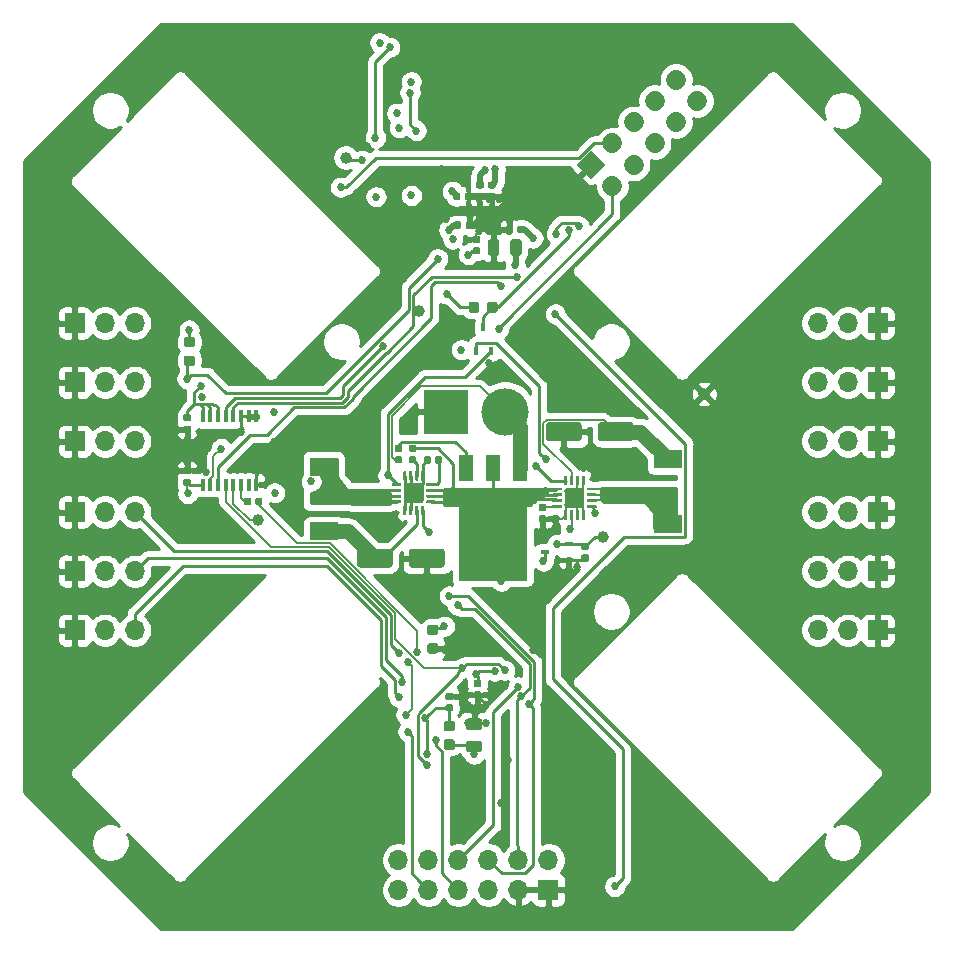
<source format=gbl>
G04 #@! TF.GenerationSoftware,KiCad,Pcbnew,5.1.5*
G04 #@! TF.CreationDate,2020-04-28T07:55:38-04:00*
G04 #@! TF.ProjectId,ball-spider,62616c6c-2d73-4706-9964-65722e6b6963,rev?*
G04 #@! TF.SameCoordinates,Original*
G04 #@! TF.FileFunction,Copper,L4,Bot*
G04 #@! TF.FilePolarity,Positive*
%FSLAX46Y46*%
G04 Gerber Fmt 4.6, Leading zero omitted, Abs format (unit mm)*
G04 Created by KiCad (PCBNEW 5.1.5) date 2020-04-28 07:55:38*
%MOMM*%
%LPD*%
G04 APERTURE LIST*
%ADD10C,0.100000*%
%ADD11C,1.000000*%
%ADD12C,0.500000*%
%ADD13R,0.400000X1.000000*%
%ADD14R,5.800000X6.400000*%
%ADD15R,1.200000X2.200000*%
%ADD16R,0.700000X0.450000*%
%ADD17R,2.400000X1.500000*%
%ADD18O,1.700000X1.700000*%
%ADD19R,1.700000X1.700000*%
%ADD20C,1.700000*%
%ADD21C,4.000000*%
%ADD22R,3.800000X3.800000*%
%ADD23R,0.450000X0.700000*%
%ADD24C,0.685800*%
%ADD25C,0.152400*%
%ADD26C,0.254000*%
%ADD27C,0.508000*%
%ADD28C,1.270000*%
G04 APERTURE END LIST*
G04 #@! TA.AperFunction,SMDPad,CuDef*
D10*
G36*
X46577691Y-64111053D02*
G01*
X46598926Y-64114203D01*
X46619750Y-64119419D01*
X46639962Y-64126651D01*
X46659368Y-64135830D01*
X46677781Y-64146866D01*
X46695024Y-64159654D01*
X46710930Y-64174070D01*
X46725346Y-64189976D01*
X46738134Y-64207219D01*
X46749170Y-64225632D01*
X46758349Y-64245038D01*
X46765581Y-64265250D01*
X46770797Y-64286074D01*
X46773947Y-64307309D01*
X46775000Y-64328750D01*
X46775000Y-64766250D01*
X46773947Y-64787691D01*
X46770797Y-64808926D01*
X46765581Y-64829750D01*
X46758349Y-64849962D01*
X46749170Y-64869368D01*
X46738134Y-64887781D01*
X46725346Y-64905024D01*
X46710930Y-64920930D01*
X46695024Y-64935346D01*
X46677781Y-64948134D01*
X46659368Y-64959170D01*
X46639962Y-64968349D01*
X46619750Y-64975581D01*
X46598926Y-64980797D01*
X46577691Y-64983947D01*
X46556250Y-64985000D01*
X46043750Y-64985000D01*
X46022309Y-64983947D01*
X46001074Y-64980797D01*
X45980250Y-64975581D01*
X45960038Y-64968349D01*
X45940632Y-64959170D01*
X45922219Y-64948134D01*
X45904976Y-64935346D01*
X45889070Y-64920930D01*
X45874654Y-64905024D01*
X45861866Y-64887781D01*
X45850830Y-64869368D01*
X45841651Y-64849962D01*
X45834419Y-64829750D01*
X45829203Y-64808926D01*
X45826053Y-64787691D01*
X45825000Y-64766250D01*
X45825000Y-64328750D01*
X45826053Y-64307309D01*
X45829203Y-64286074D01*
X45834419Y-64265250D01*
X45841651Y-64245038D01*
X45850830Y-64225632D01*
X45861866Y-64207219D01*
X45874654Y-64189976D01*
X45889070Y-64174070D01*
X45904976Y-64159654D01*
X45922219Y-64146866D01*
X45940632Y-64135830D01*
X45960038Y-64126651D01*
X45980250Y-64119419D01*
X46001074Y-64114203D01*
X46022309Y-64111053D01*
X46043750Y-64110000D01*
X46556250Y-64110000D01*
X46577691Y-64111053D01*
G37*
G04 #@! TD.AperFunction*
G04 #@! TA.AperFunction,SMDPad,CuDef*
G36*
X46577691Y-62536053D02*
G01*
X46598926Y-62539203D01*
X46619750Y-62544419D01*
X46639962Y-62551651D01*
X46659368Y-62560830D01*
X46677781Y-62571866D01*
X46695024Y-62584654D01*
X46710930Y-62599070D01*
X46725346Y-62614976D01*
X46738134Y-62632219D01*
X46749170Y-62650632D01*
X46758349Y-62670038D01*
X46765581Y-62690250D01*
X46770797Y-62711074D01*
X46773947Y-62732309D01*
X46775000Y-62753750D01*
X46775000Y-63191250D01*
X46773947Y-63212691D01*
X46770797Y-63233926D01*
X46765581Y-63254750D01*
X46758349Y-63274962D01*
X46749170Y-63294368D01*
X46738134Y-63312781D01*
X46725346Y-63330024D01*
X46710930Y-63345930D01*
X46695024Y-63360346D01*
X46677781Y-63373134D01*
X46659368Y-63384170D01*
X46639962Y-63393349D01*
X46619750Y-63400581D01*
X46598926Y-63405797D01*
X46577691Y-63408947D01*
X46556250Y-63410000D01*
X46043750Y-63410000D01*
X46022309Y-63408947D01*
X46001074Y-63405797D01*
X45980250Y-63400581D01*
X45960038Y-63393349D01*
X45940632Y-63384170D01*
X45922219Y-63373134D01*
X45904976Y-63360346D01*
X45889070Y-63345930D01*
X45874654Y-63330024D01*
X45861866Y-63312781D01*
X45850830Y-63294368D01*
X45841651Y-63274962D01*
X45834419Y-63254750D01*
X45829203Y-63233926D01*
X45826053Y-63212691D01*
X45825000Y-63191250D01*
X45825000Y-62753750D01*
X45826053Y-62732309D01*
X45829203Y-62711074D01*
X45834419Y-62690250D01*
X45841651Y-62670038D01*
X45850830Y-62650632D01*
X45861866Y-62632219D01*
X45874654Y-62614976D01*
X45889070Y-62599070D01*
X45904976Y-62584654D01*
X45922219Y-62571866D01*
X45940632Y-62560830D01*
X45960038Y-62551651D01*
X45980250Y-62544419D01*
X46001074Y-62539203D01*
X46022309Y-62536053D01*
X46043750Y-62535000D01*
X46556250Y-62535000D01*
X46577691Y-62536053D01*
G37*
G04 #@! TD.AperFunction*
D11*
X69290000Y-43010000D03*
X45170000Y-35980000D03*
X38930000Y-22990000D03*
X60690000Y-55090000D03*
G04 #@! TA.AperFunction,SMDPad,CuDef*
D10*
G36*
X49466958Y-25950710D02*
G01*
X49481276Y-25952834D01*
X49495317Y-25956351D01*
X49508946Y-25961228D01*
X49522031Y-25967417D01*
X49534447Y-25974858D01*
X49546073Y-25983481D01*
X49556798Y-25993202D01*
X49566519Y-26003927D01*
X49575142Y-26015553D01*
X49582583Y-26027969D01*
X49588772Y-26041054D01*
X49593649Y-26054683D01*
X49597166Y-26068724D01*
X49599290Y-26083042D01*
X49600000Y-26097500D01*
X49600000Y-26442500D01*
X49599290Y-26456958D01*
X49597166Y-26471276D01*
X49593649Y-26485317D01*
X49588772Y-26498946D01*
X49582583Y-26512031D01*
X49575142Y-26524447D01*
X49566519Y-26536073D01*
X49556798Y-26546798D01*
X49546073Y-26556519D01*
X49534447Y-26565142D01*
X49522031Y-26572583D01*
X49508946Y-26578772D01*
X49495317Y-26583649D01*
X49481276Y-26587166D01*
X49466958Y-26589290D01*
X49452500Y-26590000D01*
X49157500Y-26590000D01*
X49143042Y-26589290D01*
X49128724Y-26587166D01*
X49114683Y-26583649D01*
X49101054Y-26578772D01*
X49087969Y-26572583D01*
X49075553Y-26565142D01*
X49063927Y-26556519D01*
X49053202Y-26546798D01*
X49043481Y-26536073D01*
X49034858Y-26524447D01*
X49027417Y-26512031D01*
X49021228Y-26498946D01*
X49016351Y-26485317D01*
X49012834Y-26471276D01*
X49010710Y-26456958D01*
X49010000Y-26442500D01*
X49010000Y-26097500D01*
X49010710Y-26083042D01*
X49012834Y-26068724D01*
X49016351Y-26054683D01*
X49021228Y-26041054D01*
X49027417Y-26027969D01*
X49034858Y-26015553D01*
X49043481Y-26003927D01*
X49053202Y-25993202D01*
X49063927Y-25983481D01*
X49075553Y-25974858D01*
X49087969Y-25967417D01*
X49101054Y-25961228D01*
X49114683Y-25956351D01*
X49128724Y-25952834D01*
X49143042Y-25950710D01*
X49157500Y-25950000D01*
X49452500Y-25950000D01*
X49466958Y-25950710D01*
G37*
G04 #@! TD.AperFunction*
G04 #@! TA.AperFunction,SMDPad,CuDef*
G36*
X48496958Y-25950710D02*
G01*
X48511276Y-25952834D01*
X48525317Y-25956351D01*
X48538946Y-25961228D01*
X48552031Y-25967417D01*
X48564447Y-25974858D01*
X48576073Y-25983481D01*
X48586798Y-25993202D01*
X48596519Y-26003927D01*
X48605142Y-26015553D01*
X48612583Y-26027969D01*
X48618772Y-26041054D01*
X48623649Y-26054683D01*
X48627166Y-26068724D01*
X48629290Y-26083042D01*
X48630000Y-26097500D01*
X48630000Y-26442500D01*
X48629290Y-26456958D01*
X48627166Y-26471276D01*
X48623649Y-26485317D01*
X48618772Y-26498946D01*
X48612583Y-26512031D01*
X48605142Y-26524447D01*
X48596519Y-26536073D01*
X48586798Y-26546798D01*
X48576073Y-26556519D01*
X48564447Y-26565142D01*
X48552031Y-26572583D01*
X48538946Y-26578772D01*
X48525317Y-26583649D01*
X48511276Y-26587166D01*
X48496958Y-26589290D01*
X48482500Y-26590000D01*
X48187500Y-26590000D01*
X48173042Y-26589290D01*
X48158724Y-26587166D01*
X48144683Y-26583649D01*
X48131054Y-26578772D01*
X48117969Y-26572583D01*
X48105553Y-26565142D01*
X48093927Y-26556519D01*
X48083202Y-26546798D01*
X48073481Y-26536073D01*
X48064858Y-26524447D01*
X48057417Y-26512031D01*
X48051228Y-26498946D01*
X48046351Y-26485317D01*
X48042834Y-26471276D01*
X48040710Y-26456958D01*
X48040000Y-26442500D01*
X48040000Y-26097500D01*
X48040710Y-26083042D01*
X48042834Y-26068724D01*
X48046351Y-26054683D01*
X48051228Y-26041054D01*
X48057417Y-26027969D01*
X48064858Y-26015553D01*
X48073481Y-26003927D01*
X48083202Y-25993202D01*
X48093927Y-25983481D01*
X48105553Y-25974858D01*
X48117969Y-25967417D01*
X48131054Y-25961228D01*
X48144683Y-25956351D01*
X48158724Y-25952834D01*
X48173042Y-25950710D01*
X48187500Y-25950000D01*
X48482500Y-25950000D01*
X48496958Y-25950710D01*
G37*
G04 #@! TD.AperFunction*
D11*
X31500000Y-53700000D03*
G04 #@! TA.AperFunction,SMDPad,CuDef*
D10*
G36*
X59118626Y-49925301D02*
G01*
X59124693Y-49926201D01*
X59130643Y-49927691D01*
X59136418Y-49929758D01*
X59141962Y-49932380D01*
X59147223Y-49935533D01*
X59152150Y-49939187D01*
X59156694Y-49943306D01*
X59160813Y-49947850D01*
X59164467Y-49952777D01*
X59167620Y-49958038D01*
X59170242Y-49963582D01*
X59172309Y-49969357D01*
X59173799Y-49975307D01*
X59174699Y-49981374D01*
X59175000Y-49987500D01*
X59175000Y-50687500D01*
X59174699Y-50693626D01*
X59173799Y-50699693D01*
X59172309Y-50705643D01*
X59170242Y-50711418D01*
X59167620Y-50716962D01*
X59164467Y-50722223D01*
X59160813Y-50727150D01*
X59156694Y-50731694D01*
X59152150Y-50735813D01*
X59147223Y-50739467D01*
X59141962Y-50742620D01*
X59136418Y-50745242D01*
X59130643Y-50747309D01*
X59124693Y-50748799D01*
X59118626Y-50749699D01*
X59112500Y-50750000D01*
X58987500Y-50750000D01*
X58981374Y-50749699D01*
X58975307Y-50748799D01*
X58969357Y-50747309D01*
X58963582Y-50745242D01*
X58958038Y-50742620D01*
X58952777Y-50739467D01*
X58947850Y-50735813D01*
X58943306Y-50731694D01*
X58939187Y-50727150D01*
X58935533Y-50722223D01*
X58932380Y-50716962D01*
X58929758Y-50711418D01*
X58927691Y-50705643D01*
X58926201Y-50699693D01*
X58925301Y-50693626D01*
X58925000Y-50687500D01*
X58925000Y-49987500D01*
X58925301Y-49981374D01*
X58926201Y-49975307D01*
X58927691Y-49969357D01*
X58929758Y-49963582D01*
X58932380Y-49958038D01*
X58935533Y-49952777D01*
X58939187Y-49947850D01*
X58943306Y-49943306D01*
X58947850Y-49939187D01*
X58952777Y-49935533D01*
X58958038Y-49932380D01*
X58963582Y-49929758D01*
X58969357Y-49927691D01*
X58975307Y-49926201D01*
X58981374Y-49925301D01*
X58987500Y-49925000D01*
X59112500Y-49925000D01*
X59118626Y-49925301D01*
G37*
G04 #@! TD.AperFunction*
G04 #@! TA.AperFunction,SMDPad,CuDef*
G36*
X58618626Y-49925301D02*
G01*
X58624693Y-49926201D01*
X58630643Y-49927691D01*
X58636418Y-49929758D01*
X58641962Y-49932380D01*
X58647223Y-49935533D01*
X58652150Y-49939187D01*
X58656694Y-49943306D01*
X58660813Y-49947850D01*
X58664467Y-49952777D01*
X58667620Y-49958038D01*
X58670242Y-49963582D01*
X58672309Y-49969357D01*
X58673799Y-49975307D01*
X58674699Y-49981374D01*
X58675000Y-49987500D01*
X58675000Y-50687500D01*
X58674699Y-50693626D01*
X58673799Y-50699693D01*
X58672309Y-50705643D01*
X58670242Y-50711418D01*
X58667620Y-50716962D01*
X58664467Y-50722223D01*
X58660813Y-50727150D01*
X58656694Y-50731694D01*
X58652150Y-50735813D01*
X58647223Y-50739467D01*
X58641962Y-50742620D01*
X58636418Y-50745242D01*
X58630643Y-50747309D01*
X58624693Y-50748799D01*
X58618626Y-50749699D01*
X58612500Y-50750000D01*
X58487500Y-50750000D01*
X58481374Y-50749699D01*
X58475307Y-50748799D01*
X58469357Y-50747309D01*
X58463582Y-50745242D01*
X58458038Y-50742620D01*
X58452777Y-50739467D01*
X58447850Y-50735813D01*
X58443306Y-50731694D01*
X58439187Y-50727150D01*
X58435533Y-50722223D01*
X58432380Y-50716962D01*
X58429758Y-50711418D01*
X58427691Y-50705643D01*
X58426201Y-50699693D01*
X58425301Y-50693626D01*
X58425000Y-50687500D01*
X58425000Y-49987500D01*
X58425301Y-49981374D01*
X58426201Y-49975307D01*
X58427691Y-49969357D01*
X58429758Y-49963582D01*
X58432380Y-49958038D01*
X58435533Y-49952777D01*
X58439187Y-49947850D01*
X58443306Y-49943306D01*
X58447850Y-49939187D01*
X58452777Y-49935533D01*
X58458038Y-49932380D01*
X58463582Y-49929758D01*
X58469357Y-49927691D01*
X58475307Y-49926201D01*
X58481374Y-49925301D01*
X58487500Y-49925000D01*
X58612500Y-49925000D01*
X58618626Y-49925301D01*
G37*
G04 #@! TD.AperFunction*
G04 #@! TA.AperFunction,SMDPad,CuDef*
G36*
X58118626Y-49925301D02*
G01*
X58124693Y-49926201D01*
X58130643Y-49927691D01*
X58136418Y-49929758D01*
X58141962Y-49932380D01*
X58147223Y-49935533D01*
X58152150Y-49939187D01*
X58156694Y-49943306D01*
X58160813Y-49947850D01*
X58164467Y-49952777D01*
X58167620Y-49958038D01*
X58170242Y-49963582D01*
X58172309Y-49969357D01*
X58173799Y-49975307D01*
X58174699Y-49981374D01*
X58175000Y-49987500D01*
X58175000Y-50687500D01*
X58174699Y-50693626D01*
X58173799Y-50699693D01*
X58172309Y-50705643D01*
X58170242Y-50711418D01*
X58167620Y-50716962D01*
X58164467Y-50722223D01*
X58160813Y-50727150D01*
X58156694Y-50731694D01*
X58152150Y-50735813D01*
X58147223Y-50739467D01*
X58141962Y-50742620D01*
X58136418Y-50745242D01*
X58130643Y-50747309D01*
X58124693Y-50748799D01*
X58118626Y-50749699D01*
X58112500Y-50750000D01*
X57987500Y-50750000D01*
X57981374Y-50749699D01*
X57975307Y-50748799D01*
X57969357Y-50747309D01*
X57963582Y-50745242D01*
X57958038Y-50742620D01*
X57952777Y-50739467D01*
X57947850Y-50735813D01*
X57943306Y-50731694D01*
X57939187Y-50727150D01*
X57935533Y-50722223D01*
X57932380Y-50716962D01*
X57929758Y-50711418D01*
X57927691Y-50705643D01*
X57926201Y-50699693D01*
X57925301Y-50693626D01*
X57925000Y-50687500D01*
X57925000Y-49987500D01*
X57925301Y-49981374D01*
X57926201Y-49975307D01*
X57927691Y-49969357D01*
X57929758Y-49963582D01*
X57932380Y-49958038D01*
X57935533Y-49952777D01*
X57939187Y-49947850D01*
X57943306Y-49943306D01*
X57947850Y-49939187D01*
X57952777Y-49935533D01*
X57958038Y-49932380D01*
X57963582Y-49929758D01*
X57969357Y-49927691D01*
X57975307Y-49926201D01*
X57981374Y-49925301D01*
X57987500Y-49925000D01*
X58112500Y-49925000D01*
X58118626Y-49925301D01*
G37*
G04 #@! TD.AperFunction*
G04 #@! TA.AperFunction,SMDPad,CuDef*
G36*
X57618626Y-49925301D02*
G01*
X57624693Y-49926201D01*
X57630643Y-49927691D01*
X57636418Y-49929758D01*
X57641962Y-49932380D01*
X57647223Y-49935533D01*
X57652150Y-49939187D01*
X57656694Y-49943306D01*
X57660813Y-49947850D01*
X57664467Y-49952777D01*
X57667620Y-49958038D01*
X57670242Y-49963582D01*
X57672309Y-49969357D01*
X57673799Y-49975307D01*
X57674699Y-49981374D01*
X57675000Y-49987500D01*
X57675000Y-50687500D01*
X57674699Y-50693626D01*
X57673799Y-50699693D01*
X57672309Y-50705643D01*
X57670242Y-50711418D01*
X57667620Y-50716962D01*
X57664467Y-50722223D01*
X57660813Y-50727150D01*
X57656694Y-50731694D01*
X57652150Y-50735813D01*
X57647223Y-50739467D01*
X57641962Y-50742620D01*
X57636418Y-50745242D01*
X57630643Y-50747309D01*
X57624693Y-50748799D01*
X57618626Y-50749699D01*
X57612500Y-50750000D01*
X57487500Y-50750000D01*
X57481374Y-50749699D01*
X57475307Y-50748799D01*
X57469357Y-50747309D01*
X57463582Y-50745242D01*
X57458038Y-50742620D01*
X57452777Y-50739467D01*
X57447850Y-50735813D01*
X57443306Y-50731694D01*
X57439187Y-50727150D01*
X57435533Y-50722223D01*
X57432380Y-50716962D01*
X57429758Y-50711418D01*
X57427691Y-50705643D01*
X57426201Y-50699693D01*
X57425301Y-50693626D01*
X57425000Y-50687500D01*
X57425000Y-49987500D01*
X57425301Y-49981374D01*
X57426201Y-49975307D01*
X57427691Y-49969357D01*
X57429758Y-49963582D01*
X57432380Y-49958038D01*
X57435533Y-49952777D01*
X57439187Y-49947850D01*
X57443306Y-49943306D01*
X57447850Y-49939187D01*
X57452777Y-49935533D01*
X57458038Y-49932380D01*
X57463582Y-49929758D01*
X57469357Y-49927691D01*
X57475307Y-49926201D01*
X57481374Y-49925301D01*
X57487500Y-49925000D01*
X57612500Y-49925000D01*
X57618626Y-49925301D01*
G37*
G04 #@! TD.AperFunction*
G04 #@! TA.AperFunction,SMDPad,CuDef*
G36*
X57193626Y-50925301D02*
G01*
X57199693Y-50926201D01*
X57205643Y-50927691D01*
X57211418Y-50929758D01*
X57216962Y-50932380D01*
X57222223Y-50935533D01*
X57227150Y-50939187D01*
X57231694Y-50943306D01*
X57235813Y-50947850D01*
X57239467Y-50952777D01*
X57242620Y-50958038D01*
X57245242Y-50963582D01*
X57247309Y-50969357D01*
X57248799Y-50975307D01*
X57249699Y-50981374D01*
X57250000Y-50987500D01*
X57250000Y-51112500D01*
X57249699Y-51118626D01*
X57248799Y-51124693D01*
X57247309Y-51130643D01*
X57245242Y-51136418D01*
X57242620Y-51141962D01*
X57239467Y-51147223D01*
X57235813Y-51152150D01*
X57231694Y-51156694D01*
X57227150Y-51160813D01*
X57222223Y-51164467D01*
X57216962Y-51167620D01*
X57211418Y-51170242D01*
X57205643Y-51172309D01*
X57199693Y-51173799D01*
X57193626Y-51174699D01*
X57187500Y-51175000D01*
X56487500Y-51175000D01*
X56481374Y-51174699D01*
X56475307Y-51173799D01*
X56469357Y-51172309D01*
X56463582Y-51170242D01*
X56458038Y-51167620D01*
X56452777Y-51164467D01*
X56447850Y-51160813D01*
X56443306Y-51156694D01*
X56439187Y-51152150D01*
X56435533Y-51147223D01*
X56432380Y-51141962D01*
X56429758Y-51136418D01*
X56427691Y-51130643D01*
X56426201Y-51124693D01*
X56425301Y-51118626D01*
X56425000Y-51112500D01*
X56425000Y-50987500D01*
X56425301Y-50981374D01*
X56426201Y-50975307D01*
X56427691Y-50969357D01*
X56429758Y-50963582D01*
X56432380Y-50958038D01*
X56435533Y-50952777D01*
X56439187Y-50947850D01*
X56443306Y-50943306D01*
X56447850Y-50939187D01*
X56452777Y-50935533D01*
X56458038Y-50932380D01*
X56463582Y-50929758D01*
X56469357Y-50927691D01*
X56475307Y-50926201D01*
X56481374Y-50925301D01*
X56487500Y-50925000D01*
X57187500Y-50925000D01*
X57193626Y-50925301D01*
G37*
G04 #@! TD.AperFunction*
G04 #@! TA.AperFunction,SMDPad,CuDef*
G36*
X57193626Y-51425301D02*
G01*
X57199693Y-51426201D01*
X57205643Y-51427691D01*
X57211418Y-51429758D01*
X57216962Y-51432380D01*
X57222223Y-51435533D01*
X57227150Y-51439187D01*
X57231694Y-51443306D01*
X57235813Y-51447850D01*
X57239467Y-51452777D01*
X57242620Y-51458038D01*
X57245242Y-51463582D01*
X57247309Y-51469357D01*
X57248799Y-51475307D01*
X57249699Y-51481374D01*
X57250000Y-51487500D01*
X57250000Y-51612500D01*
X57249699Y-51618626D01*
X57248799Y-51624693D01*
X57247309Y-51630643D01*
X57245242Y-51636418D01*
X57242620Y-51641962D01*
X57239467Y-51647223D01*
X57235813Y-51652150D01*
X57231694Y-51656694D01*
X57227150Y-51660813D01*
X57222223Y-51664467D01*
X57216962Y-51667620D01*
X57211418Y-51670242D01*
X57205643Y-51672309D01*
X57199693Y-51673799D01*
X57193626Y-51674699D01*
X57187500Y-51675000D01*
X56487500Y-51675000D01*
X56481374Y-51674699D01*
X56475307Y-51673799D01*
X56469357Y-51672309D01*
X56463582Y-51670242D01*
X56458038Y-51667620D01*
X56452777Y-51664467D01*
X56447850Y-51660813D01*
X56443306Y-51656694D01*
X56439187Y-51652150D01*
X56435533Y-51647223D01*
X56432380Y-51641962D01*
X56429758Y-51636418D01*
X56427691Y-51630643D01*
X56426201Y-51624693D01*
X56425301Y-51618626D01*
X56425000Y-51612500D01*
X56425000Y-51487500D01*
X56425301Y-51481374D01*
X56426201Y-51475307D01*
X56427691Y-51469357D01*
X56429758Y-51463582D01*
X56432380Y-51458038D01*
X56435533Y-51452777D01*
X56439187Y-51447850D01*
X56443306Y-51443306D01*
X56447850Y-51439187D01*
X56452777Y-51435533D01*
X56458038Y-51432380D01*
X56463582Y-51429758D01*
X56469357Y-51427691D01*
X56475307Y-51426201D01*
X56481374Y-51425301D01*
X56487500Y-51425000D01*
X57187500Y-51425000D01*
X57193626Y-51425301D01*
G37*
G04 #@! TD.AperFunction*
G04 #@! TA.AperFunction,SMDPad,CuDef*
G36*
X57193626Y-51925301D02*
G01*
X57199693Y-51926201D01*
X57205643Y-51927691D01*
X57211418Y-51929758D01*
X57216962Y-51932380D01*
X57222223Y-51935533D01*
X57227150Y-51939187D01*
X57231694Y-51943306D01*
X57235813Y-51947850D01*
X57239467Y-51952777D01*
X57242620Y-51958038D01*
X57245242Y-51963582D01*
X57247309Y-51969357D01*
X57248799Y-51975307D01*
X57249699Y-51981374D01*
X57250000Y-51987500D01*
X57250000Y-52112500D01*
X57249699Y-52118626D01*
X57248799Y-52124693D01*
X57247309Y-52130643D01*
X57245242Y-52136418D01*
X57242620Y-52141962D01*
X57239467Y-52147223D01*
X57235813Y-52152150D01*
X57231694Y-52156694D01*
X57227150Y-52160813D01*
X57222223Y-52164467D01*
X57216962Y-52167620D01*
X57211418Y-52170242D01*
X57205643Y-52172309D01*
X57199693Y-52173799D01*
X57193626Y-52174699D01*
X57187500Y-52175000D01*
X56487500Y-52175000D01*
X56481374Y-52174699D01*
X56475307Y-52173799D01*
X56469357Y-52172309D01*
X56463582Y-52170242D01*
X56458038Y-52167620D01*
X56452777Y-52164467D01*
X56447850Y-52160813D01*
X56443306Y-52156694D01*
X56439187Y-52152150D01*
X56435533Y-52147223D01*
X56432380Y-52141962D01*
X56429758Y-52136418D01*
X56427691Y-52130643D01*
X56426201Y-52124693D01*
X56425301Y-52118626D01*
X56425000Y-52112500D01*
X56425000Y-51987500D01*
X56425301Y-51981374D01*
X56426201Y-51975307D01*
X56427691Y-51969357D01*
X56429758Y-51963582D01*
X56432380Y-51958038D01*
X56435533Y-51952777D01*
X56439187Y-51947850D01*
X56443306Y-51943306D01*
X56447850Y-51939187D01*
X56452777Y-51935533D01*
X56458038Y-51932380D01*
X56463582Y-51929758D01*
X56469357Y-51927691D01*
X56475307Y-51926201D01*
X56481374Y-51925301D01*
X56487500Y-51925000D01*
X57187500Y-51925000D01*
X57193626Y-51925301D01*
G37*
G04 #@! TD.AperFunction*
G04 #@! TA.AperFunction,SMDPad,CuDef*
G36*
X57193626Y-52425301D02*
G01*
X57199693Y-52426201D01*
X57205643Y-52427691D01*
X57211418Y-52429758D01*
X57216962Y-52432380D01*
X57222223Y-52435533D01*
X57227150Y-52439187D01*
X57231694Y-52443306D01*
X57235813Y-52447850D01*
X57239467Y-52452777D01*
X57242620Y-52458038D01*
X57245242Y-52463582D01*
X57247309Y-52469357D01*
X57248799Y-52475307D01*
X57249699Y-52481374D01*
X57250000Y-52487500D01*
X57250000Y-52612500D01*
X57249699Y-52618626D01*
X57248799Y-52624693D01*
X57247309Y-52630643D01*
X57245242Y-52636418D01*
X57242620Y-52641962D01*
X57239467Y-52647223D01*
X57235813Y-52652150D01*
X57231694Y-52656694D01*
X57227150Y-52660813D01*
X57222223Y-52664467D01*
X57216962Y-52667620D01*
X57211418Y-52670242D01*
X57205643Y-52672309D01*
X57199693Y-52673799D01*
X57193626Y-52674699D01*
X57187500Y-52675000D01*
X56487500Y-52675000D01*
X56481374Y-52674699D01*
X56475307Y-52673799D01*
X56469357Y-52672309D01*
X56463582Y-52670242D01*
X56458038Y-52667620D01*
X56452777Y-52664467D01*
X56447850Y-52660813D01*
X56443306Y-52656694D01*
X56439187Y-52652150D01*
X56435533Y-52647223D01*
X56432380Y-52641962D01*
X56429758Y-52636418D01*
X56427691Y-52630643D01*
X56426201Y-52624693D01*
X56425301Y-52618626D01*
X56425000Y-52612500D01*
X56425000Y-52487500D01*
X56425301Y-52481374D01*
X56426201Y-52475307D01*
X56427691Y-52469357D01*
X56429758Y-52463582D01*
X56432380Y-52458038D01*
X56435533Y-52452777D01*
X56439187Y-52447850D01*
X56443306Y-52443306D01*
X56447850Y-52439187D01*
X56452777Y-52435533D01*
X56458038Y-52432380D01*
X56463582Y-52429758D01*
X56469357Y-52427691D01*
X56475307Y-52426201D01*
X56481374Y-52425301D01*
X56487500Y-52425000D01*
X57187500Y-52425000D01*
X57193626Y-52425301D01*
G37*
G04 #@! TD.AperFunction*
G04 #@! TA.AperFunction,SMDPad,CuDef*
G36*
X57618626Y-52850301D02*
G01*
X57624693Y-52851201D01*
X57630643Y-52852691D01*
X57636418Y-52854758D01*
X57641962Y-52857380D01*
X57647223Y-52860533D01*
X57652150Y-52864187D01*
X57656694Y-52868306D01*
X57660813Y-52872850D01*
X57664467Y-52877777D01*
X57667620Y-52883038D01*
X57670242Y-52888582D01*
X57672309Y-52894357D01*
X57673799Y-52900307D01*
X57674699Y-52906374D01*
X57675000Y-52912500D01*
X57675000Y-53612500D01*
X57674699Y-53618626D01*
X57673799Y-53624693D01*
X57672309Y-53630643D01*
X57670242Y-53636418D01*
X57667620Y-53641962D01*
X57664467Y-53647223D01*
X57660813Y-53652150D01*
X57656694Y-53656694D01*
X57652150Y-53660813D01*
X57647223Y-53664467D01*
X57641962Y-53667620D01*
X57636418Y-53670242D01*
X57630643Y-53672309D01*
X57624693Y-53673799D01*
X57618626Y-53674699D01*
X57612500Y-53675000D01*
X57487500Y-53675000D01*
X57481374Y-53674699D01*
X57475307Y-53673799D01*
X57469357Y-53672309D01*
X57463582Y-53670242D01*
X57458038Y-53667620D01*
X57452777Y-53664467D01*
X57447850Y-53660813D01*
X57443306Y-53656694D01*
X57439187Y-53652150D01*
X57435533Y-53647223D01*
X57432380Y-53641962D01*
X57429758Y-53636418D01*
X57427691Y-53630643D01*
X57426201Y-53624693D01*
X57425301Y-53618626D01*
X57425000Y-53612500D01*
X57425000Y-52912500D01*
X57425301Y-52906374D01*
X57426201Y-52900307D01*
X57427691Y-52894357D01*
X57429758Y-52888582D01*
X57432380Y-52883038D01*
X57435533Y-52877777D01*
X57439187Y-52872850D01*
X57443306Y-52868306D01*
X57447850Y-52864187D01*
X57452777Y-52860533D01*
X57458038Y-52857380D01*
X57463582Y-52854758D01*
X57469357Y-52852691D01*
X57475307Y-52851201D01*
X57481374Y-52850301D01*
X57487500Y-52850000D01*
X57612500Y-52850000D01*
X57618626Y-52850301D01*
G37*
G04 #@! TD.AperFunction*
G04 #@! TA.AperFunction,SMDPad,CuDef*
G36*
X58118626Y-52850301D02*
G01*
X58124693Y-52851201D01*
X58130643Y-52852691D01*
X58136418Y-52854758D01*
X58141962Y-52857380D01*
X58147223Y-52860533D01*
X58152150Y-52864187D01*
X58156694Y-52868306D01*
X58160813Y-52872850D01*
X58164467Y-52877777D01*
X58167620Y-52883038D01*
X58170242Y-52888582D01*
X58172309Y-52894357D01*
X58173799Y-52900307D01*
X58174699Y-52906374D01*
X58175000Y-52912500D01*
X58175000Y-53612500D01*
X58174699Y-53618626D01*
X58173799Y-53624693D01*
X58172309Y-53630643D01*
X58170242Y-53636418D01*
X58167620Y-53641962D01*
X58164467Y-53647223D01*
X58160813Y-53652150D01*
X58156694Y-53656694D01*
X58152150Y-53660813D01*
X58147223Y-53664467D01*
X58141962Y-53667620D01*
X58136418Y-53670242D01*
X58130643Y-53672309D01*
X58124693Y-53673799D01*
X58118626Y-53674699D01*
X58112500Y-53675000D01*
X57987500Y-53675000D01*
X57981374Y-53674699D01*
X57975307Y-53673799D01*
X57969357Y-53672309D01*
X57963582Y-53670242D01*
X57958038Y-53667620D01*
X57952777Y-53664467D01*
X57947850Y-53660813D01*
X57943306Y-53656694D01*
X57939187Y-53652150D01*
X57935533Y-53647223D01*
X57932380Y-53641962D01*
X57929758Y-53636418D01*
X57927691Y-53630643D01*
X57926201Y-53624693D01*
X57925301Y-53618626D01*
X57925000Y-53612500D01*
X57925000Y-52912500D01*
X57925301Y-52906374D01*
X57926201Y-52900307D01*
X57927691Y-52894357D01*
X57929758Y-52888582D01*
X57932380Y-52883038D01*
X57935533Y-52877777D01*
X57939187Y-52872850D01*
X57943306Y-52868306D01*
X57947850Y-52864187D01*
X57952777Y-52860533D01*
X57958038Y-52857380D01*
X57963582Y-52854758D01*
X57969357Y-52852691D01*
X57975307Y-52851201D01*
X57981374Y-52850301D01*
X57987500Y-52850000D01*
X58112500Y-52850000D01*
X58118626Y-52850301D01*
G37*
G04 #@! TD.AperFunction*
G04 #@! TA.AperFunction,SMDPad,CuDef*
G36*
X58618626Y-52850301D02*
G01*
X58624693Y-52851201D01*
X58630643Y-52852691D01*
X58636418Y-52854758D01*
X58641962Y-52857380D01*
X58647223Y-52860533D01*
X58652150Y-52864187D01*
X58656694Y-52868306D01*
X58660813Y-52872850D01*
X58664467Y-52877777D01*
X58667620Y-52883038D01*
X58670242Y-52888582D01*
X58672309Y-52894357D01*
X58673799Y-52900307D01*
X58674699Y-52906374D01*
X58675000Y-52912500D01*
X58675000Y-53612500D01*
X58674699Y-53618626D01*
X58673799Y-53624693D01*
X58672309Y-53630643D01*
X58670242Y-53636418D01*
X58667620Y-53641962D01*
X58664467Y-53647223D01*
X58660813Y-53652150D01*
X58656694Y-53656694D01*
X58652150Y-53660813D01*
X58647223Y-53664467D01*
X58641962Y-53667620D01*
X58636418Y-53670242D01*
X58630643Y-53672309D01*
X58624693Y-53673799D01*
X58618626Y-53674699D01*
X58612500Y-53675000D01*
X58487500Y-53675000D01*
X58481374Y-53674699D01*
X58475307Y-53673799D01*
X58469357Y-53672309D01*
X58463582Y-53670242D01*
X58458038Y-53667620D01*
X58452777Y-53664467D01*
X58447850Y-53660813D01*
X58443306Y-53656694D01*
X58439187Y-53652150D01*
X58435533Y-53647223D01*
X58432380Y-53641962D01*
X58429758Y-53636418D01*
X58427691Y-53630643D01*
X58426201Y-53624693D01*
X58425301Y-53618626D01*
X58425000Y-53612500D01*
X58425000Y-52912500D01*
X58425301Y-52906374D01*
X58426201Y-52900307D01*
X58427691Y-52894357D01*
X58429758Y-52888582D01*
X58432380Y-52883038D01*
X58435533Y-52877777D01*
X58439187Y-52872850D01*
X58443306Y-52868306D01*
X58447850Y-52864187D01*
X58452777Y-52860533D01*
X58458038Y-52857380D01*
X58463582Y-52854758D01*
X58469357Y-52852691D01*
X58475307Y-52851201D01*
X58481374Y-52850301D01*
X58487500Y-52850000D01*
X58612500Y-52850000D01*
X58618626Y-52850301D01*
G37*
G04 #@! TD.AperFunction*
G04 #@! TA.AperFunction,SMDPad,CuDef*
G36*
X59118626Y-52850301D02*
G01*
X59124693Y-52851201D01*
X59130643Y-52852691D01*
X59136418Y-52854758D01*
X59141962Y-52857380D01*
X59147223Y-52860533D01*
X59152150Y-52864187D01*
X59156694Y-52868306D01*
X59160813Y-52872850D01*
X59164467Y-52877777D01*
X59167620Y-52883038D01*
X59170242Y-52888582D01*
X59172309Y-52894357D01*
X59173799Y-52900307D01*
X59174699Y-52906374D01*
X59175000Y-52912500D01*
X59175000Y-53612500D01*
X59174699Y-53618626D01*
X59173799Y-53624693D01*
X59172309Y-53630643D01*
X59170242Y-53636418D01*
X59167620Y-53641962D01*
X59164467Y-53647223D01*
X59160813Y-53652150D01*
X59156694Y-53656694D01*
X59152150Y-53660813D01*
X59147223Y-53664467D01*
X59141962Y-53667620D01*
X59136418Y-53670242D01*
X59130643Y-53672309D01*
X59124693Y-53673799D01*
X59118626Y-53674699D01*
X59112500Y-53675000D01*
X58987500Y-53675000D01*
X58981374Y-53674699D01*
X58975307Y-53673799D01*
X58969357Y-53672309D01*
X58963582Y-53670242D01*
X58958038Y-53667620D01*
X58952777Y-53664467D01*
X58947850Y-53660813D01*
X58943306Y-53656694D01*
X58939187Y-53652150D01*
X58935533Y-53647223D01*
X58932380Y-53641962D01*
X58929758Y-53636418D01*
X58927691Y-53630643D01*
X58926201Y-53624693D01*
X58925301Y-53618626D01*
X58925000Y-53612500D01*
X58925000Y-52912500D01*
X58925301Y-52906374D01*
X58926201Y-52900307D01*
X58927691Y-52894357D01*
X58929758Y-52888582D01*
X58932380Y-52883038D01*
X58935533Y-52877777D01*
X58939187Y-52872850D01*
X58943306Y-52868306D01*
X58947850Y-52864187D01*
X58952777Y-52860533D01*
X58958038Y-52857380D01*
X58963582Y-52854758D01*
X58969357Y-52852691D01*
X58975307Y-52851201D01*
X58981374Y-52850301D01*
X58987500Y-52850000D01*
X59112500Y-52850000D01*
X59118626Y-52850301D01*
G37*
G04 #@! TD.AperFunction*
G04 #@! TA.AperFunction,SMDPad,CuDef*
G36*
X60118626Y-52425301D02*
G01*
X60124693Y-52426201D01*
X60130643Y-52427691D01*
X60136418Y-52429758D01*
X60141962Y-52432380D01*
X60147223Y-52435533D01*
X60152150Y-52439187D01*
X60156694Y-52443306D01*
X60160813Y-52447850D01*
X60164467Y-52452777D01*
X60167620Y-52458038D01*
X60170242Y-52463582D01*
X60172309Y-52469357D01*
X60173799Y-52475307D01*
X60174699Y-52481374D01*
X60175000Y-52487500D01*
X60175000Y-52612500D01*
X60174699Y-52618626D01*
X60173799Y-52624693D01*
X60172309Y-52630643D01*
X60170242Y-52636418D01*
X60167620Y-52641962D01*
X60164467Y-52647223D01*
X60160813Y-52652150D01*
X60156694Y-52656694D01*
X60152150Y-52660813D01*
X60147223Y-52664467D01*
X60141962Y-52667620D01*
X60136418Y-52670242D01*
X60130643Y-52672309D01*
X60124693Y-52673799D01*
X60118626Y-52674699D01*
X60112500Y-52675000D01*
X59412500Y-52675000D01*
X59406374Y-52674699D01*
X59400307Y-52673799D01*
X59394357Y-52672309D01*
X59388582Y-52670242D01*
X59383038Y-52667620D01*
X59377777Y-52664467D01*
X59372850Y-52660813D01*
X59368306Y-52656694D01*
X59364187Y-52652150D01*
X59360533Y-52647223D01*
X59357380Y-52641962D01*
X59354758Y-52636418D01*
X59352691Y-52630643D01*
X59351201Y-52624693D01*
X59350301Y-52618626D01*
X59350000Y-52612500D01*
X59350000Y-52487500D01*
X59350301Y-52481374D01*
X59351201Y-52475307D01*
X59352691Y-52469357D01*
X59354758Y-52463582D01*
X59357380Y-52458038D01*
X59360533Y-52452777D01*
X59364187Y-52447850D01*
X59368306Y-52443306D01*
X59372850Y-52439187D01*
X59377777Y-52435533D01*
X59383038Y-52432380D01*
X59388582Y-52429758D01*
X59394357Y-52427691D01*
X59400307Y-52426201D01*
X59406374Y-52425301D01*
X59412500Y-52425000D01*
X60112500Y-52425000D01*
X60118626Y-52425301D01*
G37*
G04 #@! TD.AperFunction*
G04 #@! TA.AperFunction,SMDPad,CuDef*
G36*
X60118626Y-51925301D02*
G01*
X60124693Y-51926201D01*
X60130643Y-51927691D01*
X60136418Y-51929758D01*
X60141962Y-51932380D01*
X60147223Y-51935533D01*
X60152150Y-51939187D01*
X60156694Y-51943306D01*
X60160813Y-51947850D01*
X60164467Y-51952777D01*
X60167620Y-51958038D01*
X60170242Y-51963582D01*
X60172309Y-51969357D01*
X60173799Y-51975307D01*
X60174699Y-51981374D01*
X60175000Y-51987500D01*
X60175000Y-52112500D01*
X60174699Y-52118626D01*
X60173799Y-52124693D01*
X60172309Y-52130643D01*
X60170242Y-52136418D01*
X60167620Y-52141962D01*
X60164467Y-52147223D01*
X60160813Y-52152150D01*
X60156694Y-52156694D01*
X60152150Y-52160813D01*
X60147223Y-52164467D01*
X60141962Y-52167620D01*
X60136418Y-52170242D01*
X60130643Y-52172309D01*
X60124693Y-52173799D01*
X60118626Y-52174699D01*
X60112500Y-52175000D01*
X59412500Y-52175000D01*
X59406374Y-52174699D01*
X59400307Y-52173799D01*
X59394357Y-52172309D01*
X59388582Y-52170242D01*
X59383038Y-52167620D01*
X59377777Y-52164467D01*
X59372850Y-52160813D01*
X59368306Y-52156694D01*
X59364187Y-52152150D01*
X59360533Y-52147223D01*
X59357380Y-52141962D01*
X59354758Y-52136418D01*
X59352691Y-52130643D01*
X59351201Y-52124693D01*
X59350301Y-52118626D01*
X59350000Y-52112500D01*
X59350000Y-51987500D01*
X59350301Y-51981374D01*
X59351201Y-51975307D01*
X59352691Y-51969357D01*
X59354758Y-51963582D01*
X59357380Y-51958038D01*
X59360533Y-51952777D01*
X59364187Y-51947850D01*
X59368306Y-51943306D01*
X59372850Y-51939187D01*
X59377777Y-51935533D01*
X59383038Y-51932380D01*
X59388582Y-51929758D01*
X59394357Y-51927691D01*
X59400307Y-51926201D01*
X59406374Y-51925301D01*
X59412500Y-51925000D01*
X60112500Y-51925000D01*
X60118626Y-51925301D01*
G37*
G04 #@! TD.AperFunction*
G04 #@! TA.AperFunction,SMDPad,CuDef*
G36*
X60118626Y-51425301D02*
G01*
X60124693Y-51426201D01*
X60130643Y-51427691D01*
X60136418Y-51429758D01*
X60141962Y-51432380D01*
X60147223Y-51435533D01*
X60152150Y-51439187D01*
X60156694Y-51443306D01*
X60160813Y-51447850D01*
X60164467Y-51452777D01*
X60167620Y-51458038D01*
X60170242Y-51463582D01*
X60172309Y-51469357D01*
X60173799Y-51475307D01*
X60174699Y-51481374D01*
X60175000Y-51487500D01*
X60175000Y-51612500D01*
X60174699Y-51618626D01*
X60173799Y-51624693D01*
X60172309Y-51630643D01*
X60170242Y-51636418D01*
X60167620Y-51641962D01*
X60164467Y-51647223D01*
X60160813Y-51652150D01*
X60156694Y-51656694D01*
X60152150Y-51660813D01*
X60147223Y-51664467D01*
X60141962Y-51667620D01*
X60136418Y-51670242D01*
X60130643Y-51672309D01*
X60124693Y-51673799D01*
X60118626Y-51674699D01*
X60112500Y-51675000D01*
X59412500Y-51675000D01*
X59406374Y-51674699D01*
X59400307Y-51673799D01*
X59394357Y-51672309D01*
X59388582Y-51670242D01*
X59383038Y-51667620D01*
X59377777Y-51664467D01*
X59372850Y-51660813D01*
X59368306Y-51656694D01*
X59364187Y-51652150D01*
X59360533Y-51647223D01*
X59357380Y-51641962D01*
X59354758Y-51636418D01*
X59352691Y-51630643D01*
X59351201Y-51624693D01*
X59350301Y-51618626D01*
X59350000Y-51612500D01*
X59350000Y-51487500D01*
X59350301Y-51481374D01*
X59351201Y-51475307D01*
X59352691Y-51469357D01*
X59354758Y-51463582D01*
X59357380Y-51458038D01*
X59360533Y-51452777D01*
X59364187Y-51447850D01*
X59368306Y-51443306D01*
X59372850Y-51439187D01*
X59377777Y-51435533D01*
X59383038Y-51432380D01*
X59388582Y-51429758D01*
X59394357Y-51427691D01*
X59400307Y-51426201D01*
X59406374Y-51425301D01*
X59412500Y-51425000D01*
X60112500Y-51425000D01*
X60118626Y-51425301D01*
G37*
G04 #@! TD.AperFunction*
G04 #@! TA.AperFunction,SMDPad,CuDef*
G36*
X60118626Y-50925301D02*
G01*
X60124693Y-50926201D01*
X60130643Y-50927691D01*
X60136418Y-50929758D01*
X60141962Y-50932380D01*
X60147223Y-50935533D01*
X60152150Y-50939187D01*
X60156694Y-50943306D01*
X60160813Y-50947850D01*
X60164467Y-50952777D01*
X60167620Y-50958038D01*
X60170242Y-50963582D01*
X60172309Y-50969357D01*
X60173799Y-50975307D01*
X60174699Y-50981374D01*
X60175000Y-50987500D01*
X60175000Y-51112500D01*
X60174699Y-51118626D01*
X60173799Y-51124693D01*
X60172309Y-51130643D01*
X60170242Y-51136418D01*
X60167620Y-51141962D01*
X60164467Y-51147223D01*
X60160813Y-51152150D01*
X60156694Y-51156694D01*
X60152150Y-51160813D01*
X60147223Y-51164467D01*
X60141962Y-51167620D01*
X60136418Y-51170242D01*
X60130643Y-51172309D01*
X60124693Y-51173799D01*
X60118626Y-51174699D01*
X60112500Y-51175000D01*
X59412500Y-51175000D01*
X59406374Y-51174699D01*
X59400307Y-51173799D01*
X59394357Y-51172309D01*
X59388582Y-51170242D01*
X59383038Y-51167620D01*
X59377777Y-51164467D01*
X59372850Y-51160813D01*
X59368306Y-51156694D01*
X59364187Y-51152150D01*
X59360533Y-51147223D01*
X59357380Y-51141962D01*
X59354758Y-51136418D01*
X59352691Y-51130643D01*
X59351201Y-51124693D01*
X59350301Y-51118626D01*
X59350000Y-51112500D01*
X59350000Y-50987500D01*
X59350301Y-50981374D01*
X59351201Y-50975307D01*
X59352691Y-50969357D01*
X59354758Y-50963582D01*
X59357380Y-50958038D01*
X59360533Y-50952777D01*
X59364187Y-50947850D01*
X59368306Y-50943306D01*
X59372850Y-50939187D01*
X59377777Y-50935533D01*
X59383038Y-50932380D01*
X59388582Y-50929758D01*
X59394357Y-50927691D01*
X59400307Y-50926201D01*
X59406374Y-50925301D01*
X59412500Y-50925000D01*
X60112500Y-50925000D01*
X60118626Y-50925301D01*
G37*
G04 #@! TD.AperFunction*
D12*
X57710000Y-52390000D03*
X58890000Y-52390000D03*
X57710000Y-51210000D03*
X58890000Y-51210000D03*
G04 #@! TA.AperFunction,SMDPad,CuDef*
D10*
G36*
X58914504Y-50961204D02*
G01*
X58938773Y-50964804D01*
X58962571Y-50970765D01*
X58985671Y-50979030D01*
X59007849Y-50989520D01*
X59028893Y-51002133D01*
X59048598Y-51016747D01*
X59066777Y-51033223D01*
X59083253Y-51051402D01*
X59097867Y-51071107D01*
X59110480Y-51092151D01*
X59120970Y-51114329D01*
X59129235Y-51137429D01*
X59135196Y-51161227D01*
X59138796Y-51185496D01*
X59140000Y-51210000D01*
X59140000Y-52390000D01*
X59138796Y-52414504D01*
X59135196Y-52438773D01*
X59129235Y-52462571D01*
X59120970Y-52485671D01*
X59110480Y-52507849D01*
X59097867Y-52528893D01*
X59083253Y-52548598D01*
X59066777Y-52566777D01*
X59048598Y-52583253D01*
X59028893Y-52597867D01*
X59007849Y-52610480D01*
X58985671Y-52620970D01*
X58962571Y-52629235D01*
X58938773Y-52635196D01*
X58914504Y-52638796D01*
X58890000Y-52640000D01*
X57710000Y-52640000D01*
X57685496Y-52638796D01*
X57661227Y-52635196D01*
X57637429Y-52629235D01*
X57614329Y-52620970D01*
X57592151Y-52610480D01*
X57571107Y-52597867D01*
X57551402Y-52583253D01*
X57533223Y-52566777D01*
X57516747Y-52548598D01*
X57502133Y-52528893D01*
X57489520Y-52507849D01*
X57479030Y-52485671D01*
X57470765Y-52462571D01*
X57464804Y-52438773D01*
X57461204Y-52414504D01*
X57460000Y-52390000D01*
X57460000Y-51210000D01*
X57461204Y-51185496D01*
X57464804Y-51161227D01*
X57470765Y-51137429D01*
X57479030Y-51114329D01*
X57489520Y-51092151D01*
X57502133Y-51071107D01*
X57516747Y-51051402D01*
X57533223Y-51033223D01*
X57551402Y-51016747D01*
X57571107Y-51002133D01*
X57592151Y-50989520D01*
X57614329Y-50979030D01*
X57637429Y-50970765D01*
X57661227Y-50964804D01*
X57685496Y-50961204D01*
X57710000Y-50960000D01*
X58890000Y-50960000D01*
X58914504Y-50961204D01*
G37*
G04 #@! TD.AperFunction*
G04 #@! TA.AperFunction,SMDPad,CuDef*
G36*
X44018626Y-52450301D02*
G01*
X44024693Y-52451201D01*
X44030643Y-52452691D01*
X44036418Y-52454758D01*
X44041962Y-52457380D01*
X44047223Y-52460533D01*
X44052150Y-52464187D01*
X44056694Y-52468306D01*
X44060813Y-52472850D01*
X44064467Y-52477777D01*
X44067620Y-52483038D01*
X44070242Y-52488582D01*
X44072309Y-52494357D01*
X44073799Y-52500307D01*
X44074699Y-52506374D01*
X44075000Y-52512500D01*
X44075000Y-53212500D01*
X44074699Y-53218626D01*
X44073799Y-53224693D01*
X44072309Y-53230643D01*
X44070242Y-53236418D01*
X44067620Y-53241962D01*
X44064467Y-53247223D01*
X44060813Y-53252150D01*
X44056694Y-53256694D01*
X44052150Y-53260813D01*
X44047223Y-53264467D01*
X44041962Y-53267620D01*
X44036418Y-53270242D01*
X44030643Y-53272309D01*
X44024693Y-53273799D01*
X44018626Y-53274699D01*
X44012500Y-53275000D01*
X43887500Y-53275000D01*
X43881374Y-53274699D01*
X43875307Y-53273799D01*
X43869357Y-53272309D01*
X43863582Y-53270242D01*
X43858038Y-53267620D01*
X43852777Y-53264467D01*
X43847850Y-53260813D01*
X43843306Y-53256694D01*
X43839187Y-53252150D01*
X43835533Y-53247223D01*
X43832380Y-53241962D01*
X43829758Y-53236418D01*
X43827691Y-53230643D01*
X43826201Y-53224693D01*
X43825301Y-53218626D01*
X43825000Y-53212500D01*
X43825000Y-52512500D01*
X43825301Y-52506374D01*
X43826201Y-52500307D01*
X43827691Y-52494357D01*
X43829758Y-52488582D01*
X43832380Y-52483038D01*
X43835533Y-52477777D01*
X43839187Y-52472850D01*
X43843306Y-52468306D01*
X43847850Y-52464187D01*
X43852777Y-52460533D01*
X43858038Y-52457380D01*
X43863582Y-52454758D01*
X43869357Y-52452691D01*
X43875307Y-52451201D01*
X43881374Y-52450301D01*
X43887500Y-52450000D01*
X44012500Y-52450000D01*
X44018626Y-52450301D01*
G37*
G04 #@! TD.AperFunction*
G04 #@! TA.AperFunction,SMDPad,CuDef*
G36*
X44518626Y-52450301D02*
G01*
X44524693Y-52451201D01*
X44530643Y-52452691D01*
X44536418Y-52454758D01*
X44541962Y-52457380D01*
X44547223Y-52460533D01*
X44552150Y-52464187D01*
X44556694Y-52468306D01*
X44560813Y-52472850D01*
X44564467Y-52477777D01*
X44567620Y-52483038D01*
X44570242Y-52488582D01*
X44572309Y-52494357D01*
X44573799Y-52500307D01*
X44574699Y-52506374D01*
X44575000Y-52512500D01*
X44575000Y-53212500D01*
X44574699Y-53218626D01*
X44573799Y-53224693D01*
X44572309Y-53230643D01*
X44570242Y-53236418D01*
X44567620Y-53241962D01*
X44564467Y-53247223D01*
X44560813Y-53252150D01*
X44556694Y-53256694D01*
X44552150Y-53260813D01*
X44547223Y-53264467D01*
X44541962Y-53267620D01*
X44536418Y-53270242D01*
X44530643Y-53272309D01*
X44524693Y-53273799D01*
X44518626Y-53274699D01*
X44512500Y-53275000D01*
X44387500Y-53275000D01*
X44381374Y-53274699D01*
X44375307Y-53273799D01*
X44369357Y-53272309D01*
X44363582Y-53270242D01*
X44358038Y-53267620D01*
X44352777Y-53264467D01*
X44347850Y-53260813D01*
X44343306Y-53256694D01*
X44339187Y-53252150D01*
X44335533Y-53247223D01*
X44332380Y-53241962D01*
X44329758Y-53236418D01*
X44327691Y-53230643D01*
X44326201Y-53224693D01*
X44325301Y-53218626D01*
X44325000Y-53212500D01*
X44325000Y-52512500D01*
X44325301Y-52506374D01*
X44326201Y-52500307D01*
X44327691Y-52494357D01*
X44329758Y-52488582D01*
X44332380Y-52483038D01*
X44335533Y-52477777D01*
X44339187Y-52472850D01*
X44343306Y-52468306D01*
X44347850Y-52464187D01*
X44352777Y-52460533D01*
X44358038Y-52457380D01*
X44363582Y-52454758D01*
X44369357Y-52452691D01*
X44375307Y-52451201D01*
X44381374Y-52450301D01*
X44387500Y-52450000D01*
X44512500Y-52450000D01*
X44518626Y-52450301D01*
G37*
G04 #@! TD.AperFunction*
G04 #@! TA.AperFunction,SMDPad,CuDef*
G36*
X45018626Y-52450301D02*
G01*
X45024693Y-52451201D01*
X45030643Y-52452691D01*
X45036418Y-52454758D01*
X45041962Y-52457380D01*
X45047223Y-52460533D01*
X45052150Y-52464187D01*
X45056694Y-52468306D01*
X45060813Y-52472850D01*
X45064467Y-52477777D01*
X45067620Y-52483038D01*
X45070242Y-52488582D01*
X45072309Y-52494357D01*
X45073799Y-52500307D01*
X45074699Y-52506374D01*
X45075000Y-52512500D01*
X45075000Y-53212500D01*
X45074699Y-53218626D01*
X45073799Y-53224693D01*
X45072309Y-53230643D01*
X45070242Y-53236418D01*
X45067620Y-53241962D01*
X45064467Y-53247223D01*
X45060813Y-53252150D01*
X45056694Y-53256694D01*
X45052150Y-53260813D01*
X45047223Y-53264467D01*
X45041962Y-53267620D01*
X45036418Y-53270242D01*
X45030643Y-53272309D01*
X45024693Y-53273799D01*
X45018626Y-53274699D01*
X45012500Y-53275000D01*
X44887500Y-53275000D01*
X44881374Y-53274699D01*
X44875307Y-53273799D01*
X44869357Y-53272309D01*
X44863582Y-53270242D01*
X44858038Y-53267620D01*
X44852777Y-53264467D01*
X44847850Y-53260813D01*
X44843306Y-53256694D01*
X44839187Y-53252150D01*
X44835533Y-53247223D01*
X44832380Y-53241962D01*
X44829758Y-53236418D01*
X44827691Y-53230643D01*
X44826201Y-53224693D01*
X44825301Y-53218626D01*
X44825000Y-53212500D01*
X44825000Y-52512500D01*
X44825301Y-52506374D01*
X44826201Y-52500307D01*
X44827691Y-52494357D01*
X44829758Y-52488582D01*
X44832380Y-52483038D01*
X44835533Y-52477777D01*
X44839187Y-52472850D01*
X44843306Y-52468306D01*
X44847850Y-52464187D01*
X44852777Y-52460533D01*
X44858038Y-52457380D01*
X44863582Y-52454758D01*
X44869357Y-52452691D01*
X44875307Y-52451201D01*
X44881374Y-52450301D01*
X44887500Y-52450000D01*
X45012500Y-52450000D01*
X45018626Y-52450301D01*
G37*
G04 #@! TD.AperFunction*
G04 #@! TA.AperFunction,SMDPad,CuDef*
G36*
X45518626Y-52450301D02*
G01*
X45524693Y-52451201D01*
X45530643Y-52452691D01*
X45536418Y-52454758D01*
X45541962Y-52457380D01*
X45547223Y-52460533D01*
X45552150Y-52464187D01*
X45556694Y-52468306D01*
X45560813Y-52472850D01*
X45564467Y-52477777D01*
X45567620Y-52483038D01*
X45570242Y-52488582D01*
X45572309Y-52494357D01*
X45573799Y-52500307D01*
X45574699Y-52506374D01*
X45575000Y-52512500D01*
X45575000Y-53212500D01*
X45574699Y-53218626D01*
X45573799Y-53224693D01*
X45572309Y-53230643D01*
X45570242Y-53236418D01*
X45567620Y-53241962D01*
X45564467Y-53247223D01*
X45560813Y-53252150D01*
X45556694Y-53256694D01*
X45552150Y-53260813D01*
X45547223Y-53264467D01*
X45541962Y-53267620D01*
X45536418Y-53270242D01*
X45530643Y-53272309D01*
X45524693Y-53273799D01*
X45518626Y-53274699D01*
X45512500Y-53275000D01*
X45387500Y-53275000D01*
X45381374Y-53274699D01*
X45375307Y-53273799D01*
X45369357Y-53272309D01*
X45363582Y-53270242D01*
X45358038Y-53267620D01*
X45352777Y-53264467D01*
X45347850Y-53260813D01*
X45343306Y-53256694D01*
X45339187Y-53252150D01*
X45335533Y-53247223D01*
X45332380Y-53241962D01*
X45329758Y-53236418D01*
X45327691Y-53230643D01*
X45326201Y-53224693D01*
X45325301Y-53218626D01*
X45325000Y-53212500D01*
X45325000Y-52512500D01*
X45325301Y-52506374D01*
X45326201Y-52500307D01*
X45327691Y-52494357D01*
X45329758Y-52488582D01*
X45332380Y-52483038D01*
X45335533Y-52477777D01*
X45339187Y-52472850D01*
X45343306Y-52468306D01*
X45347850Y-52464187D01*
X45352777Y-52460533D01*
X45358038Y-52457380D01*
X45363582Y-52454758D01*
X45369357Y-52452691D01*
X45375307Y-52451201D01*
X45381374Y-52450301D01*
X45387500Y-52450000D01*
X45512500Y-52450000D01*
X45518626Y-52450301D01*
G37*
G04 #@! TD.AperFunction*
G04 #@! TA.AperFunction,SMDPad,CuDef*
G36*
X46518626Y-52025301D02*
G01*
X46524693Y-52026201D01*
X46530643Y-52027691D01*
X46536418Y-52029758D01*
X46541962Y-52032380D01*
X46547223Y-52035533D01*
X46552150Y-52039187D01*
X46556694Y-52043306D01*
X46560813Y-52047850D01*
X46564467Y-52052777D01*
X46567620Y-52058038D01*
X46570242Y-52063582D01*
X46572309Y-52069357D01*
X46573799Y-52075307D01*
X46574699Y-52081374D01*
X46575000Y-52087500D01*
X46575000Y-52212500D01*
X46574699Y-52218626D01*
X46573799Y-52224693D01*
X46572309Y-52230643D01*
X46570242Y-52236418D01*
X46567620Y-52241962D01*
X46564467Y-52247223D01*
X46560813Y-52252150D01*
X46556694Y-52256694D01*
X46552150Y-52260813D01*
X46547223Y-52264467D01*
X46541962Y-52267620D01*
X46536418Y-52270242D01*
X46530643Y-52272309D01*
X46524693Y-52273799D01*
X46518626Y-52274699D01*
X46512500Y-52275000D01*
X45812500Y-52275000D01*
X45806374Y-52274699D01*
X45800307Y-52273799D01*
X45794357Y-52272309D01*
X45788582Y-52270242D01*
X45783038Y-52267620D01*
X45777777Y-52264467D01*
X45772850Y-52260813D01*
X45768306Y-52256694D01*
X45764187Y-52252150D01*
X45760533Y-52247223D01*
X45757380Y-52241962D01*
X45754758Y-52236418D01*
X45752691Y-52230643D01*
X45751201Y-52224693D01*
X45750301Y-52218626D01*
X45750000Y-52212500D01*
X45750000Y-52087500D01*
X45750301Y-52081374D01*
X45751201Y-52075307D01*
X45752691Y-52069357D01*
X45754758Y-52063582D01*
X45757380Y-52058038D01*
X45760533Y-52052777D01*
X45764187Y-52047850D01*
X45768306Y-52043306D01*
X45772850Y-52039187D01*
X45777777Y-52035533D01*
X45783038Y-52032380D01*
X45788582Y-52029758D01*
X45794357Y-52027691D01*
X45800307Y-52026201D01*
X45806374Y-52025301D01*
X45812500Y-52025000D01*
X46512500Y-52025000D01*
X46518626Y-52025301D01*
G37*
G04 #@! TD.AperFunction*
G04 #@! TA.AperFunction,SMDPad,CuDef*
G36*
X46518626Y-51525301D02*
G01*
X46524693Y-51526201D01*
X46530643Y-51527691D01*
X46536418Y-51529758D01*
X46541962Y-51532380D01*
X46547223Y-51535533D01*
X46552150Y-51539187D01*
X46556694Y-51543306D01*
X46560813Y-51547850D01*
X46564467Y-51552777D01*
X46567620Y-51558038D01*
X46570242Y-51563582D01*
X46572309Y-51569357D01*
X46573799Y-51575307D01*
X46574699Y-51581374D01*
X46575000Y-51587500D01*
X46575000Y-51712500D01*
X46574699Y-51718626D01*
X46573799Y-51724693D01*
X46572309Y-51730643D01*
X46570242Y-51736418D01*
X46567620Y-51741962D01*
X46564467Y-51747223D01*
X46560813Y-51752150D01*
X46556694Y-51756694D01*
X46552150Y-51760813D01*
X46547223Y-51764467D01*
X46541962Y-51767620D01*
X46536418Y-51770242D01*
X46530643Y-51772309D01*
X46524693Y-51773799D01*
X46518626Y-51774699D01*
X46512500Y-51775000D01*
X45812500Y-51775000D01*
X45806374Y-51774699D01*
X45800307Y-51773799D01*
X45794357Y-51772309D01*
X45788582Y-51770242D01*
X45783038Y-51767620D01*
X45777777Y-51764467D01*
X45772850Y-51760813D01*
X45768306Y-51756694D01*
X45764187Y-51752150D01*
X45760533Y-51747223D01*
X45757380Y-51741962D01*
X45754758Y-51736418D01*
X45752691Y-51730643D01*
X45751201Y-51724693D01*
X45750301Y-51718626D01*
X45750000Y-51712500D01*
X45750000Y-51587500D01*
X45750301Y-51581374D01*
X45751201Y-51575307D01*
X45752691Y-51569357D01*
X45754758Y-51563582D01*
X45757380Y-51558038D01*
X45760533Y-51552777D01*
X45764187Y-51547850D01*
X45768306Y-51543306D01*
X45772850Y-51539187D01*
X45777777Y-51535533D01*
X45783038Y-51532380D01*
X45788582Y-51529758D01*
X45794357Y-51527691D01*
X45800307Y-51526201D01*
X45806374Y-51525301D01*
X45812500Y-51525000D01*
X46512500Y-51525000D01*
X46518626Y-51525301D01*
G37*
G04 #@! TD.AperFunction*
G04 #@! TA.AperFunction,SMDPad,CuDef*
G36*
X46518626Y-51025301D02*
G01*
X46524693Y-51026201D01*
X46530643Y-51027691D01*
X46536418Y-51029758D01*
X46541962Y-51032380D01*
X46547223Y-51035533D01*
X46552150Y-51039187D01*
X46556694Y-51043306D01*
X46560813Y-51047850D01*
X46564467Y-51052777D01*
X46567620Y-51058038D01*
X46570242Y-51063582D01*
X46572309Y-51069357D01*
X46573799Y-51075307D01*
X46574699Y-51081374D01*
X46575000Y-51087500D01*
X46575000Y-51212500D01*
X46574699Y-51218626D01*
X46573799Y-51224693D01*
X46572309Y-51230643D01*
X46570242Y-51236418D01*
X46567620Y-51241962D01*
X46564467Y-51247223D01*
X46560813Y-51252150D01*
X46556694Y-51256694D01*
X46552150Y-51260813D01*
X46547223Y-51264467D01*
X46541962Y-51267620D01*
X46536418Y-51270242D01*
X46530643Y-51272309D01*
X46524693Y-51273799D01*
X46518626Y-51274699D01*
X46512500Y-51275000D01*
X45812500Y-51275000D01*
X45806374Y-51274699D01*
X45800307Y-51273799D01*
X45794357Y-51272309D01*
X45788582Y-51270242D01*
X45783038Y-51267620D01*
X45777777Y-51264467D01*
X45772850Y-51260813D01*
X45768306Y-51256694D01*
X45764187Y-51252150D01*
X45760533Y-51247223D01*
X45757380Y-51241962D01*
X45754758Y-51236418D01*
X45752691Y-51230643D01*
X45751201Y-51224693D01*
X45750301Y-51218626D01*
X45750000Y-51212500D01*
X45750000Y-51087500D01*
X45750301Y-51081374D01*
X45751201Y-51075307D01*
X45752691Y-51069357D01*
X45754758Y-51063582D01*
X45757380Y-51058038D01*
X45760533Y-51052777D01*
X45764187Y-51047850D01*
X45768306Y-51043306D01*
X45772850Y-51039187D01*
X45777777Y-51035533D01*
X45783038Y-51032380D01*
X45788582Y-51029758D01*
X45794357Y-51027691D01*
X45800307Y-51026201D01*
X45806374Y-51025301D01*
X45812500Y-51025000D01*
X46512500Y-51025000D01*
X46518626Y-51025301D01*
G37*
G04 #@! TD.AperFunction*
G04 #@! TA.AperFunction,SMDPad,CuDef*
G36*
X46518626Y-50525301D02*
G01*
X46524693Y-50526201D01*
X46530643Y-50527691D01*
X46536418Y-50529758D01*
X46541962Y-50532380D01*
X46547223Y-50535533D01*
X46552150Y-50539187D01*
X46556694Y-50543306D01*
X46560813Y-50547850D01*
X46564467Y-50552777D01*
X46567620Y-50558038D01*
X46570242Y-50563582D01*
X46572309Y-50569357D01*
X46573799Y-50575307D01*
X46574699Y-50581374D01*
X46575000Y-50587500D01*
X46575000Y-50712500D01*
X46574699Y-50718626D01*
X46573799Y-50724693D01*
X46572309Y-50730643D01*
X46570242Y-50736418D01*
X46567620Y-50741962D01*
X46564467Y-50747223D01*
X46560813Y-50752150D01*
X46556694Y-50756694D01*
X46552150Y-50760813D01*
X46547223Y-50764467D01*
X46541962Y-50767620D01*
X46536418Y-50770242D01*
X46530643Y-50772309D01*
X46524693Y-50773799D01*
X46518626Y-50774699D01*
X46512500Y-50775000D01*
X45812500Y-50775000D01*
X45806374Y-50774699D01*
X45800307Y-50773799D01*
X45794357Y-50772309D01*
X45788582Y-50770242D01*
X45783038Y-50767620D01*
X45777777Y-50764467D01*
X45772850Y-50760813D01*
X45768306Y-50756694D01*
X45764187Y-50752150D01*
X45760533Y-50747223D01*
X45757380Y-50741962D01*
X45754758Y-50736418D01*
X45752691Y-50730643D01*
X45751201Y-50724693D01*
X45750301Y-50718626D01*
X45750000Y-50712500D01*
X45750000Y-50587500D01*
X45750301Y-50581374D01*
X45751201Y-50575307D01*
X45752691Y-50569357D01*
X45754758Y-50563582D01*
X45757380Y-50558038D01*
X45760533Y-50552777D01*
X45764187Y-50547850D01*
X45768306Y-50543306D01*
X45772850Y-50539187D01*
X45777777Y-50535533D01*
X45783038Y-50532380D01*
X45788582Y-50529758D01*
X45794357Y-50527691D01*
X45800307Y-50526201D01*
X45806374Y-50525301D01*
X45812500Y-50525000D01*
X46512500Y-50525000D01*
X46518626Y-50525301D01*
G37*
G04 #@! TD.AperFunction*
G04 #@! TA.AperFunction,SMDPad,CuDef*
G36*
X45518626Y-49525301D02*
G01*
X45524693Y-49526201D01*
X45530643Y-49527691D01*
X45536418Y-49529758D01*
X45541962Y-49532380D01*
X45547223Y-49535533D01*
X45552150Y-49539187D01*
X45556694Y-49543306D01*
X45560813Y-49547850D01*
X45564467Y-49552777D01*
X45567620Y-49558038D01*
X45570242Y-49563582D01*
X45572309Y-49569357D01*
X45573799Y-49575307D01*
X45574699Y-49581374D01*
X45575000Y-49587500D01*
X45575000Y-50287500D01*
X45574699Y-50293626D01*
X45573799Y-50299693D01*
X45572309Y-50305643D01*
X45570242Y-50311418D01*
X45567620Y-50316962D01*
X45564467Y-50322223D01*
X45560813Y-50327150D01*
X45556694Y-50331694D01*
X45552150Y-50335813D01*
X45547223Y-50339467D01*
X45541962Y-50342620D01*
X45536418Y-50345242D01*
X45530643Y-50347309D01*
X45524693Y-50348799D01*
X45518626Y-50349699D01*
X45512500Y-50350000D01*
X45387500Y-50350000D01*
X45381374Y-50349699D01*
X45375307Y-50348799D01*
X45369357Y-50347309D01*
X45363582Y-50345242D01*
X45358038Y-50342620D01*
X45352777Y-50339467D01*
X45347850Y-50335813D01*
X45343306Y-50331694D01*
X45339187Y-50327150D01*
X45335533Y-50322223D01*
X45332380Y-50316962D01*
X45329758Y-50311418D01*
X45327691Y-50305643D01*
X45326201Y-50299693D01*
X45325301Y-50293626D01*
X45325000Y-50287500D01*
X45325000Y-49587500D01*
X45325301Y-49581374D01*
X45326201Y-49575307D01*
X45327691Y-49569357D01*
X45329758Y-49563582D01*
X45332380Y-49558038D01*
X45335533Y-49552777D01*
X45339187Y-49547850D01*
X45343306Y-49543306D01*
X45347850Y-49539187D01*
X45352777Y-49535533D01*
X45358038Y-49532380D01*
X45363582Y-49529758D01*
X45369357Y-49527691D01*
X45375307Y-49526201D01*
X45381374Y-49525301D01*
X45387500Y-49525000D01*
X45512500Y-49525000D01*
X45518626Y-49525301D01*
G37*
G04 #@! TD.AperFunction*
G04 #@! TA.AperFunction,SMDPad,CuDef*
G36*
X45018626Y-49525301D02*
G01*
X45024693Y-49526201D01*
X45030643Y-49527691D01*
X45036418Y-49529758D01*
X45041962Y-49532380D01*
X45047223Y-49535533D01*
X45052150Y-49539187D01*
X45056694Y-49543306D01*
X45060813Y-49547850D01*
X45064467Y-49552777D01*
X45067620Y-49558038D01*
X45070242Y-49563582D01*
X45072309Y-49569357D01*
X45073799Y-49575307D01*
X45074699Y-49581374D01*
X45075000Y-49587500D01*
X45075000Y-50287500D01*
X45074699Y-50293626D01*
X45073799Y-50299693D01*
X45072309Y-50305643D01*
X45070242Y-50311418D01*
X45067620Y-50316962D01*
X45064467Y-50322223D01*
X45060813Y-50327150D01*
X45056694Y-50331694D01*
X45052150Y-50335813D01*
X45047223Y-50339467D01*
X45041962Y-50342620D01*
X45036418Y-50345242D01*
X45030643Y-50347309D01*
X45024693Y-50348799D01*
X45018626Y-50349699D01*
X45012500Y-50350000D01*
X44887500Y-50350000D01*
X44881374Y-50349699D01*
X44875307Y-50348799D01*
X44869357Y-50347309D01*
X44863582Y-50345242D01*
X44858038Y-50342620D01*
X44852777Y-50339467D01*
X44847850Y-50335813D01*
X44843306Y-50331694D01*
X44839187Y-50327150D01*
X44835533Y-50322223D01*
X44832380Y-50316962D01*
X44829758Y-50311418D01*
X44827691Y-50305643D01*
X44826201Y-50299693D01*
X44825301Y-50293626D01*
X44825000Y-50287500D01*
X44825000Y-49587500D01*
X44825301Y-49581374D01*
X44826201Y-49575307D01*
X44827691Y-49569357D01*
X44829758Y-49563582D01*
X44832380Y-49558038D01*
X44835533Y-49552777D01*
X44839187Y-49547850D01*
X44843306Y-49543306D01*
X44847850Y-49539187D01*
X44852777Y-49535533D01*
X44858038Y-49532380D01*
X44863582Y-49529758D01*
X44869357Y-49527691D01*
X44875307Y-49526201D01*
X44881374Y-49525301D01*
X44887500Y-49525000D01*
X45012500Y-49525000D01*
X45018626Y-49525301D01*
G37*
G04 #@! TD.AperFunction*
G04 #@! TA.AperFunction,SMDPad,CuDef*
G36*
X44518626Y-49525301D02*
G01*
X44524693Y-49526201D01*
X44530643Y-49527691D01*
X44536418Y-49529758D01*
X44541962Y-49532380D01*
X44547223Y-49535533D01*
X44552150Y-49539187D01*
X44556694Y-49543306D01*
X44560813Y-49547850D01*
X44564467Y-49552777D01*
X44567620Y-49558038D01*
X44570242Y-49563582D01*
X44572309Y-49569357D01*
X44573799Y-49575307D01*
X44574699Y-49581374D01*
X44575000Y-49587500D01*
X44575000Y-50287500D01*
X44574699Y-50293626D01*
X44573799Y-50299693D01*
X44572309Y-50305643D01*
X44570242Y-50311418D01*
X44567620Y-50316962D01*
X44564467Y-50322223D01*
X44560813Y-50327150D01*
X44556694Y-50331694D01*
X44552150Y-50335813D01*
X44547223Y-50339467D01*
X44541962Y-50342620D01*
X44536418Y-50345242D01*
X44530643Y-50347309D01*
X44524693Y-50348799D01*
X44518626Y-50349699D01*
X44512500Y-50350000D01*
X44387500Y-50350000D01*
X44381374Y-50349699D01*
X44375307Y-50348799D01*
X44369357Y-50347309D01*
X44363582Y-50345242D01*
X44358038Y-50342620D01*
X44352777Y-50339467D01*
X44347850Y-50335813D01*
X44343306Y-50331694D01*
X44339187Y-50327150D01*
X44335533Y-50322223D01*
X44332380Y-50316962D01*
X44329758Y-50311418D01*
X44327691Y-50305643D01*
X44326201Y-50299693D01*
X44325301Y-50293626D01*
X44325000Y-50287500D01*
X44325000Y-49587500D01*
X44325301Y-49581374D01*
X44326201Y-49575307D01*
X44327691Y-49569357D01*
X44329758Y-49563582D01*
X44332380Y-49558038D01*
X44335533Y-49552777D01*
X44339187Y-49547850D01*
X44343306Y-49543306D01*
X44347850Y-49539187D01*
X44352777Y-49535533D01*
X44358038Y-49532380D01*
X44363582Y-49529758D01*
X44369357Y-49527691D01*
X44375307Y-49526201D01*
X44381374Y-49525301D01*
X44387500Y-49525000D01*
X44512500Y-49525000D01*
X44518626Y-49525301D01*
G37*
G04 #@! TD.AperFunction*
G04 #@! TA.AperFunction,SMDPad,CuDef*
G36*
X44018626Y-49525301D02*
G01*
X44024693Y-49526201D01*
X44030643Y-49527691D01*
X44036418Y-49529758D01*
X44041962Y-49532380D01*
X44047223Y-49535533D01*
X44052150Y-49539187D01*
X44056694Y-49543306D01*
X44060813Y-49547850D01*
X44064467Y-49552777D01*
X44067620Y-49558038D01*
X44070242Y-49563582D01*
X44072309Y-49569357D01*
X44073799Y-49575307D01*
X44074699Y-49581374D01*
X44075000Y-49587500D01*
X44075000Y-50287500D01*
X44074699Y-50293626D01*
X44073799Y-50299693D01*
X44072309Y-50305643D01*
X44070242Y-50311418D01*
X44067620Y-50316962D01*
X44064467Y-50322223D01*
X44060813Y-50327150D01*
X44056694Y-50331694D01*
X44052150Y-50335813D01*
X44047223Y-50339467D01*
X44041962Y-50342620D01*
X44036418Y-50345242D01*
X44030643Y-50347309D01*
X44024693Y-50348799D01*
X44018626Y-50349699D01*
X44012500Y-50350000D01*
X43887500Y-50350000D01*
X43881374Y-50349699D01*
X43875307Y-50348799D01*
X43869357Y-50347309D01*
X43863582Y-50345242D01*
X43858038Y-50342620D01*
X43852777Y-50339467D01*
X43847850Y-50335813D01*
X43843306Y-50331694D01*
X43839187Y-50327150D01*
X43835533Y-50322223D01*
X43832380Y-50316962D01*
X43829758Y-50311418D01*
X43827691Y-50305643D01*
X43826201Y-50299693D01*
X43825301Y-50293626D01*
X43825000Y-50287500D01*
X43825000Y-49587500D01*
X43825301Y-49581374D01*
X43826201Y-49575307D01*
X43827691Y-49569357D01*
X43829758Y-49563582D01*
X43832380Y-49558038D01*
X43835533Y-49552777D01*
X43839187Y-49547850D01*
X43843306Y-49543306D01*
X43847850Y-49539187D01*
X43852777Y-49535533D01*
X43858038Y-49532380D01*
X43863582Y-49529758D01*
X43869357Y-49527691D01*
X43875307Y-49526201D01*
X43881374Y-49525301D01*
X43887500Y-49525000D01*
X44012500Y-49525000D01*
X44018626Y-49525301D01*
G37*
G04 #@! TD.AperFunction*
G04 #@! TA.AperFunction,SMDPad,CuDef*
G36*
X43593626Y-50525301D02*
G01*
X43599693Y-50526201D01*
X43605643Y-50527691D01*
X43611418Y-50529758D01*
X43616962Y-50532380D01*
X43622223Y-50535533D01*
X43627150Y-50539187D01*
X43631694Y-50543306D01*
X43635813Y-50547850D01*
X43639467Y-50552777D01*
X43642620Y-50558038D01*
X43645242Y-50563582D01*
X43647309Y-50569357D01*
X43648799Y-50575307D01*
X43649699Y-50581374D01*
X43650000Y-50587500D01*
X43650000Y-50712500D01*
X43649699Y-50718626D01*
X43648799Y-50724693D01*
X43647309Y-50730643D01*
X43645242Y-50736418D01*
X43642620Y-50741962D01*
X43639467Y-50747223D01*
X43635813Y-50752150D01*
X43631694Y-50756694D01*
X43627150Y-50760813D01*
X43622223Y-50764467D01*
X43616962Y-50767620D01*
X43611418Y-50770242D01*
X43605643Y-50772309D01*
X43599693Y-50773799D01*
X43593626Y-50774699D01*
X43587500Y-50775000D01*
X42887500Y-50775000D01*
X42881374Y-50774699D01*
X42875307Y-50773799D01*
X42869357Y-50772309D01*
X42863582Y-50770242D01*
X42858038Y-50767620D01*
X42852777Y-50764467D01*
X42847850Y-50760813D01*
X42843306Y-50756694D01*
X42839187Y-50752150D01*
X42835533Y-50747223D01*
X42832380Y-50741962D01*
X42829758Y-50736418D01*
X42827691Y-50730643D01*
X42826201Y-50724693D01*
X42825301Y-50718626D01*
X42825000Y-50712500D01*
X42825000Y-50587500D01*
X42825301Y-50581374D01*
X42826201Y-50575307D01*
X42827691Y-50569357D01*
X42829758Y-50563582D01*
X42832380Y-50558038D01*
X42835533Y-50552777D01*
X42839187Y-50547850D01*
X42843306Y-50543306D01*
X42847850Y-50539187D01*
X42852777Y-50535533D01*
X42858038Y-50532380D01*
X42863582Y-50529758D01*
X42869357Y-50527691D01*
X42875307Y-50526201D01*
X42881374Y-50525301D01*
X42887500Y-50525000D01*
X43587500Y-50525000D01*
X43593626Y-50525301D01*
G37*
G04 #@! TD.AperFunction*
G04 #@! TA.AperFunction,SMDPad,CuDef*
G36*
X43593626Y-51025301D02*
G01*
X43599693Y-51026201D01*
X43605643Y-51027691D01*
X43611418Y-51029758D01*
X43616962Y-51032380D01*
X43622223Y-51035533D01*
X43627150Y-51039187D01*
X43631694Y-51043306D01*
X43635813Y-51047850D01*
X43639467Y-51052777D01*
X43642620Y-51058038D01*
X43645242Y-51063582D01*
X43647309Y-51069357D01*
X43648799Y-51075307D01*
X43649699Y-51081374D01*
X43650000Y-51087500D01*
X43650000Y-51212500D01*
X43649699Y-51218626D01*
X43648799Y-51224693D01*
X43647309Y-51230643D01*
X43645242Y-51236418D01*
X43642620Y-51241962D01*
X43639467Y-51247223D01*
X43635813Y-51252150D01*
X43631694Y-51256694D01*
X43627150Y-51260813D01*
X43622223Y-51264467D01*
X43616962Y-51267620D01*
X43611418Y-51270242D01*
X43605643Y-51272309D01*
X43599693Y-51273799D01*
X43593626Y-51274699D01*
X43587500Y-51275000D01*
X42887500Y-51275000D01*
X42881374Y-51274699D01*
X42875307Y-51273799D01*
X42869357Y-51272309D01*
X42863582Y-51270242D01*
X42858038Y-51267620D01*
X42852777Y-51264467D01*
X42847850Y-51260813D01*
X42843306Y-51256694D01*
X42839187Y-51252150D01*
X42835533Y-51247223D01*
X42832380Y-51241962D01*
X42829758Y-51236418D01*
X42827691Y-51230643D01*
X42826201Y-51224693D01*
X42825301Y-51218626D01*
X42825000Y-51212500D01*
X42825000Y-51087500D01*
X42825301Y-51081374D01*
X42826201Y-51075307D01*
X42827691Y-51069357D01*
X42829758Y-51063582D01*
X42832380Y-51058038D01*
X42835533Y-51052777D01*
X42839187Y-51047850D01*
X42843306Y-51043306D01*
X42847850Y-51039187D01*
X42852777Y-51035533D01*
X42858038Y-51032380D01*
X42863582Y-51029758D01*
X42869357Y-51027691D01*
X42875307Y-51026201D01*
X42881374Y-51025301D01*
X42887500Y-51025000D01*
X43587500Y-51025000D01*
X43593626Y-51025301D01*
G37*
G04 #@! TD.AperFunction*
G04 #@! TA.AperFunction,SMDPad,CuDef*
G36*
X43593626Y-51525301D02*
G01*
X43599693Y-51526201D01*
X43605643Y-51527691D01*
X43611418Y-51529758D01*
X43616962Y-51532380D01*
X43622223Y-51535533D01*
X43627150Y-51539187D01*
X43631694Y-51543306D01*
X43635813Y-51547850D01*
X43639467Y-51552777D01*
X43642620Y-51558038D01*
X43645242Y-51563582D01*
X43647309Y-51569357D01*
X43648799Y-51575307D01*
X43649699Y-51581374D01*
X43650000Y-51587500D01*
X43650000Y-51712500D01*
X43649699Y-51718626D01*
X43648799Y-51724693D01*
X43647309Y-51730643D01*
X43645242Y-51736418D01*
X43642620Y-51741962D01*
X43639467Y-51747223D01*
X43635813Y-51752150D01*
X43631694Y-51756694D01*
X43627150Y-51760813D01*
X43622223Y-51764467D01*
X43616962Y-51767620D01*
X43611418Y-51770242D01*
X43605643Y-51772309D01*
X43599693Y-51773799D01*
X43593626Y-51774699D01*
X43587500Y-51775000D01*
X42887500Y-51775000D01*
X42881374Y-51774699D01*
X42875307Y-51773799D01*
X42869357Y-51772309D01*
X42863582Y-51770242D01*
X42858038Y-51767620D01*
X42852777Y-51764467D01*
X42847850Y-51760813D01*
X42843306Y-51756694D01*
X42839187Y-51752150D01*
X42835533Y-51747223D01*
X42832380Y-51741962D01*
X42829758Y-51736418D01*
X42827691Y-51730643D01*
X42826201Y-51724693D01*
X42825301Y-51718626D01*
X42825000Y-51712500D01*
X42825000Y-51587500D01*
X42825301Y-51581374D01*
X42826201Y-51575307D01*
X42827691Y-51569357D01*
X42829758Y-51563582D01*
X42832380Y-51558038D01*
X42835533Y-51552777D01*
X42839187Y-51547850D01*
X42843306Y-51543306D01*
X42847850Y-51539187D01*
X42852777Y-51535533D01*
X42858038Y-51532380D01*
X42863582Y-51529758D01*
X42869357Y-51527691D01*
X42875307Y-51526201D01*
X42881374Y-51525301D01*
X42887500Y-51525000D01*
X43587500Y-51525000D01*
X43593626Y-51525301D01*
G37*
G04 #@! TD.AperFunction*
G04 #@! TA.AperFunction,SMDPad,CuDef*
G36*
X43593626Y-52025301D02*
G01*
X43599693Y-52026201D01*
X43605643Y-52027691D01*
X43611418Y-52029758D01*
X43616962Y-52032380D01*
X43622223Y-52035533D01*
X43627150Y-52039187D01*
X43631694Y-52043306D01*
X43635813Y-52047850D01*
X43639467Y-52052777D01*
X43642620Y-52058038D01*
X43645242Y-52063582D01*
X43647309Y-52069357D01*
X43648799Y-52075307D01*
X43649699Y-52081374D01*
X43650000Y-52087500D01*
X43650000Y-52212500D01*
X43649699Y-52218626D01*
X43648799Y-52224693D01*
X43647309Y-52230643D01*
X43645242Y-52236418D01*
X43642620Y-52241962D01*
X43639467Y-52247223D01*
X43635813Y-52252150D01*
X43631694Y-52256694D01*
X43627150Y-52260813D01*
X43622223Y-52264467D01*
X43616962Y-52267620D01*
X43611418Y-52270242D01*
X43605643Y-52272309D01*
X43599693Y-52273799D01*
X43593626Y-52274699D01*
X43587500Y-52275000D01*
X42887500Y-52275000D01*
X42881374Y-52274699D01*
X42875307Y-52273799D01*
X42869357Y-52272309D01*
X42863582Y-52270242D01*
X42858038Y-52267620D01*
X42852777Y-52264467D01*
X42847850Y-52260813D01*
X42843306Y-52256694D01*
X42839187Y-52252150D01*
X42835533Y-52247223D01*
X42832380Y-52241962D01*
X42829758Y-52236418D01*
X42827691Y-52230643D01*
X42826201Y-52224693D01*
X42825301Y-52218626D01*
X42825000Y-52212500D01*
X42825000Y-52087500D01*
X42825301Y-52081374D01*
X42826201Y-52075307D01*
X42827691Y-52069357D01*
X42829758Y-52063582D01*
X42832380Y-52058038D01*
X42835533Y-52052777D01*
X42839187Y-52047850D01*
X42843306Y-52043306D01*
X42847850Y-52039187D01*
X42852777Y-52035533D01*
X42858038Y-52032380D01*
X42863582Y-52029758D01*
X42869357Y-52027691D01*
X42875307Y-52026201D01*
X42881374Y-52025301D01*
X42887500Y-52025000D01*
X43587500Y-52025000D01*
X43593626Y-52025301D01*
G37*
G04 #@! TD.AperFunction*
D12*
X45290000Y-50810000D03*
X44110000Y-50810000D03*
X45290000Y-51990000D03*
X44110000Y-51990000D03*
G04 #@! TA.AperFunction,SMDPad,CuDef*
D10*
G36*
X45314504Y-50561204D02*
G01*
X45338773Y-50564804D01*
X45362571Y-50570765D01*
X45385671Y-50579030D01*
X45407849Y-50589520D01*
X45428893Y-50602133D01*
X45448598Y-50616747D01*
X45466777Y-50633223D01*
X45483253Y-50651402D01*
X45497867Y-50671107D01*
X45510480Y-50692151D01*
X45520970Y-50714329D01*
X45529235Y-50737429D01*
X45535196Y-50761227D01*
X45538796Y-50785496D01*
X45540000Y-50810000D01*
X45540000Y-51990000D01*
X45538796Y-52014504D01*
X45535196Y-52038773D01*
X45529235Y-52062571D01*
X45520970Y-52085671D01*
X45510480Y-52107849D01*
X45497867Y-52128893D01*
X45483253Y-52148598D01*
X45466777Y-52166777D01*
X45448598Y-52183253D01*
X45428893Y-52197867D01*
X45407849Y-52210480D01*
X45385671Y-52220970D01*
X45362571Y-52229235D01*
X45338773Y-52235196D01*
X45314504Y-52238796D01*
X45290000Y-52240000D01*
X44110000Y-52240000D01*
X44085496Y-52238796D01*
X44061227Y-52235196D01*
X44037429Y-52229235D01*
X44014329Y-52220970D01*
X43992151Y-52210480D01*
X43971107Y-52197867D01*
X43951402Y-52183253D01*
X43933223Y-52166777D01*
X43916747Y-52148598D01*
X43902133Y-52128893D01*
X43889520Y-52107849D01*
X43879030Y-52085671D01*
X43870765Y-52062571D01*
X43864804Y-52038773D01*
X43861204Y-52014504D01*
X43860000Y-51990000D01*
X43860000Y-50810000D01*
X43861204Y-50785496D01*
X43864804Y-50761227D01*
X43870765Y-50737429D01*
X43879030Y-50714329D01*
X43889520Y-50692151D01*
X43902133Y-50671107D01*
X43916747Y-50651402D01*
X43933223Y-50633223D01*
X43951402Y-50616747D01*
X43971107Y-50602133D01*
X43992151Y-50589520D01*
X44014329Y-50579030D01*
X44037429Y-50570765D01*
X44061227Y-50564804D01*
X44085496Y-50561204D01*
X44110000Y-50560000D01*
X45290000Y-50560000D01*
X45314504Y-50561204D01*
G37*
G04 #@! TD.AperFunction*
D13*
X26825000Y-50700000D03*
X27475000Y-50700000D03*
X28125000Y-50700000D03*
X28775000Y-50700000D03*
X29425000Y-50700000D03*
X30075000Y-50700000D03*
X30725000Y-50700000D03*
X31375000Y-50700000D03*
X31375000Y-44900000D03*
X30725000Y-44900000D03*
X30075000Y-44900000D03*
X29425000Y-44900000D03*
X28775000Y-44900000D03*
X28125000Y-44900000D03*
X27475000Y-44900000D03*
X26825000Y-44900000D03*
G04 #@! TA.AperFunction,SMDPad,CuDef*
D10*
G36*
X47977691Y-70676053D02*
G01*
X47998926Y-70679203D01*
X48019750Y-70684419D01*
X48039962Y-70691651D01*
X48059368Y-70700830D01*
X48077781Y-70711866D01*
X48095024Y-70724654D01*
X48110930Y-70739070D01*
X48125346Y-70754976D01*
X48138134Y-70772219D01*
X48149170Y-70790632D01*
X48158349Y-70810038D01*
X48165581Y-70830250D01*
X48170797Y-70851074D01*
X48173947Y-70872309D01*
X48175000Y-70893750D01*
X48175000Y-71331250D01*
X48173947Y-71352691D01*
X48170797Y-71373926D01*
X48165581Y-71394750D01*
X48158349Y-71414962D01*
X48149170Y-71434368D01*
X48138134Y-71452781D01*
X48125346Y-71470024D01*
X48110930Y-71485930D01*
X48095024Y-71500346D01*
X48077781Y-71513134D01*
X48059368Y-71524170D01*
X48039962Y-71533349D01*
X48019750Y-71540581D01*
X47998926Y-71545797D01*
X47977691Y-71548947D01*
X47956250Y-71550000D01*
X47443750Y-71550000D01*
X47422309Y-71548947D01*
X47401074Y-71545797D01*
X47380250Y-71540581D01*
X47360038Y-71533349D01*
X47340632Y-71524170D01*
X47322219Y-71513134D01*
X47304976Y-71500346D01*
X47289070Y-71485930D01*
X47274654Y-71470024D01*
X47261866Y-71452781D01*
X47250830Y-71434368D01*
X47241651Y-71414962D01*
X47234419Y-71394750D01*
X47229203Y-71373926D01*
X47226053Y-71352691D01*
X47225000Y-71331250D01*
X47225000Y-70893750D01*
X47226053Y-70872309D01*
X47229203Y-70851074D01*
X47234419Y-70830250D01*
X47241651Y-70810038D01*
X47250830Y-70790632D01*
X47261866Y-70772219D01*
X47274654Y-70754976D01*
X47289070Y-70739070D01*
X47304976Y-70724654D01*
X47322219Y-70711866D01*
X47340632Y-70700830D01*
X47360038Y-70691651D01*
X47380250Y-70684419D01*
X47401074Y-70679203D01*
X47422309Y-70676053D01*
X47443750Y-70675000D01*
X47956250Y-70675000D01*
X47977691Y-70676053D01*
G37*
G04 #@! TD.AperFunction*
G04 #@! TA.AperFunction,SMDPad,CuDef*
G36*
X47977691Y-72251053D02*
G01*
X47998926Y-72254203D01*
X48019750Y-72259419D01*
X48039962Y-72266651D01*
X48059368Y-72275830D01*
X48077781Y-72286866D01*
X48095024Y-72299654D01*
X48110930Y-72314070D01*
X48125346Y-72329976D01*
X48138134Y-72347219D01*
X48149170Y-72365632D01*
X48158349Y-72385038D01*
X48165581Y-72405250D01*
X48170797Y-72426074D01*
X48173947Y-72447309D01*
X48175000Y-72468750D01*
X48175000Y-72906250D01*
X48173947Y-72927691D01*
X48170797Y-72948926D01*
X48165581Y-72969750D01*
X48158349Y-72989962D01*
X48149170Y-73009368D01*
X48138134Y-73027781D01*
X48125346Y-73045024D01*
X48110930Y-73060930D01*
X48095024Y-73075346D01*
X48077781Y-73088134D01*
X48059368Y-73099170D01*
X48039962Y-73108349D01*
X48019750Y-73115581D01*
X47998926Y-73120797D01*
X47977691Y-73123947D01*
X47956250Y-73125000D01*
X47443750Y-73125000D01*
X47422309Y-73123947D01*
X47401074Y-73120797D01*
X47380250Y-73115581D01*
X47360038Y-73108349D01*
X47340632Y-73099170D01*
X47322219Y-73088134D01*
X47304976Y-73075346D01*
X47289070Y-73060930D01*
X47274654Y-73045024D01*
X47261866Y-73027781D01*
X47250830Y-73009368D01*
X47241651Y-72989962D01*
X47234419Y-72969750D01*
X47229203Y-72948926D01*
X47226053Y-72927691D01*
X47225000Y-72906250D01*
X47225000Y-72468750D01*
X47226053Y-72447309D01*
X47229203Y-72426074D01*
X47234419Y-72405250D01*
X47241651Y-72385038D01*
X47250830Y-72365632D01*
X47261866Y-72347219D01*
X47274654Y-72329976D01*
X47289070Y-72314070D01*
X47304976Y-72299654D01*
X47322219Y-72286866D01*
X47340632Y-72275830D01*
X47360038Y-72266651D01*
X47380250Y-72259419D01*
X47401074Y-72254203D01*
X47422309Y-72251053D01*
X47443750Y-72250000D01*
X47956250Y-72250000D01*
X47977691Y-72251053D01*
G37*
G04 #@! TD.AperFunction*
G04 #@! TA.AperFunction,SMDPad,CuDef*
G36*
X51597691Y-35196053D02*
G01*
X51618926Y-35199203D01*
X51639750Y-35204419D01*
X51659962Y-35211651D01*
X51679368Y-35220830D01*
X51697781Y-35231866D01*
X51715024Y-35244654D01*
X51730930Y-35259070D01*
X51745346Y-35274976D01*
X51758134Y-35292219D01*
X51769170Y-35310632D01*
X51778349Y-35330038D01*
X51785581Y-35350250D01*
X51790797Y-35371074D01*
X51793947Y-35392309D01*
X51795000Y-35413750D01*
X51795000Y-35926250D01*
X51793947Y-35947691D01*
X51790797Y-35968926D01*
X51785581Y-35989750D01*
X51778349Y-36009962D01*
X51769170Y-36029368D01*
X51758134Y-36047781D01*
X51745346Y-36065024D01*
X51730930Y-36080930D01*
X51715024Y-36095346D01*
X51697781Y-36108134D01*
X51679368Y-36119170D01*
X51659962Y-36128349D01*
X51639750Y-36135581D01*
X51618926Y-36140797D01*
X51597691Y-36143947D01*
X51576250Y-36145000D01*
X51138750Y-36145000D01*
X51117309Y-36143947D01*
X51096074Y-36140797D01*
X51075250Y-36135581D01*
X51055038Y-36128349D01*
X51035632Y-36119170D01*
X51017219Y-36108134D01*
X50999976Y-36095346D01*
X50984070Y-36080930D01*
X50969654Y-36065024D01*
X50956866Y-36047781D01*
X50945830Y-36029368D01*
X50936651Y-36009962D01*
X50929419Y-35989750D01*
X50924203Y-35968926D01*
X50921053Y-35947691D01*
X50920000Y-35926250D01*
X50920000Y-35413750D01*
X50921053Y-35392309D01*
X50924203Y-35371074D01*
X50929419Y-35350250D01*
X50936651Y-35330038D01*
X50945830Y-35310632D01*
X50956866Y-35292219D01*
X50969654Y-35274976D01*
X50984070Y-35259070D01*
X50999976Y-35244654D01*
X51017219Y-35231866D01*
X51035632Y-35220830D01*
X51055038Y-35211651D01*
X51075250Y-35204419D01*
X51096074Y-35199203D01*
X51117309Y-35196053D01*
X51138750Y-35195000D01*
X51576250Y-35195000D01*
X51597691Y-35196053D01*
G37*
G04 #@! TD.AperFunction*
G04 #@! TA.AperFunction,SMDPad,CuDef*
G36*
X50022691Y-35196053D02*
G01*
X50043926Y-35199203D01*
X50064750Y-35204419D01*
X50084962Y-35211651D01*
X50104368Y-35220830D01*
X50122781Y-35231866D01*
X50140024Y-35244654D01*
X50155930Y-35259070D01*
X50170346Y-35274976D01*
X50183134Y-35292219D01*
X50194170Y-35310632D01*
X50203349Y-35330038D01*
X50210581Y-35350250D01*
X50215797Y-35371074D01*
X50218947Y-35392309D01*
X50220000Y-35413750D01*
X50220000Y-35926250D01*
X50218947Y-35947691D01*
X50215797Y-35968926D01*
X50210581Y-35989750D01*
X50203349Y-36009962D01*
X50194170Y-36029368D01*
X50183134Y-36047781D01*
X50170346Y-36065024D01*
X50155930Y-36080930D01*
X50140024Y-36095346D01*
X50122781Y-36108134D01*
X50104368Y-36119170D01*
X50084962Y-36128349D01*
X50064750Y-36135581D01*
X50043926Y-36140797D01*
X50022691Y-36143947D01*
X50001250Y-36145000D01*
X49563750Y-36145000D01*
X49542309Y-36143947D01*
X49521074Y-36140797D01*
X49500250Y-36135581D01*
X49480038Y-36128349D01*
X49460632Y-36119170D01*
X49442219Y-36108134D01*
X49424976Y-36095346D01*
X49409070Y-36080930D01*
X49394654Y-36065024D01*
X49381866Y-36047781D01*
X49370830Y-36029368D01*
X49361651Y-36009962D01*
X49354419Y-35989750D01*
X49349203Y-35968926D01*
X49346053Y-35947691D01*
X49345000Y-35926250D01*
X49345000Y-35413750D01*
X49346053Y-35392309D01*
X49349203Y-35371074D01*
X49354419Y-35350250D01*
X49361651Y-35330038D01*
X49370830Y-35310632D01*
X49381866Y-35292219D01*
X49394654Y-35274976D01*
X49409070Y-35259070D01*
X49424976Y-35244654D01*
X49442219Y-35231866D01*
X49460632Y-35220830D01*
X49480038Y-35211651D01*
X49500250Y-35204419D01*
X49521074Y-35199203D01*
X49542309Y-35196053D01*
X49563750Y-35195000D01*
X50001250Y-35195000D01*
X50022691Y-35196053D01*
G37*
G04 #@! TD.AperFunction*
G04 #@! TA.AperFunction,SMDPad,CuDef*
G36*
X30776958Y-51780710D02*
G01*
X30791276Y-51782834D01*
X30805317Y-51786351D01*
X30818946Y-51791228D01*
X30832031Y-51797417D01*
X30844447Y-51804858D01*
X30856073Y-51813481D01*
X30866798Y-51823202D01*
X30876519Y-51833927D01*
X30885142Y-51845553D01*
X30892583Y-51857969D01*
X30898772Y-51871054D01*
X30903649Y-51884683D01*
X30907166Y-51898724D01*
X30909290Y-51913042D01*
X30910000Y-51927500D01*
X30910000Y-52272500D01*
X30909290Y-52286958D01*
X30907166Y-52301276D01*
X30903649Y-52315317D01*
X30898772Y-52328946D01*
X30892583Y-52342031D01*
X30885142Y-52354447D01*
X30876519Y-52366073D01*
X30866798Y-52376798D01*
X30856073Y-52386519D01*
X30844447Y-52395142D01*
X30832031Y-52402583D01*
X30818946Y-52408772D01*
X30805317Y-52413649D01*
X30791276Y-52417166D01*
X30776958Y-52419290D01*
X30762500Y-52420000D01*
X30467500Y-52420000D01*
X30453042Y-52419290D01*
X30438724Y-52417166D01*
X30424683Y-52413649D01*
X30411054Y-52408772D01*
X30397969Y-52402583D01*
X30385553Y-52395142D01*
X30373927Y-52386519D01*
X30363202Y-52376798D01*
X30353481Y-52366073D01*
X30344858Y-52354447D01*
X30337417Y-52342031D01*
X30331228Y-52328946D01*
X30326351Y-52315317D01*
X30322834Y-52301276D01*
X30320710Y-52286958D01*
X30320000Y-52272500D01*
X30320000Y-51927500D01*
X30320710Y-51913042D01*
X30322834Y-51898724D01*
X30326351Y-51884683D01*
X30331228Y-51871054D01*
X30337417Y-51857969D01*
X30344858Y-51845553D01*
X30353481Y-51833927D01*
X30363202Y-51823202D01*
X30373927Y-51813481D01*
X30385553Y-51804858D01*
X30397969Y-51797417D01*
X30411054Y-51791228D01*
X30424683Y-51786351D01*
X30438724Y-51782834D01*
X30453042Y-51780710D01*
X30467500Y-51780000D01*
X30762500Y-51780000D01*
X30776958Y-51780710D01*
G37*
G04 #@! TD.AperFunction*
G04 #@! TA.AperFunction,SMDPad,CuDef*
G36*
X31746958Y-51780710D02*
G01*
X31761276Y-51782834D01*
X31775317Y-51786351D01*
X31788946Y-51791228D01*
X31802031Y-51797417D01*
X31814447Y-51804858D01*
X31826073Y-51813481D01*
X31836798Y-51823202D01*
X31846519Y-51833927D01*
X31855142Y-51845553D01*
X31862583Y-51857969D01*
X31868772Y-51871054D01*
X31873649Y-51884683D01*
X31877166Y-51898724D01*
X31879290Y-51913042D01*
X31880000Y-51927500D01*
X31880000Y-52272500D01*
X31879290Y-52286958D01*
X31877166Y-52301276D01*
X31873649Y-52315317D01*
X31868772Y-52328946D01*
X31862583Y-52342031D01*
X31855142Y-52354447D01*
X31846519Y-52366073D01*
X31836798Y-52376798D01*
X31826073Y-52386519D01*
X31814447Y-52395142D01*
X31802031Y-52402583D01*
X31788946Y-52408772D01*
X31775317Y-52413649D01*
X31761276Y-52417166D01*
X31746958Y-52419290D01*
X31732500Y-52420000D01*
X31437500Y-52420000D01*
X31423042Y-52419290D01*
X31408724Y-52417166D01*
X31394683Y-52413649D01*
X31381054Y-52408772D01*
X31367969Y-52402583D01*
X31355553Y-52395142D01*
X31343927Y-52386519D01*
X31333202Y-52376798D01*
X31323481Y-52366073D01*
X31314858Y-52354447D01*
X31307417Y-52342031D01*
X31301228Y-52328946D01*
X31296351Y-52315317D01*
X31292834Y-52301276D01*
X31290710Y-52286958D01*
X31290000Y-52272500D01*
X31290000Y-51927500D01*
X31290710Y-51913042D01*
X31292834Y-51898724D01*
X31296351Y-51884683D01*
X31301228Y-51871054D01*
X31307417Y-51857969D01*
X31314858Y-51845553D01*
X31323481Y-51833927D01*
X31333202Y-51823202D01*
X31343927Y-51813481D01*
X31355553Y-51804858D01*
X31367969Y-51797417D01*
X31381054Y-51791228D01*
X31394683Y-51786351D01*
X31408724Y-51782834D01*
X31423042Y-51780710D01*
X31437500Y-51780000D01*
X31732500Y-51780000D01*
X31746958Y-51780710D01*
G37*
G04 #@! TD.AperFunction*
G04 #@! TA.AperFunction,SMDPad,CuDef*
G36*
X44786958Y-48290710D02*
G01*
X44801276Y-48292834D01*
X44815317Y-48296351D01*
X44828946Y-48301228D01*
X44842031Y-48307417D01*
X44854447Y-48314858D01*
X44866073Y-48323481D01*
X44876798Y-48333202D01*
X44886519Y-48343927D01*
X44895142Y-48355553D01*
X44902583Y-48367969D01*
X44908772Y-48381054D01*
X44913649Y-48394683D01*
X44917166Y-48408724D01*
X44919290Y-48423042D01*
X44920000Y-48437500D01*
X44920000Y-48732500D01*
X44919290Y-48746958D01*
X44917166Y-48761276D01*
X44913649Y-48775317D01*
X44908772Y-48788946D01*
X44902583Y-48802031D01*
X44895142Y-48814447D01*
X44886519Y-48826073D01*
X44876798Y-48836798D01*
X44866073Y-48846519D01*
X44854447Y-48855142D01*
X44842031Y-48862583D01*
X44828946Y-48868772D01*
X44815317Y-48873649D01*
X44801276Y-48877166D01*
X44786958Y-48879290D01*
X44772500Y-48880000D01*
X44427500Y-48880000D01*
X44413042Y-48879290D01*
X44398724Y-48877166D01*
X44384683Y-48873649D01*
X44371054Y-48868772D01*
X44357969Y-48862583D01*
X44345553Y-48855142D01*
X44333927Y-48846519D01*
X44323202Y-48836798D01*
X44313481Y-48826073D01*
X44304858Y-48814447D01*
X44297417Y-48802031D01*
X44291228Y-48788946D01*
X44286351Y-48775317D01*
X44282834Y-48761276D01*
X44280710Y-48746958D01*
X44280000Y-48732500D01*
X44280000Y-48437500D01*
X44280710Y-48423042D01*
X44282834Y-48408724D01*
X44286351Y-48394683D01*
X44291228Y-48381054D01*
X44297417Y-48367969D01*
X44304858Y-48355553D01*
X44313481Y-48343927D01*
X44323202Y-48333202D01*
X44333927Y-48323481D01*
X44345553Y-48314858D01*
X44357969Y-48307417D01*
X44371054Y-48301228D01*
X44384683Y-48296351D01*
X44398724Y-48292834D01*
X44413042Y-48290710D01*
X44427500Y-48290000D01*
X44772500Y-48290000D01*
X44786958Y-48290710D01*
G37*
G04 #@! TD.AperFunction*
G04 #@! TA.AperFunction,SMDPad,CuDef*
G36*
X44786958Y-47320710D02*
G01*
X44801276Y-47322834D01*
X44815317Y-47326351D01*
X44828946Y-47331228D01*
X44842031Y-47337417D01*
X44854447Y-47344858D01*
X44866073Y-47353481D01*
X44876798Y-47363202D01*
X44886519Y-47373927D01*
X44895142Y-47385553D01*
X44902583Y-47397969D01*
X44908772Y-47411054D01*
X44913649Y-47424683D01*
X44917166Y-47438724D01*
X44919290Y-47453042D01*
X44920000Y-47467500D01*
X44920000Y-47762500D01*
X44919290Y-47776958D01*
X44917166Y-47791276D01*
X44913649Y-47805317D01*
X44908772Y-47818946D01*
X44902583Y-47832031D01*
X44895142Y-47844447D01*
X44886519Y-47856073D01*
X44876798Y-47866798D01*
X44866073Y-47876519D01*
X44854447Y-47885142D01*
X44842031Y-47892583D01*
X44828946Y-47898772D01*
X44815317Y-47903649D01*
X44801276Y-47907166D01*
X44786958Y-47909290D01*
X44772500Y-47910000D01*
X44427500Y-47910000D01*
X44413042Y-47909290D01*
X44398724Y-47907166D01*
X44384683Y-47903649D01*
X44371054Y-47898772D01*
X44357969Y-47892583D01*
X44345553Y-47885142D01*
X44333927Y-47876519D01*
X44323202Y-47866798D01*
X44313481Y-47856073D01*
X44304858Y-47844447D01*
X44297417Y-47832031D01*
X44291228Y-47818946D01*
X44286351Y-47805317D01*
X44282834Y-47791276D01*
X44280710Y-47776958D01*
X44280000Y-47762500D01*
X44280000Y-47467500D01*
X44280710Y-47453042D01*
X44282834Y-47438724D01*
X44286351Y-47424683D01*
X44291228Y-47411054D01*
X44297417Y-47397969D01*
X44304858Y-47385553D01*
X44313481Y-47373927D01*
X44323202Y-47363202D01*
X44333927Y-47353481D01*
X44345553Y-47344858D01*
X44357969Y-47337417D01*
X44371054Y-47331228D01*
X44384683Y-47326351D01*
X44398724Y-47322834D01*
X44413042Y-47320710D01*
X44427500Y-47320000D01*
X44772500Y-47320000D01*
X44786958Y-47320710D01*
G37*
G04 #@! TD.AperFunction*
G04 #@! TA.AperFunction,SMDPad,CuDef*
G36*
X59386958Y-56590710D02*
G01*
X59401276Y-56592834D01*
X59415317Y-56596351D01*
X59428946Y-56601228D01*
X59442031Y-56607417D01*
X59454447Y-56614858D01*
X59466073Y-56623481D01*
X59476798Y-56633202D01*
X59486519Y-56643927D01*
X59495142Y-56655553D01*
X59502583Y-56667969D01*
X59508772Y-56681054D01*
X59513649Y-56694683D01*
X59517166Y-56708724D01*
X59519290Y-56723042D01*
X59520000Y-56737500D01*
X59520000Y-57032500D01*
X59519290Y-57046958D01*
X59517166Y-57061276D01*
X59513649Y-57075317D01*
X59508772Y-57088946D01*
X59502583Y-57102031D01*
X59495142Y-57114447D01*
X59486519Y-57126073D01*
X59476798Y-57136798D01*
X59466073Y-57146519D01*
X59454447Y-57155142D01*
X59442031Y-57162583D01*
X59428946Y-57168772D01*
X59415317Y-57173649D01*
X59401276Y-57177166D01*
X59386958Y-57179290D01*
X59372500Y-57180000D01*
X59027500Y-57180000D01*
X59013042Y-57179290D01*
X58998724Y-57177166D01*
X58984683Y-57173649D01*
X58971054Y-57168772D01*
X58957969Y-57162583D01*
X58945553Y-57155142D01*
X58933927Y-57146519D01*
X58923202Y-57136798D01*
X58913481Y-57126073D01*
X58904858Y-57114447D01*
X58897417Y-57102031D01*
X58891228Y-57088946D01*
X58886351Y-57075317D01*
X58882834Y-57061276D01*
X58880710Y-57046958D01*
X58880000Y-57032500D01*
X58880000Y-56737500D01*
X58880710Y-56723042D01*
X58882834Y-56708724D01*
X58886351Y-56694683D01*
X58891228Y-56681054D01*
X58897417Y-56667969D01*
X58904858Y-56655553D01*
X58913481Y-56643927D01*
X58923202Y-56633202D01*
X58933927Y-56623481D01*
X58945553Y-56614858D01*
X58957969Y-56607417D01*
X58971054Y-56601228D01*
X58984683Y-56596351D01*
X58998724Y-56592834D01*
X59013042Y-56590710D01*
X59027500Y-56590000D01*
X59372500Y-56590000D01*
X59386958Y-56590710D01*
G37*
G04 #@! TD.AperFunction*
G04 #@! TA.AperFunction,SMDPad,CuDef*
G36*
X59386958Y-55620710D02*
G01*
X59401276Y-55622834D01*
X59415317Y-55626351D01*
X59428946Y-55631228D01*
X59442031Y-55637417D01*
X59454447Y-55644858D01*
X59466073Y-55653481D01*
X59476798Y-55663202D01*
X59486519Y-55673927D01*
X59495142Y-55685553D01*
X59502583Y-55697969D01*
X59508772Y-55711054D01*
X59513649Y-55724683D01*
X59517166Y-55738724D01*
X59519290Y-55753042D01*
X59520000Y-55767500D01*
X59520000Y-56062500D01*
X59519290Y-56076958D01*
X59517166Y-56091276D01*
X59513649Y-56105317D01*
X59508772Y-56118946D01*
X59502583Y-56132031D01*
X59495142Y-56144447D01*
X59486519Y-56156073D01*
X59476798Y-56166798D01*
X59466073Y-56176519D01*
X59454447Y-56185142D01*
X59442031Y-56192583D01*
X59428946Y-56198772D01*
X59415317Y-56203649D01*
X59401276Y-56207166D01*
X59386958Y-56209290D01*
X59372500Y-56210000D01*
X59027500Y-56210000D01*
X59013042Y-56209290D01*
X58998724Y-56207166D01*
X58984683Y-56203649D01*
X58971054Y-56198772D01*
X58957969Y-56192583D01*
X58945553Y-56185142D01*
X58933927Y-56176519D01*
X58923202Y-56166798D01*
X58913481Y-56156073D01*
X58904858Y-56144447D01*
X58897417Y-56132031D01*
X58891228Y-56118946D01*
X58886351Y-56105317D01*
X58882834Y-56091276D01*
X58880710Y-56076958D01*
X58880000Y-56062500D01*
X58880000Y-55767500D01*
X58880710Y-55753042D01*
X58882834Y-55738724D01*
X58886351Y-55724683D01*
X58891228Y-55711054D01*
X58897417Y-55697969D01*
X58904858Y-55685553D01*
X58913481Y-55673927D01*
X58923202Y-55663202D01*
X58933927Y-55653481D01*
X58945553Y-55644858D01*
X58957969Y-55637417D01*
X58971054Y-55631228D01*
X58984683Y-55626351D01*
X58998724Y-55622834D01*
X59013042Y-55620710D01*
X59027500Y-55620000D01*
X59372500Y-55620000D01*
X59386958Y-55620710D01*
G37*
G04 #@! TD.AperFunction*
G04 #@! TA.AperFunction,SMDPad,CuDef*
G36*
X43586958Y-47320710D02*
G01*
X43601276Y-47322834D01*
X43615317Y-47326351D01*
X43628946Y-47331228D01*
X43642031Y-47337417D01*
X43654447Y-47344858D01*
X43666073Y-47353481D01*
X43676798Y-47363202D01*
X43686519Y-47373927D01*
X43695142Y-47385553D01*
X43702583Y-47397969D01*
X43708772Y-47411054D01*
X43713649Y-47424683D01*
X43717166Y-47438724D01*
X43719290Y-47453042D01*
X43720000Y-47467500D01*
X43720000Y-47762500D01*
X43719290Y-47776958D01*
X43717166Y-47791276D01*
X43713649Y-47805317D01*
X43708772Y-47818946D01*
X43702583Y-47832031D01*
X43695142Y-47844447D01*
X43686519Y-47856073D01*
X43676798Y-47866798D01*
X43666073Y-47876519D01*
X43654447Y-47885142D01*
X43642031Y-47892583D01*
X43628946Y-47898772D01*
X43615317Y-47903649D01*
X43601276Y-47907166D01*
X43586958Y-47909290D01*
X43572500Y-47910000D01*
X43227500Y-47910000D01*
X43213042Y-47909290D01*
X43198724Y-47907166D01*
X43184683Y-47903649D01*
X43171054Y-47898772D01*
X43157969Y-47892583D01*
X43145553Y-47885142D01*
X43133927Y-47876519D01*
X43123202Y-47866798D01*
X43113481Y-47856073D01*
X43104858Y-47844447D01*
X43097417Y-47832031D01*
X43091228Y-47818946D01*
X43086351Y-47805317D01*
X43082834Y-47791276D01*
X43080710Y-47776958D01*
X43080000Y-47762500D01*
X43080000Y-47467500D01*
X43080710Y-47453042D01*
X43082834Y-47438724D01*
X43086351Y-47424683D01*
X43091228Y-47411054D01*
X43097417Y-47397969D01*
X43104858Y-47385553D01*
X43113481Y-47373927D01*
X43123202Y-47363202D01*
X43133927Y-47353481D01*
X43145553Y-47344858D01*
X43157969Y-47337417D01*
X43171054Y-47331228D01*
X43184683Y-47326351D01*
X43198724Y-47322834D01*
X43213042Y-47320710D01*
X43227500Y-47320000D01*
X43572500Y-47320000D01*
X43586958Y-47320710D01*
G37*
G04 #@! TD.AperFunction*
G04 #@! TA.AperFunction,SMDPad,CuDef*
G36*
X43586958Y-48290710D02*
G01*
X43601276Y-48292834D01*
X43615317Y-48296351D01*
X43628946Y-48301228D01*
X43642031Y-48307417D01*
X43654447Y-48314858D01*
X43666073Y-48323481D01*
X43676798Y-48333202D01*
X43686519Y-48343927D01*
X43695142Y-48355553D01*
X43702583Y-48367969D01*
X43708772Y-48381054D01*
X43713649Y-48394683D01*
X43717166Y-48408724D01*
X43719290Y-48423042D01*
X43720000Y-48437500D01*
X43720000Y-48732500D01*
X43719290Y-48746958D01*
X43717166Y-48761276D01*
X43713649Y-48775317D01*
X43708772Y-48788946D01*
X43702583Y-48802031D01*
X43695142Y-48814447D01*
X43686519Y-48826073D01*
X43676798Y-48836798D01*
X43666073Y-48846519D01*
X43654447Y-48855142D01*
X43642031Y-48862583D01*
X43628946Y-48868772D01*
X43615317Y-48873649D01*
X43601276Y-48877166D01*
X43586958Y-48879290D01*
X43572500Y-48880000D01*
X43227500Y-48880000D01*
X43213042Y-48879290D01*
X43198724Y-48877166D01*
X43184683Y-48873649D01*
X43171054Y-48868772D01*
X43157969Y-48862583D01*
X43145553Y-48855142D01*
X43133927Y-48846519D01*
X43123202Y-48836798D01*
X43113481Y-48826073D01*
X43104858Y-48814447D01*
X43097417Y-48802031D01*
X43091228Y-48788946D01*
X43086351Y-48775317D01*
X43082834Y-48761276D01*
X43080710Y-48746958D01*
X43080000Y-48732500D01*
X43080000Y-48437500D01*
X43080710Y-48423042D01*
X43082834Y-48408724D01*
X43086351Y-48394683D01*
X43091228Y-48381054D01*
X43097417Y-48367969D01*
X43104858Y-48355553D01*
X43113481Y-48343927D01*
X43123202Y-48333202D01*
X43133927Y-48323481D01*
X43145553Y-48314858D01*
X43157969Y-48307417D01*
X43171054Y-48301228D01*
X43184683Y-48296351D01*
X43198724Y-48292834D01*
X43213042Y-48290710D01*
X43227500Y-48290000D01*
X43572500Y-48290000D01*
X43586958Y-48290710D01*
G37*
G04 #@! TD.AperFunction*
G04 #@! TA.AperFunction,SMDPad,CuDef*
G36*
X25977691Y-39751053D02*
G01*
X25998926Y-39754203D01*
X26019750Y-39759419D01*
X26039962Y-39766651D01*
X26059368Y-39775830D01*
X26077781Y-39786866D01*
X26095024Y-39799654D01*
X26110930Y-39814070D01*
X26125346Y-39829976D01*
X26138134Y-39847219D01*
X26149170Y-39865632D01*
X26158349Y-39885038D01*
X26165581Y-39905250D01*
X26170797Y-39926074D01*
X26173947Y-39947309D01*
X26175000Y-39968750D01*
X26175000Y-40406250D01*
X26173947Y-40427691D01*
X26170797Y-40448926D01*
X26165581Y-40469750D01*
X26158349Y-40489962D01*
X26149170Y-40509368D01*
X26138134Y-40527781D01*
X26125346Y-40545024D01*
X26110930Y-40560930D01*
X26095024Y-40575346D01*
X26077781Y-40588134D01*
X26059368Y-40599170D01*
X26039962Y-40608349D01*
X26019750Y-40615581D01*
X25998926Y-40620797D01*
X25977691Y-40623947D01*
X25956250Y-40625000D01*
X25443750Y-40625000D01*
X25422309Y-40623947D01*
X25401074Y-40620797D01*
X25380250Y-40615581D01*
X25360038Y-40608349D01*
X25340632Y-40599170D01*
X25322219Y-40588134D01*
X25304976Y-40575346D01*
X25289070Y-40560930D01*
X25274654Y-40545024D01*
X25261866Y-40527781D01*
X25250830Y-40509368D01*
X25241651Y-40489962D01*
X25234419Y-40469750D01*
X25229203Y-40448926D01*
X25226053Y-40427691D01*
X25225000Y-40406250D01*
X25225000Y-39968750D01*
X25226053Y-39947309D01*
X25229203Y-39926074D01*
X25234419Y-39905250D01*
X25241651Y-39885038D01*
X25250830Y-39865632D01*
X25261866Y-39847219D01*
X25274654Y-39829976D01*
X25289070Y-39814070D01*
X25304976Y-39799654D01*
X25322219Y-39786866D01*
X25340632Y-39775830D01*
X25360038Y-39766651D01*
X25380250Y-39759419D01*
X25401074Y-39754203D01*
X25422309Y-39751053D01*
X25443750Y-39750000D01*
X25956250Y-39750000D01*
X25977691Y-39751053D01*
G37*
G04 #@! TD.AperFunction*
G04 #@! TA.AperFunction,SMDPad,CuDef*
G36*
X25977691Y-38176053D02*
G01*
X25998926Y-38179203D01*
X26019750Y-38184419D01*
X26039962Y-38191651D01*
X26059368Y-38200830D01*
X26077781Y-38211866D01*
X26095024Y-38224654D01*
X26110930Y-38239070D01*
X26125346Y-38254976D01*
X26138134Y-38272219D01*
X26149170Y-38290632D01*
X26158349Y-38310038D01*
X26165581Y-38330250D01*
X26170797Y-38351074D01*
X26173947Y-38372309D01*
X26175000Y-38393750D01*
X26175000Y-38831250D01*
X26173947Y-38852691D01*
X26170797Y-38873926D01*
X26165581Y-38894750D01*
X26158349Y-38914962D01*
X26149170Y-38934368D01*
X26138134Y-38952781D01*
X26125346Y-38970024D01*
X26110930Y-38985930D01*
X26095024Y-39000346D01*
X26077781Y-39013134D01*
X26059368Y-39024170D01*
X26039962Y-39033349D01*
X26019750Y-39040581D01*
X25998926Y-39045797D01*
X25977691Y-39048947D01*
X25956250Y-39050000D01*
X25443750Y-39050000D01*
X25422309Y-39048947D01*
X25401074Y-39045797D01*
X25380250Y-39040581D01*
X25360038Y-39033349D01*
X25340632Y-39024170D01*
X25322219Y-39013134D01*
X25304976Y-39000346D01*
X25289070Y-38985930D01*
X25274654Y-38970024D01*
X25261866Y-38952781D01*
X25250830Y-38934368D01*
X25241651Y-38914962D01*
X25234419Y-38894750D01*
X25229203Y-38873926D01*
X25226053Y-38852691D01*
X25225000Y-38831250D01*
X25225000Y-38393750D01*
X25226053Y-38372309D01*
X25229203Y-38351074D01*
X25234419Y-38330250D01*
X25241651Y-38310038D01*
X25250830Y-38290632D01*
X25261866Y-38272219D01*
X25274654Y-38254976D01*
X25289070Y-38239070D01*
X25304976Y-38224654D01*
X25322219Y-38211866D01*
X25340632Y-38200830D01*
X25360038Y-38191651D01*
X25380250Y-38184419D01*
X25401074Y-38179203D01*
X25422309Y-38176053D01*
X25443750Y-38175000D01*
X25956250Y-38175000D01*
X25977691Y-38176053D01*
G37*
G04 #@! TD.AperFunction*
D14*
X51400000Y-55600000D03*
D15*
X53680000Y-49300000D03*
X51400000Y-49300000D03*
X49120000Y-49300000D03*
D16*
X55800000Y-56400000D03*
X57800000Y-57050000D03*
X57800000Y-55750000D03*
D17*
X66200000Y-48550000D03*
X66200000Y-54050000D03*
X37100000Y-54650000D03*
X37100000Y-49150000D03*
D18*
X78920000Y-63000000D03*
X81460000Y-63000000D03*
D19*
X84000000Y-63000000D03*
D18*
X78920000Y-37000000D03*
X81460000Y-37000000D03*
D19*
X84000000Y-37000000D03*
D18*
X78920000Y-58000000D03*
X81460000Y-58000000D03*
D19*
X84000000Y-58000000D03*
D18*
X78920000Y-42000000D03*
X81460000Y-42000000D03*
D19*
X84000000Y-42000000D03*
D18*
X78920000Y-53000000D03*
X81460000Y-53000000D03*
D19*
X84000000Y-53000000D03*
D18*
X78920000Y-47000000D03*
X81460000Y-47000000D03*
D19*
X84000000Y-47000000D03*
D18*
X21080000Y-47000000D03*
X18540000Y-47000000D03*
D19*
X16000000Y-47000000D03*
D18*
X21080000Y-53000000D03*
X18540000Y-53000000D03*
D19*
X16000000Y-53000000D03*
D18*
X21080000Y-42000000D03*
X18540000Y-42000000D03*
D19*
X16000000Y-42000000D03*
D18*
X21080000Y-58000000D03*
X18540000Y-58000000D03*
D19*
X16000000Y-58000000D03*
D18*
X21080000Y-37000000D03*
X18540000Y-37000000D03*
D19*
X16000000Y-37000000D03*
D18*
X21080000Y-63000000D03*
X18540000Y-63000000D03*
D19*
X16000000Y-63000000D03*
D18*
X43400000Y-82460000D03*
X43400000Y-85000000D03*
X45940000Y-82460000D03*
X45940000Y-85000000D03*
X48480000Y-82460000D03*
X48480000Y-85000000D03*
X51020000Y-82460000D03*
X51020000Y-85000000D03*
X53560000Y-82460000D03*
X53560000Y-85000000D03*
X56100000Y-82460000D03*
D19*
X56100000Y-85000000D03*
D20*
X68700256Y-18201846D02*
X68700256Y-18201846D01*
X66904205Y-16405795D02*
X66904205Y-16405795D01*
X66904205Y-19997898D02*
X66904205Y-19997898D01*
X65108154Y-18201846D02*
X65108154Y-18201846D01*
X65108154Y-21793949D02*
X65108154Y-21793949D01*
X63312102Y-19997898D02*
X63312102Y-19997898D01*
X63312102Y-23590000D02*
X63312102Y-23590000D01*
X61516051Y-21793949D02*
X61516051Y-21793949D01*
X61516051Y-25386051D02*
X61516051Y-25386051D01*
G04 #@! TA.AperFunction,ComponentPad*
D10*
G36*
X60922082Y-23590000D02*
G01*
X59720000Y-24792082D01*
X58517918Y-23590000D01*
X59720000Y-22387918D01*
X60922082Y-23590000D01*
G37*
G04 #@! TD.AperFunction*
D21*
X52400000Y-44500000D03*
D22*
X47400000Y-44500000D03*
D23*
X50580000Y-37360000D03*
X49930000Y-39360000D03*
X51230000Y-39360000D03*
G04 #@! TA.AperFunction,SMDPad,CuDef*
D10*
G36*
X58674504Y-45401204D02*
G01*
X58698773Y-45404804D01*
X58722571Y-45410765D01*
X58745671Y-45419030D01*
X58767849Y-45429520D01*
X58788893Y-45442133D01*
X58808598Y-45456747D01*
X58826777Y-45473223D01*
X58843253Y-45491402D01*
X58857867Y-45511107D01*
X58870480Y-45532151D01*
X58880970Y-45554329D01*
X58889235Y-45577429D01*
X58895196Y-45601227D01*
X58898796Y-45625496D01*
X58900000Y-45650000D01*
X58900000Y-46750000D01*
X58898796Y-46774504D01*
X58895196Y-46798773D01*
X58889235Y-46822571D01*
X58880970Y-46845671D01*
X58870480Y-46867849D01*
X58857867Y-46888893D01*
X58843253Y-46908598D01*
X58826777Y-46926777D01*
X58808598Y-46943253D01*
X58788893Y-46957867D01*
X58767849Y-46970480D01*
X58745671Y-46980970D01*
X58722571Y-46989235D01*
X58698773Y-46995196D01*
X58674504Y-46998796D01*
X58650000Y-47000000D01*
X56150000Y-47000000D01*
X56125496Y-46998796D01*
X56101227Y-46995196D01*
X56077429Y-46989235D01*
X56054329Y-46980970D01*
X56032151Y-46970480D01*
X56011107Y-46957867D01*
X55991402Y-46943253D01*
X55973223Y-46926777D01*
X55956747Y-46908598D01*
X55942133Y-46888893D01*
X55929520Y-46867849D01*
X55919030Y-46845671D01*
X55910765Y-46822571D01*
X55904804Y-46798773D01*
X55901204Y-46774504D01*
X55900000Y-46750000D01*
X55900000Y-45650000D01*
X55901204Y-45625496D01*
X55904804Y-45601227D01*
X55910765Y-45577429D01*
X55919030Y-45554329D01*
X55929520Y-45532151D01*
X55942133Y-45511107D01*
X55956747Y-45491402D01*
X55973223Y-45473223D01*
X55991402Y-45456747D01*
X56011107Y-45442133D01*
X56032151Y-45429520D01*
X56054329Y-45419030D01*
X56077429Y-45410765D01*
X56101227Y-45404804D01*
X56125496Y-45401204D01*
X56150000Y-45400000D01*
X58650000Y-45400000D01*
X58674504Y-45401204D01*
G37*
G04 #@! TD.AperFunction*
G04 #@! TA.AperFunction,SMDPad,CuDef*
G36*
X63074504Y-45401204D02*
G01*
X63098773Y-45404804D01*
X63122571Y-45410765D01*
X63145671Y-45419030D01*
X63167849Y-45429520D01*
X63188893Y-45442133D01*
X63208598Y-45456747D01*
X63226777Y-45473223D01*
X63243253Y-45491402D01*
X63257867Y-45511107D01*
X63270480Y-45532151D01*
X63280970Y-45554329D01*
X63289235Y-45577429D01*
X63295196Y-45601227D01*
X63298796Y-45625496D01*
X63300000Y-45650000D01*
X63300000Y-46750000D01*
X63298796Y-46774504D01*
X63295196Y-46798773D01*
X63289235Y-46822571D01*
X63280970Y-46845671D01*
X63270480Y-46867849D01*
X63257867Y-46888893D01*
X63243253Y-46908598D01*
X63226777Y-46926777D01*
X63208598Y-46943253D01*
X63188893Y-46957867D01*
X63167849Y-46970480D01*
X63145671Y-46980970D01*
X63122571Y-46989235D01*
X63098773Y-46995196D01*
X63074504Y-46998796D01*
X63050000Y-47000000D01*
X60550000Y-47000000D01*
X60525496Y-46998796D01*
X60501227Y-46995196D01*
X60477429Y-46989235D01*
X60454329Y-46980970D01*
X60432151Y-46970480D01*
X60411107Y-46957867D01*
X60391402Y-46943253D01*
X60373223Y-46926777D01*
X60356747Y-46908598D01*
X60342133Y-46888893D01*
X60329520Y-46867849D01*
X60319030Y-46845671D01*
X60310765Y-46822571D01*
X60304804Y-46798773D01*
X60301204Y-46774504D01*
X60300000Y-46750000D01*
X60300000Y-45650000D01*
X60301204Y-45625496D01*
X60304804Y-45601227D01*
X60310765Y-45577429D01*
X60319030Y-45554329D01*
X60329520Y-45532151D01*
X60342133Y-45511107D01*
X60356747Y-45491402D01*
X60373223Y-45473223D01*
X60391402Y-45456747D01*
X60411107Y-45442133D01*
X60432151Y-45429520D01*
X60454329Y-45419030D01*
X60477429Y-45410765D01*
X60501227Y-45404804D01*
X60525496Y-45401204D01*
X60550000Y-45400000D01*
X63050000Y-45400000D01*
X63074504Y-45401204D01*
G37*
G04 #@! TD.AperFunction*
G04 #@! TA.AperFunction,SMDPad,CuDef*
G36*
X55786958Y-53290710D02*
G01*
X55801276Y-53292834D01*
X55815317Y-53296351D01*
X55828946Y-53301228D01*
X55842031Y-53307417D01*
X55854447Y-53314858D01*
X55866073Y-53323481D01*
X55876798Y-53333202D01*
X55886519Y-53343927D01*
X55895142Y-53355553D01*
X55902583Y-53367969D01*
X55908772Y-53381054D01*
X55913649Y-53394683D01*
X55917166Y-53408724D01*
X55919290Y-53423042D01*
X55920000Y-53437500D01*
X55920000Y-53732500D01*
X55919290Y-53746958D01*
X55917166Y-53761276D01*
X55913649Y-53775317D01*
X55908772Y-53788946D01*
X55902583Y-53802031D01*
X55895142Y-53814447D01*
X55886519Y-53826073D01*
X55876798Y-53836798D01*
X55866073Y-53846519D01*
X55854447Y-53855142D01*
X55842031Y-53862583D01*
X55828946Y-53868772D01*
X55815317Y-53873649D01*
X55801276Y-53877166D01*
X55786958Y-53879290D01*
X55772500Y-53880000D01*
X55427500Y-53880000D01*
X55413042Y-53879290D01*
X55398724Y-53877166D01*
X55384683Y-53873649D01*
X55371054Y-53868772D01*
X55357969Y-53862583D01*
X55345553Y-53855142D01*
X55333927Y-53846519D01*
X55323202Y-53836798D01*
X55313481Y-53826073D01*
X55304858Y-53814447D01*
X55297417Y-53802031D01*
X55291228Y-53788946D01*
X55286351Y-53775317D01*
X55282834Y-53761276D01*
X55280710Y-53746958D01*
X55280000Y-53732500D01*
X55280000Y-53437500D01*
X55280710Y-53423042D01*
X55282834Y-53408724D01*
X55286351Y-53394683D01*
X55291228Y-53381054D01*
X55297417Y-53367969D01*
X55304858Y-53355553D01*
X55313481Y-53343927D01*
X55323202Y-53333202D01*
X55333927Y-53323481D01*
X55345553Y-53314858D01*
X55357969Y-53307417D01*
X55371054Y-53301228D01*
X55384683Y-53296351D01*
X55398724Y-53292834D01*
X55413042Y-53290710D01*
X55427500Y-53290000D01*
X55772500Y-53290000D01*
X55786958Y-53290710D01*
G37*
G04 #@! TD.AperFunction*
G04 #@! TA.AperFunction,SMDPad,CuDef*
G36*
X55786958Y-52320710D02*
G01*
X55801276Y-52322834D01*
X55815317Y-52326351D01*
X55828946Y-52331228D01*
X55842031Y-52337417D01*
X55854447Y-52344858D01*
X55866073Y-52353481D01*
X55876798Y-52363202D01*
X55886519Y-52373927D01*
X55895142Y-52385553D01*
X55902583Y-52397969D01*
X55908772Y-52411054D01*
X55913649Y-52424683D01*
X55917166Y-52438724D01*
X55919290Y-52453042D01*
X55920000Y-52467500D01*
X55920000Y-52762500D01*
X55919290Y-52776958D01*
X55917166Y-52791276D01*
X55913649Y-52805317D01*
X55908772Y-52818946D01*
X55902583Y-52832031D01*
X55895142Y-52844447D01*
X55886519Y-52856073D01*
X55876798Y-52866798D01*
X55866073Y-52876519D01*
X55854447Y-52885142D01*
X55842031Y-52892583D01*
X55828946Y-52898772D01*
X55815317Y-52903649D01*
X55801276Y-52907166D01*
X55786958Y-52909290D01*
X55772500Y-52910000D01*
X55427500Y-52910000D01*
X55413042Y-52909290D01*
X55398724Y-52907166D01*
X55384683Y-52903649D01*
X55371054Y-52898772D01*
X55357969Y-52892583D01*
X55345553Y-52885142D01*
X55333927Y-52876519D01*
X55323202Y-52866798D01*
X55313481Y-52856073D01*
X55304858Y-52844447D01*
X55297417Y-52832031D01*
X55291228Y-52818946D01*
X55286351Y-52805317D01*
X55282834Y-52791276D01*
X55280710Y-52776958D01*
X55280000Y-52762500D01*
X55280000Y-52467500D01*
X55280710Y-52453042D01*
X55282834Y-52438724D01*
X55286351Y-52424683D01*
X55291228Y-52411054D01*
X55297417Y-52397969D01*
X55304858Y-52385553D01*
X55313481Y-52373927D01*
X55323202Y-52363202D01*
X55333927Y-52353481D01*
X55345553Y-52344858D01*
X55357969Y-52337417D01*
X55371054Y-52331228D01*
X55384683Y-52326351D01*
X55398724Y-52322834D01*
X55413042Y-52320710D01*
X55427500Y-52320000D01*
X55772500Y-52320000D01*
X55786958Y-52320710D01*
G37*
G04 #@! TD.AperFunction*
G04 #@! TA.AperFunction,SMDPad,CuDef*
G36*
X50280142Y-70476174D02*
G01*
X50303803Y-70479684D01*
X50327007Y-70485496D01*
X50349529Y-70493554D01*
X50371153Y-70503782D01*
X50391670Y-70516079D01*
X50410883Y-70530329D01*
X50428607Y-70546393D01*
X50444671Y-70564117D01*
X50458921Y-70583330D01*
X50471218Y-70603847D01*
X50481446Y-70625471D01*
X50489504Y-70647993D01*
X50495316Y-70671197D01*
X50498826Y-70694858D01*
X50500000Y-70718750D01*
X50500000Y-71206250D01*
X50498826Y-71230142D01*
X50495316Y-71253803D01*
X50489504Y-71277007D01*
X50481446Y-71299529D01*
X50471218Y-71321153D01*
X50458921Y-71341670D01*
X50444671Y-71360883D01*
X50428607Y-71378607D01*
X50410883Y-71394671D01*
X50391670Y-71408921D01*
X50371153Y-71421218D01*
X50349529Y-71431446D01*
X50327007Y-71439504D01*
X50303803Y-71445316D01*
X50280142Y-71448826D01*
X50256250Y-71450000D01*
X49343750Y-71450000D01*
X49319858Y-71448826D01*
X49296197Y-71445316D01*
X49272993Y-71439504D01*
X49250471Y-71431446D01*
X49228847Y-71421218D01*
X49208330Y-71408921D01*
X49189117Y-71394671D01*
X49171393Y-71378607D01*
X49155329Y-71360883D01*
X49141079Y-71341670D01*
X49128782Y-71321153D01*
X49118554Y-71299529D01*
X49110496Y-71277007D01*
X49104684Y-71253803D01*
X49101174Y-71230142D01*
X49100000Y-71206250D01*
X49100000Y-70718750D01*
X49101174Y-70694858D01*
X49104684Y-70671197D01*
X49110496Y-70647993D01*
X49118554Y-70625471D01*
X49128782Y-70603847D01*
X49141079Y-70583330D01*
X49155329Y-70564117D01*
X49171393Y-70546393D01*
X49189117Y-70530329D01*
X49208330Y-70516079D01*
X49228847Y-70503782D01*
X49250471Y-70493554D01*
X49272993Y-70485496D01*
X49296197Y-70479684D01*
X49319858Y-70476174D01*
X49343750Y-70475000D01*
X50256250Y-70475000D01*
X50280142Y-70476174D01*
G37*
G04 #@! TD.AperFunction*
G04 #@! TA.AperFunction,SMDPad,CuDef*
G36*
X50280142Y-72351174D02*
G01*
X50303803Y-72354684D01*
X50327007Y-72360496D01*
X50349529Y-72368554D01*
X50371153Y-72378782D01*
X50391670Y-72391079D01*
X50410883Y-72405329D01*
X50428607Y-72421393D01*
X50444671Y-72439117D01*
X50458921Y-72458330D01*
X50471218Y-72478847D01*
X50481446Y-72500471D01*
X50489504Y-72522993D01*
X50495316Y-72546197D01*
X50498826Y-72569858D01*
X50500000Y-72593750D01*
X50500000Y-73081250D01*
X50498826Y-73105142D01*
X50495316Y-73128803D01*
X50489504Y-73152007D01*
X50481446Y-73174529D01*
X50471218Y-73196153D01*
X50458921Y-73216670D01*
X50444671Y-73235883D01*
X50428607Y-73253607D01*
X50410883Y-73269671D01*
X50391670Y-73283921D01*
X50371153Y-73296218D01*
X50349529Y-73306446D01*
X50327007Y-73314504D01*
X50303803Y-73320316D01*
X50280142Y-73323826D01*
X50256250Y-73325000D01*
X49343750Y-73325000D01*
X49319858Y-73323826D01*
X49296197Y-73320316D01*
X49272993Y-73314504D01*
X49250471Y-73306446D01*
X49228847Y-73296218D01*
X49208330Y-73283921D01*
X49189117Y-73269671D01*
X49171393Y-73253607D01*
X49155329Y-73235883D01*
X49141079Y-73216670D01*
X49128782Y-73196153D01*
X49118554Y-73174529D01*
X49110496Y-73152007D01*
X49104684Y-73128803D01*
X49101174Y-73105142D01*
X49100000Y-73081250D01*
X49100000Y-72593750D01*
X49101174Y-72569858D01*
X49104684Y-72546197D01*
X49110496Y-72522993D01*
X49118554Y-72500471D01*
X49128782Y-72478847D01*
X49141079Y-72458330D01*
X49155329Y-72439117D01*
X49171393Y-72421393D01*
X49189117Y-72405329D01*
X49208330Y-72391079D01*
X49228847Y-72378782D01*
X49250471Y-72368554D01*
X49272993Y-72360496D01*
X49296197Y-72354684D01*
X49319858Y-72351174D01*
X49343750Y-72350000D01*
X50256250Y-72350000D01*
X50280142Y-72351174D01*
G37*
G04 #@! TD.AperFunction*
G04 #@! TA.AperFunction,SMDPad,CuDef*
G36*
X47886958Y-68320710D02*
G01*
X47901276Y-68322834D01*
X47915317Y-68326351D01*
X47928946Y-68331228D01*
X47942031Y-68337417D01*
X47954447Y-68344858D01*
X47966073Y-68353481D01*
X47976798Y-68363202D01*
X47986519Y-68373927D01*
X47995142Y-68385553D01*
X48002583Y-68397969D01*
X48008772Y-68411054D01*
X48013649Y-68424683D01*
X48017166Y-68438724D01*
X48019290Y-68453042D01*
X48020000Y-68467500D01*
X48020000Y-68762500D01*
X48019290Y-68776958D01*
X48017166Y-68791276D01*
X48013649Y-68805317D01*
X48008772Y-68818946D01*
X48002583Y-68832031D01*
X47995142Y-68844447D01*
X47986519Y-68856073D01*
X47976798Y-68866798D01*
X47966073Y-68876519D01*
X47954447Y-68885142D01*
X47942031Y-68892583D01*
X47928946Y-68898772D01*
X47915317Y-68903649D01*
X47901276Y-68907166D01*
X47886958Y-68909290D01*
X47872500Y-68910000D01*
X47527500Y-68910000D01*
X47513042Y-68909290D01*
X47498724Y-68907166D01*
X47484683Y-68903649D01*
X47471054Y-68898772D01*
X47457969Y-68892583D01*
X47445553Y-68885142D01*
X47433927Y-68876519D01*
X47423202Y-68866798D01*
X47413481Y-68856073D01*
X47404858Y-68844447D01*
X47397417Y-68832031D01*
X47391228Y-68818946D01*
X47386351Y-68805317D01*
X47382834Y-68791276D01*
X47380710Y-68776958D01*
X47380000Y-68762500D01*
X47380000Y-68467500D01*
X47380710Y-68453042D01*
X47382834Y-68438724D01*
X47386351Y-68424683D01*
X47391228Y-68411054D01*
X47397417Y-68397969D01*
X47404858Y-68385553D01*
X47413481Y-68373927D01*
X47423202Y-68363202D01*
X47433927Y-68353481D01*
X47445553Y-68344858D01*
X47457969Y-68337417D01*
X47471054Y-68331228D01*
X47484683Y-68326351D01*
X47498724Y-68322834D01*
X47513042Y-68320710D01*
X47527500Y-68320000D01*
X47872500Y-68320000D01*
X47886958Y-68320710D01*
G37*
G04 #@! TD.AperFunction*
G04 #@! TA.AperFunction,SMDPad,CuDef*
G36*
X47886958Y-69290710D02*
G01*
X47901276Y-69292834D01*
X47915317Y-69296351D01*
X47928946Y-69301228D01*
X47942031Y-69307417D01*
X47954447Y-69314858D01*
X47966073Y-69323481D01*
X47976798Y-69333202D01*
X47986519Y-69343927D01*
X47995142Y-69355553D01*
X48002583Y-69367969D01*
X48008772Y-69381054D01*
X48013649Y-69394683D01*
X48017166Y-69408724D01*
X48019290Y-69423042D01*
X48020000Y-69437500D01*
X48020000Y-69732500D01*
X48019290Y-69746958D01*
X48017166Y-69761276D01*
X48013649Y-69775317D01*
X48008772Y-69788946D01*
X48002583Y-69802031D01*
X47995142Y-69814447D01*
X47986519Y-69826073D01*
X47976798Y-69836798D01*
X47966073Y-69846519D01*
X47954447Y-69855142D01*
X47942031Y-69862583D01*
X47928946Y-69868772D01*
X47915317Y-69873649D01*
X47901276Y-69877166D01*
X47886958Y-69879290D01*
X47872500Y-69880000D01*
X47527500Y-69880000D01*
X47513042Y-69879290D01*
X47498724Y-69877166D01*
X47484683Y-69873649D01*
X47471054Y-69868772D01*
X47457969Y-69862583D01*
X47445553Y-69855142D01*
X47433927Y-69846519D01*
X47423202Y-69836798D01*
X47413481Y-69826073D01*
X47404858Y-69814447D01*
X47397417Y-69802031D01*
X47391228Y-69788946D01*
X47386351Y-69775317D01*
X47382834Y-69761276D01*
X47380710Y-69746958D01*
X47380000Y-69732500D01*
X47380000Y-69437500D01*
X47380710Y-69423042D01*
X47382834Y-69408724D01*
X47386351Y-69394683D01*
X47391228Y-69381054D01*
X47397417Y-69367969D01*
X47404858Y-69355553D01*
X47413481Y-69343927D01*
X47423202Y-69333202D01*
X47433927Y-69323481D01*
X47445553Y-69314858D01*
X47457969Y-69307417D01*
X47471054Y-69301228D01*
X47484683Y-69296351D01*
X47498724Y-69292834D01*
X47513042Y-69290710D01*
X47527500Y-69290000D01*
X47872500Y-69290000D01*
X47886958Y-69290710D01*
G37*
G04 #@! TD.AperFunction*
G04 #@! TA.AperFunction,SMDPad,CuDef*
G36*
X52956958Y-28750710D02*
G01*
X52971276Y-28752834D01*
X52985317Y-28756351D01*
X52998946Y-28761228D01*
X53012031Y-28767417D01*
X53024447Y-28774858D01*
X53036073Y-28783481D01*
X53046798Y-28793202D01*
X53056519Y-28803927D01*
X53065142Y-28815553D01*
X53072583Y-28827969D01*
X53078772Y-28841054D01*
X53083649Y-28854683D01*
X53087166Y-28868724D01*
X53089290Y-28883042D01*
X53090000Y-28897500D01*
X53090000Y-29242500D01*
X53089290Y-29256958D01*
X53087166Y-29271276D01*
X53083649Y-29285317D01*
X53078772Y-29298946D01*
X53072583Y-29312031D01*
X53065142Y-29324447D01*
X53056519Y-29336073D01*
X53046798Y-29346798D01*
X53036073Y-29356519D01*
X53024447Y-29365142D01*
X53012031Y-29372583D01*
X52998946Y-29378772D01*
X52985317Y-29383649D01*
X52971276Y-29387166D01*
X52956958Y-29389290D01*
X52942500Y-29390000D01*
X52647500Y-29390000D01*
X52633042Y-29389290D01*
X52618724Y-29387166D01*
X52604683Y-29383649D01*
X52591054Y-29378772D01*
X52577969Y-29372583D01*
X52565553Y-29365142D01*
X52553927Y-29356519D01*
X52543202Y-29346798D01*
X52533481Y-29336073D01*
X52524858Y-29324447D01*
X52517417Y-29312031D01*
X52511228Y-29298946D01*
X52506351Y-29285317D01*
X52502834Y-29271276D01*
X52500710Y-29256958D01*
X52500000Y-29242500D01*
X52500000Y-28897500D01*
X52500710Y-28883042D01*
X52502834Y-28868724D01*
X52506351Y-28854683D01*
X52511228Y-28841054D01*
X52517417Y-28827969D01*
X52524858Y-28815553D01*
X52533481Y-28803927D01*
X52543202Y-28793202D01*
X52553927Y-28783481D01*
X52565553Y-28774858D01*
X52577969Y-28767417D01*
X52591054Y-28761228D01*
X52604683Y-28756351D01*
X52618724Y-28752834D01*
X52633042Y-28750710D01*
X52647500Y-28750000D01*
X52942500Y-28750000D01*
X52956958Y-28750710D01*
G37*
G04 #@! TD.AperFunction*
G04 #@! TA.AperFunction,SMDPad,CuDef*
G36*
X53926958Y-28750710D02*
G01*
X53941276Y-28752834D01*
X53955317Y-28756351D01*
X53968946Y-28761228D01*
X53982031Y-28767417D01*
X53994447Y-28774858D01*
X54006073Y-28783481D01*
X54016798Y-28793202D01*
X54026519Y-28803927D01*
X54035142Y-28815553D01*
X54042583Y-28827969D01*
X54048772Y-28841054D01*
X54053649Y-28854683D01*
X54057166Y-28868724D01*
X54059290Y-28883042D01*
X54060000Y-28897500D01*
X54060000Y-29242500D01*
X54059290Y-29256958D01*
X54057166Y-29271276D01*
X54053649Y-29285317D01*
X54048772Y-29298946D01*
X54042583Y-29312031D01*
X54035142Y-29324447D01*
X54026519Y-29336073D01*
X54016798Y-29346798D01*
X54006073Y-29356519D01*
X53994447Y-29365142D01*
X53982031Y-29372583D01*
X53968946Y-29378772D01*
X53955317Y-29383649D01*
X53941276Y-29387166D01*
X53926958Y-29389290D01*
X53912500Y-29390000D01*
X53617500Y-29390000D01*
X53603042Y-29389290D01*
X53588724Y-29387166D01*
X53574683Y-29383649D01*
X53561054Y-29378772D01*
X53547969Y-29372583D01*
X53535553Y-29365142D01*
X53523927Y-29356519D01*
X53513202Y-29346798D01*
X53503481Y-29336073D01*
X53494858Y-29324447D01*
X53487417Y-29312031D01*
X53481228Y-29298946D01*
X53476351Y-29285317D01*
X53472834Y-29271276D01*
X53470710Y-29256958D01*
X53470000Y-29242500D01*
X53470000Y-28897500D01*
X53470710Y-28883042D01*
X53472834Y-28868724D01*
X53476351Y-28854683D01*
X53481228Y-28841054D01*
X53487417Y-28827969D01*
X53494858Y-28815553D01*
X53503481Y-28803927D01*
X53513202Y-28793202D01*
X53523927Y-28783481D01*
X53535553Y-28774858D01*
X53547969Y-28767417D01*
X53561054Y-28761228D01*
X53574683Y-28756351D01*
X53588724Y-28752834D01*
X53603042Y-28750710D01*
X53617500Y-28750000D01*
X53912500Y-28750000D01*
X53926958Y-28750710D01*
G37*
G04 #@! TD.AperFunction*
G04 #@! TA.AperFunction,SMDPad,CuDef*
G36*
X50286958Y-68190710D02*
G01*
X50301276Y-68192834D01*
X50315317Y-68196351D01*
X50328946Y-68201228D01*
X50342031Y-68207417D01*
X50354447Y-68214858D01*
X50366073Y-68223481D01*
X50376798Y-68233202D01*
X50386519Y-68243927D01*
X50395142Y-68255553D01*
X50402583Y-68267969D01*
X50408772Y-68281054D01*
X50413649Y-68294683D01*
X50417166Y-68308724D01*
X50419290Y-68323042D01*
X50420000Y-68337500D01*
X50420000Y-68632500D01*
X50419290Y-68646958D01*
X50417166Y-68661276D01*
X50413649Y-68675317D01*
X50408772Y-68688946D01*
X50402583Y-68702031D01*
X50395142Y-68714447D01*
X50386519Y-68726073D01*
X50376798Y-68736798D01*
X50366073Y-68746519D01*
X50354447Y-68755142D01*
X50342031Y-68762583D01*
X50328946Y-68768772D01*
X50315317Y-68773649D01*
X50301276Y-68777166D01*
X50286958Y-68779290D01*
X50272500Y-68780000D01*
X49927500Y-68780000D01*
X49913042Y-68779290D01*
X49898724Y-68777166D01*
X49884683Y-68773649D01*
X49871054Y-68768772D01*
X49857969Y-68762583D01*
X49845553Y-68755142D01*
X49833927Y-68746519D01*
X49823202Y-68736798D01*
X49813481Y-68726073D01*
X49804858Y-68714447D01*
X49797417Y-68702031D01*
X49791228Y-68688946D01*
X49786351Y-68675317D01*
X49782834Y-68661276D01*
X49780710Y-68646958D01*
X49780000Y-68632500D01*
X49780000Y-68337500D01*
X49780710Y-68323042D01*
X49782834Y-68308724D01*
X49786351Y-68294683D01*
X49791228Y-68281054D01*
X49797417Y-68267969D01*
X49804858Y-68255553D01*
X49813481Y-68243927D01*
X49823202Y-68233202D01*
X49833927Y-68223481D01*
X49845553Y-68214858D01*
X49857969Y-68207417D01*
X49871054Y-68201228D01*
X49884683Y-68196351D01*
X49898724Y-68192834D01*
X49913042Y-68190710D01*
X49927500Y-68190000D01*
X50272500Y-68190000D01*
X50286958Y-68190710D01*
G37*
G04 #@! TD.AperFunction*
G04 #@! TA.AperFunction,SMDPad,CuDef*
G36*
X50286958Y-67220710D02*
G01*
X50301276Y-67222834D01*
X50315317Y-67226351D01*
X50328946Y-67231228D01*
X50342031Y-67237417D01*
X50354447Y-67244858D01*
X50366073Y-67253481D01*
X50376798Y-67263202D01*
X50386519Y-67273927D01*
X50395142Y-67285553D01*
X50402583Y-67297969D01*
X50408772Y-67311054D01*
X50413649Y-67324683D01*
X50417166Y-67338724D01*
X50419290Y-67353042D01*
X50420000Y-67367500D01*
X50420000Y-67662500D01*
X50419290Y-67676958D01*
X50417166Y-67691276D01*
X50413649Y-67705317D01*
X50408772Y-67718946D01*
X50402583Y-67732031D01*
X50395142Y-67744447D01*
X50386519Y-67756073D01*
X50376798Y-67766798D01*
X50366073Y-67776519D01*
X50354447Y-67785142D01*
X50342031Y-67792583D01*
X50328946Y-67798772D01*
X50315317Y-67803649D01*
X50301276Y-67807166D01*
X50286958Y-67809290D01*
X50272500Y-67810000D01*
X49927500Y-67810000D01*
X49913042Y-67809290D01*
X49898724Y-67807166D01*
X49884683Y-67803649D01*
X49871054Y-67798772D01*
X49857969Y-67792583D01*
X49845553Y-67785142D01*
X49833927Y-67776519D01*
X49823202Y-67766798D01*
X49813481Y-67756073D01*
X49804858Y-67744447D01*
X49797417Y-67732031D01*
X49791228Y-67718946D01*
X49786351Y-67705317D01*
X49782834Y-67691276D01*
X49780710Y-67676958D01*
X49780000Y-67662500D01*
X49780000Y-67367500D01*
X49780710Y-67353042D01*
X49782834Y-67338724D01*
X49786351Y-67324683D01*
X49791228Y-67311054D01*
X49797417Y-67297969D01*
X49804858Y-67285553D01*
X49813481Y-67273927D01*
X49823202Y-67263202D01*
X49833927Y-67253481D01*
X49845553Y-67244858D01*
X49857969Y-67237417D01*
X49871054Y-67231228D01*
X49884683Y-67226351D01*
X49898724Y-67222834D01*
X49913042Y-67220710D01*
X49927500Y-67220000D01*
X50272500Y-67220000D01*
X50286958Y-67220710D01*
G37*
G04 #@! TD.AperFunction*
G04 #@! TA.AperFunction,SMDPad,CuDef*
G36*
X47074504Y-56101204D02*
G01*
X47098773Y-56104804D01*
X47122571Y-56110765D01*
X47145671Y-56119030D01*
X47167849Y-56129520D01*
X47188893Y-56142133D01*
X47208598Y-56156747D01*
X47226777Y-56173223D01*
X47243253Y-56191402D01*
X47257867Y-56211107D01*
X47270480Y-56232151D01*
X47280970Y-56254329D01*
X47289235Y-56277429D01*
X47295196Y-56301227D01*
X47298796Y-56325496D01*
X47300000Y-56350000D01*
X47300000Y-57450000D01*
X47298796Y-57474504D01*
X47295196Y-57498773D01*
X47289235Y-57522571D01*
X47280970Y-57545671D01*
X47270480Y-57567849D01*
X47257867Y-57588893D01*
X47243253Y-57608598D01*
X47226777Y-57626777D01*
X47208598Y-57643253D01*
X47188893Y-57657867D01*
X47167849Y-57670480D01*
X47145671Y-57680970D01*
X47122571Y-57689235D01*
X47098773Y-57695196D01*
X47074504Y-57698796D01*
X47050000Y-57700000D01*
X44550000Y-57700000D01*
X44525496Y-57698796D01*
X44501227Y-57695196D01*
X44477429Y-57689235D01*
X44454329Y-57680970D01*
X44432151Y-57670480D01*
X44411107Y-57657867D01*
X44391402Y-57643253D01*
X44373223Y-57626777D01*
X44356747Y-57608598D01*
X44342133Y-57588893D01*
X44329520Y-57567849D01*
X44319030Y-57545671D01*
X44310765Y-57522571D01*
X44304804Y-57498773D01*
X44301204Y-57474504D01*
X44300000Y-57450000D01*
X44300000Y-56350000D01*
X44301204Y-56325496D01*
X44304804Y-56301227D01*
X44310765Y-56277429D01*
X44319030Y-56254329D01*
X44329520Y-56232151D01*
X44342133Y-56211107D01*
X44356747Y-56191402D01*
X44373223Y-56173223D01*
X44391402Y-56156747D01*
X44411107Y-56142133D01*
X44432151Y-56129520D01*
X44454329Y-56119030D01*
X44477429Y-56110765D01*
X44501227Y-56104804D01*
X44525496Y-56101204D01*
X44550000Y-56100000D01*
X47050000Y-56100000D01*
X47074504Y-56101204D01*
G37*
G04 #@! TD.AperFunction*
G04 #@! TA.AperFunction,SMDPad,CuDef*
G36*
X42674504Y-56101204D02*
G01*
X42698773Y-56104804D01*
X42722571Y-56110765D01*
X42745671Y-56119030D01*
X42767849Y-56129520D01*
X42788893Y-56142133D01*
X42808598Y-56156747D01*
X42826777Y-56173223D01*
X42843253Y-56191402D01*
X42857867Y-56211107D01*
X42870480Y-56232151D01*
X42880970Y-56254329D01*
X42889235Y-56277429D01*
X42895196Y-56301227D01*
X42898796Y-56325496D01*
X42900000Y-56350000D01*
X42900000Y-57450000D01*
X42898796Y-57474504D01*
X42895196Y-57498773D01*
X42889235Y-57522571D01*
X42880970Y-57545671D01*
X42870480Y-57567849D01*
X42857867Y-57588893D01*
X42843253Y-57608598D01*
X42826777Y-57626777D01*
X42808598Y-57643253D01*
X42788893Y-57657867D01*
X42767849Y-57670480D01*
X42745671Y-57680970D01*
X42722571Y-57689235D01*
X42698773Y-57695196D01*
X42674504Y-57698796D01*
X42650000Y-57700000D01*
X40150000Y-57700000D01*
X40125496Y-57698796D01*
X40101227Y-57695196D01*
X40077429Y-57689235D01*
X40054329Y-57680970D01*
X40032151Y-57670480D01*
X40011107Y-57657867D01*
X39991402Y-57643253D01*
X39973223Y-57626777D01*
X39956747Y-57608598D01*
X39942133Y-57588893D01*
X39929520Y-57567849D01*
X39919030Y-57545671D01*
X39910765Y-57522571D01*
X39904804Y-57498773D01*
X39901204Y-57474504D01*
X39900000Y-57450000D01*
X39900000Y-56350000D01*
X39901204Y-56325496D01*
X39904804Y-56301227D01*
X39910765Y-56277429D01*
X39919030Y-56254329D01*
X39929520Y-56232151D01*
X39942133Y-56211107D01*
X39956747Y-56191402D01*
X39973223Y-56173223D01*
X39991402Y-56156747D01*
X40011107Y-56142133D01*
X40032151Y-56129520D01*
X40054329Y-56119030D01*
X40077429Y-56110765D01*
X40101227Y-56104804D01*
X40125496Y-56101204D01*
X40150000Y-56100000D01*
X42650000Y-56100000D01*
X42674504Y-56101204D01*
G37*
G04 #@! TD.AperFunction*
G04 #@! TA.AperFunction,SMDPad,CuDef*
G36*
X25686958Y-49220710D02*
G01*
X25701276Y-49222834D01*
X25715317Y-49226351D01*
X25728946Y-49231228D01*
X25742031Y-49237417D01*
X25754447Y-49244858D01*
X25766073Y-49253481D01*
X25776798Y-49263202D01*
X25786519Y-49273927D01*
X25795142Y-49285553D01*
X25802583Y-49297969D01*
X25808772Y-49311054D01*
X25813649Y-49324683D01*
X25817166Y-49338724D01*
X25819290Y-49353042D01*
X25820000Y-49367500D01*
X25820000Y-49662500D01*
X25819290Y-49676958D01*
X25817166Y-49691276D01*
X25813649Y-49705317D01*
X25808772Y-49718946D01*
X25802583Y-49732031D01*
X25795142Y-49744447D01*
X25786519Y-49756073D01*
X25776798Y-49766798D01*
X25766073Y-49776519D01*
X25754447Y-49785142D01*
X25742031Y-49792583D01*
X25728946Y-49798772D01*
X25715317Y-49803649D01*
X25701276Y-49807166D01*
X25686958Y-49809290D01*
X25672500Y-49810000D01*
X25327500Y-49810000D01*
X25313042Y-49809290D01*
X25298724Y-49807166D01*
X25284683Y-49803649D01*
X25271054Y-49798772D01*
X25257969Y-49792583D01*
X25245553Y-49785142D01*
X25233927Y-49776519D01*
X25223202Y-49766798D01*
X25213481Y-49756073D01*
X25204858Y-49744447D01*
X25197417Y-49732031D01*
X25191228Y-49718946D01*
X25186351Y-49705317D01*
X25182834Y-49691276D01*
X25180710Y-49676958D01*
X25180000Y-49662500D01*
X25180000Y-49367500D01*
X25180710Y-49353042D01*
X25182834Y-49338724D01*
X25186351Y-49324683D01*
X25191228Y-49311054D01*
X25197417Y-49297969D01*
X25204858Y-49285553D01*
X25213481Y-49273927D01*
X25223202Y-49263202D01*
X25233927Y-49253481D01*
X25245553Y-49244858D01*
X25257969Y-49237417D01*
X25271054Y-49231228D01*
X25284683Y-49226351D01*
X25298724Y-49222834D01*
X25313042Y-49220710D01*
X25327500Y-49220000D01*
X25672500Y-49220000D01*
X25686958Y-49220710D01*
G37*
G04 #@! TD.AperFunction*
G04 #@! TA.AperFunction,SMDPad,CuDef*
G36*
X25686958Y-50190710D02*
G01*
X25701276Y-50192834D01*
X25715317Y-50196351D01*
X25728946Y-50201228D01*
X25742031Y-50207417D01*
X25754447Y-50214858D01*
X25766073Y-50223481D01*
X25776798Y-50233202D01*
X25786519Y-50243927D01*
X25795142Y-50255553D01*
X25802583Y-50267969D01*
X25808772Y-50281054D01*
X25813649Y-50294683D01*
X25817166Y-50308724D01*
X25819290Y-50323042D01*
X25820000Y-50337500D01*
X25820000Y-50632500D01*
X25819290Y-50646958D01*
X25817166Y-50661276D01*
X25813649Y-50675317D01*
X25808772Y-50688946D01*
X25802583Y-50702031D01*
X25795142Y-50714447D01*
X25786519Y-50726073D01*
X25776798Y-50736798D01*
X25766073Y-50746519D01*
X25754447Y-50755142D01*
X25742031Y-50762583D01*
X25728946Y-50768772D01*
X25715317Y-50773649D01*
X25701276Y-50777166D01*
X25686958Y-50779290D01*
X25672500Y-50780000D01*
X25327500Y-50780000D01*
X25313042Y-50779290D01*
X25298724Y-50777166D01*
X25284683Y-50773649D01*
X25271054Y-50768772D01*
X25257969Y-50762583D01*
X25245553Y-50755142D01*
X25233927Y-50746519D01*
X25223202Y-50736798D01*
X25213481Y-50726073D01*
X25204858Y-50714447D01*
X25197417Y-50702031D01*
X25191228Y-50688946D01*
X25186351Y-50675317D01*
X25182834Y-50661276D01*
X25180710Y-50646958D01*
X25180000Y-50632500D01*
X25180000Y-50337500D01*
X25180710Y-50323042D01*
X25182834Y-50308724D01*
X25186351Y-50294683D01*
X25191228Y-50281054D01*
X25197417Y-50267969D01*
X25204858Y-50255553D01*
X25213481Y-50243927D01*
X25223202Y-50233202D01*
X25233927Y-50223481D01*
X25245553Y-50214858D01*
X25257969Y-50207417D01*
X25271054Y-50201228D01*
X25284683Y-50196351D01*
X25298724Y-50192834D01*
X25313042Y-50190710D01*
X25327500Y-50190000D01*
X25672500Y-50190000D01*
X25686958Y-50190710D01*
G37*
G04 #@! TD.AperFunction*
G04 #@! TA.AperFunction,SMDPad,CuDef*
G36*
X45991958Y-48280710D02*
G01*
X46006276Y-48282834D01*
X46020317Y-48286351D01*
X46033946Y-48291228D01*
X46047031Y-48297417D01*
X46059447Y-48304858D01*
X46071073Y-48313481D01*
X46081798Y-48323202D01*
X46091519Y-48333927D01*
X46100142Y-48345553D01*
X46107583Y-48357969D01*
X46113772Y-48371054D01*
X46118649Y-48384683D01*
X46122166Y-48398724D01*
X46124290Y-48413042D01*
X46125000Y-48427500D01*
X46125000Y-48772500D01*
X46124290Y-48786958D01*
X46122166Y-48801276D01*
X46118649Y-48815317D01*
X46113772Y-48828946D01*
X46107583Y-48842031D01*
X46100142Y-48854447D01*
X46091519Y-48866073D01*
X46081798Y-48876798D01*
X46071073Y-48886519D01*
X46059447Y-48895142D01*
X46047031Y-48902583D01*
X46033946Y-48908772D01*
X46020317Y-48913649D01*
X46006276Y-48917166D01*
X45991958Y-48919290D01*
X45977500Y-48920000D01*
X45682500Y-48920000D01*
X45668042Y-48919290D01*
X45653724Y-48917166D01*
X45639683Y-48913649D01*
X45626054Y-48908772D01*
X45612969Y-48902583D01*
X45600553Y-48895142D01*
X45588927Y-48886519D01*
X45578202Y-48876798D01*
X45568481Y-48866073D01*
X45559858Y-48854447D01*
X45552417Y-48842031D01*
X45546228Y-48828946D01*
X45541351Y-48815317D01*
X45537834Y-48801276D01*
X45535710Y-48786958D01*
X45535000Y-48772500D01*
X45535000Y-48427500D01*
X45535710Y-48413042D01*
X45537834Y-48398724D01*
X45541351Y-48384683D01*
X45546228Y-48371054D01*
X45552417Y-48357969D01*
X45559858Y-48345553D01*
X45568481Y-48333927D01*
X45578202Y-48323202D01*
X45588927Y-48313481D01*
X45600553Y-48304858D01*
X45612969Y-48297417D01*
X45626054Y-48291228D01*
X45639683Y-48286351D01*
X45653724Y-48282834D01*
X45668042Y-48280710D01*
X45682500Y-48280000D01*
X45977500Y-48280000D01*
X45991958Y-48280710D01*
G37*
G04 #@! TD.AperFunction*
G04 #@! TA.AperFunction,SMDPad,CuDef*
G36*
X46961958Y-48280710D02*
G01*
X46976276Y-48282834D01*
X46990317Y-48286351D01*
X47003946Y-48291228D01*
X47017031Y-48297417D01*
X47029447Y-48304858D01*
X47041073Y-48313481D01*
X47051798Y-48323202D01*
X47061519Y-48333927D01*
X47070142Y-48345553D01*
X47077583Y-48357969D01*
X47083772Y-48371054D01*
X47088649Y-48384683D01*
X47092166Y-48398724D01*
X47094290Y-48413042D01*
X47095000Y-48427500D01*
X47095000Y-48772500D01*
X47094290Y-48786958D01*
X47092166Y-48801276D01*
X47088649Y-48815317D01*
X47083772Y-48828946D01*
X47077583Y-48842031D01*
X47070142Y-48854447D01*
X47061519Y-48866073D01*
X47051798Y-48876798D01*
X47041073Y-48886519D01*
X47029447Y-48895142D01*
X47017031Y-48902583D01*
X47003946Y-48908772D01*
X46990317Y-48913649D01*
X46976276Y-48917166D01*
X46961958Y-48919290D01*
X46947500Y-48920000D01*
X46652500Y-48920000D01*
X46638042Y-48919290D01*
X46623724Y-48917166D01*
X46609683Y-48913649D01*
X46596054Y-48908772D01*
X46582969Y-48902583D01*
X46570553Y-48895142D01*
X46558927Y-48886519D01*
X46548202Y-48876798D01*
X46538481Y-48866073D01*
X46529858Y-48854447D01*
X46522417Y-48842031D01*
X46516228Y-48828946D01*
X46511351Y-48815317D01*
X46507834Y-48801276D01*
X46505710Y-48786958D01*
X46505000Y-48772500D01*
X46505000Y-48427500D01*
X46505710Y-48413042D01*
X46507834Y-48398724D01*
X46511351Y-48384683D01*
X46516228Y-48371054D01*
X46522417Y-48357969D01*
X46529858Y-48345553D01*
X46538481Y-48333927D01*
X46548202Y-48323202D01*
X46558927Y-48313481D01*
X46570553Y-48304858D01*
X46582969Y-48297417D01*
X46596054Y-48291228D01*
X46609683Y-48286351D01*
X46623724Y-48282834D01*
X46638042Y-48280710D01*
X46652500Y-48280000D01*
X46947500Y-48280000D01*
X46961958Y-48280710D01*
G37*
G04 #@! TD.AperFunction*
G04 #@! TA.AperFunction,SMDPad,CuDef*
G36*
X25686958Y-44720710D02*
G01*
X25701276Y-44722834D01*
X25715317Y-44726351D01*
X25728946Y-44731228D01*
X25742031Y-44737417D01*
X25754447Y-44744858D01*
X25766073Y-44753481D01*
X25776798Y-44763202D01*
X25786519Y-44773927D01*
X25795142Y-44785553D01*
X25802583Y-44797969D01*
X25808772Y-44811054D01*
X25813649Y-44824683D01*
X25817166Y-44838724D01*
X25819290Y-44853042D01*
X25820000Y-44867500D01*
X25820000Y-45162500D01*
X25819290Y-45176958D01*
X25817166Y-45191276D01*
X25813649Y-45205317D01*
X25808772Y-45218946D01*
X25802583Y-45232031D01*
X25795142Y-45244447D01*
X25786519Y-45256073D01*
X25776798Y-45266798D01*
X25766073Y-45276519D01*
X25754447Y-45285142D01*
X25742031Y-45292583D01*
X25728946Y-45298772D01*
X25715317Y-45303649D01*
X25701276Y-45307166D01*
X25686958Y-45309290D01*
X25672500Y-45310000D01*
X25327500Y-45310000D01*
X25313042Y-45309290D01*
X25298724Y-45307166D01*
X25284683Y-45303649D01*
X25271054Y-45298772D01*
X25257969Y-45292583D01*
X25245553Y-45285142D01*
X25233927Y-45276519D01*
X25223202Y-45266798D01*
X25213481Y-45256073D01*
X25204858Y-45244447D01*
X25197417Y-45232031D01*
X25191228Y-45218946D01*
X25186351Y-45205317D01*
X25182834Y-45191276D01*
X25180710Y-45176958D01*
X25180000Y-45162500D01*
X25180000Y-44867500D01*
X25180710Y-44853042D01*
X25182834Y-44838724D01*
X25186351Y-44824683D01*
X25191228Y-44811054D01*
X25197417Y-44797969D01*
X25204858Y-44785553D01*
X25213481Y-44773927D01*
X25223202Y-44763202D01*
X25233927Y-44753481D01*
X25245553Y-44744858D01*
X25257969Y-44737417D01*
X25271054Y-44731228D01*
X25284683Y-44726351D01*
X25298724Y-44722834D01*
X25313042Y-44720710D01*
X25327500Y-44720000D01*
X25672500Y-44720000D01*
X25686958Y-44720710D01*
G37*
G04 #@! TD.AperFunction*
G04 #@! TA.AperFunction,SMDPad,CuDef*
G36*
X25686958Y-45690710D02*
G01*
X25701276Y-45692834D01*
X25715317Y-45696351D01*
X25728946Y-45701228D01*
X25742031Y-45707417D01*
X25754447Y-45714858D01*
X25766073Y-45723481D01*
X25776798Y-45733202D01*
X25786519Y-45743927D01*
X25795142Y-45755553D01*
X25802583Y-45767969D01*
X25808772Y-45781054D01*
X25813649Y-45794683D01*
X25817166Y-45808724D01*
X25819290Y-45823042D01*
X25820000Y-45837500D01*
X25820000Y-46132500D01*
X25819290Y-46146958D01*
X25817166Y-46161276D01*
X25813649Y-46175317D01*
X25808772Y-46188946D01*
X25802583Y-46202031D01*
X25795142Y-46214447D01*
X25786519Y-46226073D01*
X25776798Y-46236798D01*
X25766073Y-46246519D01*
X25754447Y-46255142D01*
X25742031Y-46262583D01*
X25728946Y-46268772D01*
X25715317Y-46273649D01*
X25701276Y-46277166D01*
X25686958Y-46279290D01*
X25672500Y-46280000D01*
X25327500Y-46280000D01*
X25313042Y-46279290D01*
X25298724Y-46277166D01*
X25284683Y-46273649D01*
X25271054Y-46268772D01*
X25257969Y-46262583D01*
X25245553Y-46255142D01*
X25233927Y-46246519D01*
X25223202Y-46236798D01*
X25213481Y-46226073D01*
X25204858Y-46214447D01*
X25197417Y-46202031D01*
X25191228Y-46188946D01*
X25186351Y-46175317D01*
X25182834Y-46161276D01*
X25180710Y-46146958D01*
X25180000Y-46132500D01*
X25180000Y-45837500D01*
X25180710Y-45823042D01*
X25182834Y-45808724D01*
X25186351Y-45794683D01*
X25191228Y-45781054D01*
X25197417Y-45767969D01*
X25204858Y-45755553D01*
X25213481Y-45743927D01*
X25223202Y-45733202D01*
X25233927Y-45723481D01*
X25245553Y-45714858D01*
X25257969Y-45707417D01*
X25271054Y-45701228D01*
X25284683Y-45696351D01*
X25298724Y-45692834D01*
X25313042Y-45690710D01*
X25327500Y-45690000D01*
X25672500Y-45690000D01*
X25686958Y-45690710D01*
G37*
G04 #@! TD.AperFunction*
G04 #@! TA.AperFunction,SMDPad,CuDef*
G36*
X51730142Y-29901174D02*
G01*
X51753803Y-29904684D01*
X51777007Y-29910496D01*
X51799529Y-29918554D01*
X51821153Y-29928782D01*
X51841670Y-29941079D01*
X51860883Y-29955329D01*
X51878607Y-29971393D01*
X51894671Y-29989117D01*
X51908921Y-30008330D01*
X51921218Y-30028847D01*
X51931446Y-30050471D01*
X51939504Y-30072993D01*
X51945316Y-30096197D01*
X51948826Y-30119858D01*
X51950000Y-30143750D01*
X51950000Y-31056250D01*
X51948826Y-31080142D01*
X51945316Y-31103803D01*
X51939504Y-31127007D01*
X51931446Y-31149529D01*
X51921218Y-31171153D01*
X51908921Y-31191670D01*
X51894671Y-31210883D01*
X51878607Y-31228607D01*
X51860883Y-31244671D01*
X51841670Y-31258921D01*
X51821153Y-31271218D01*
X51799529Y-31281446D01*
X51777007Y-31289504D01*
X51753803Y-31295316D01*
X51730142Y-31298826D01*
X51706250Y-31300000D01*
X51218750Y-31300000D01*
X51194858Y-31298826D01*
X51171197Y-31295316D01*
X51147993Y-31289504D01*
X51125471Y-31281446D01*
X51103847Y-31271218D01*
X51083330Y-31258921D01*
X51064117Y-31244671D01*
X51046393Y-31228607D01*
X51030329Y-31210883D01*
X51016079Y-31191670D01*
X51003782Y-31171153D01*
X50993554Y-31149529D01*
X50985496Y-31127007D01*
X50979684Y-31103803D01*
X50976174Y-31080142D01*
X50975000Y-31056250D01*
X50975000Y-30143750D01*
X50976174Y-30119858D01*
X50979684Y-30096197D01*
X50985496Y-30072993D01*
X50993554Y-30050471D01*
X51003782Y-30028847D01*
X51016079Y-30008330D01*
X51030329Y-29989117D01*
X51046393Y-29971393D01*
X51064117Y-29955329D01*
X51083330Y-29941079D01*
X51103847Y-29928782D01*
X51125471Y-29918554D01*
X51147993Y-29910496D01*
X51171197Y-29904684D01*
X51194858Y-29901174D01*
X51218750Y-29900000D01*
X51706250Y-29900000D01*
X51730142Y-29901174D01*
G37*
G04 #@! TD.AperFunction*
G04 #@! TA.AperFunction,SMDPad,CuDef*
G36*
X53605142Y-29901174D02*
G01*
X53628803Y-29904684D01*
X53652007Y-29910496D01*
X53674529Y-29918554D01*
X53696153Y-29928782D01*
X53716670Y-29941079D01*
X53735883Y-29955329D01*
X53753607Y-29971393D01*
X53769671Y-29989117D01*
X53783921Y-30008330D01*
X53796218Y-30028847D01*
X53806446Y-30050471D01*
X53814504Y-30072993D01*
X53820316Y-30096197D01*
X53823826Y-30119858D01*
X53825000Y-30143750D01*
X53825000Y-31056250D01*
X53823826Y-31080142D01*
X53820316Y-31103803D01*
X53814504Y-31127007D01*
X53806446Y-31149529D01*
X53796218Y-31171153D01*
X53783921Y-31191670D01*
X53769671Y-31210883D01*
X53753607Y-31228607D01*
X53735883Y-31244671D01*
X53716670Y-31258921D01*
X53696153Y-31271218D01*
X53674529Y-31281446D01*
X53652007Y-31289504D01*
X53628803Y-31295316D01*
X53605142Y-31298826D01*
X53581250Y-31300000D01*
X53093750Y-31300000D01*
X53069858Y-31298826D01*
X53046197Y-31295316D01*
X53022993Y-31289504D01*
X53000471Y-31281446D01*
X52978847Y-31271218D01*
X52958330Y-31258921D01*
X52939117Y-31244671D01*
X52921393Y-31228607D01*
X52905329Y-31210883D01*
X52891079Y-31191670D01*
X52878782Y-31171153D01*
X52868554Y-31149529D01*
X52860496Y-31127007D01*
X52854684Y-31103803D01*
X52851174Y-31080142D01*
X52850000Y-31056250D01*
X52850000Y-30143750D01*
X52851174Y-30119858D01*
X52854684Y-30096197D01*
X52860496Y-30072993D01*
X52868554Y-30050471D01*
X52878782Y-30028847D01*
X52891079Y-30008330D01*
X52905329Y-29989117D01*
X52921393Y-29971393D01*
X52939117Y-29955329D01*
X52958330Y-29941079D01*
X52978847Y-29928782D01*
X53000471Y-29918554D01*
X53022993Y-29910496D01*
X53046197Y-29904684D01*
X53069858Y-29901174D01*
X53093750Y-29900000D01*
X53581250Y-29900000D01*
X53605142Y-29901174D01*
G37*
G04 #@! TD.AperFunction*
G04 #@! TA.AperFunction,SMDPad,CuDef*
G36*
X50186958Y-29620710D02*
G01*
X50201276Y-29622834D01*
X50215317Y-29626351D01*
X50228946Y-29631228D01*
X50242031Y-29637417D01*
X50254447Y-29644858D01*
X50266073Y-29653481D01*
X50276798Y-29663202D01*
X50286519Y-29673927D01*
X50295142Y-29685553D01*
X50302583Y-29697969D01*
X50308772Y-29711054D01*
X50313649Y-29724683D01*
X50317166Y-29738724D01*
X50319290Y-29753042D01*
X50320000Y-29767500D01*
X50320000Y-30062500D01*
X50319290Y-30076958D01*
X50317166Y-30091276D01*
X50313649Y-30105317D01*
X50308772Y-30118946D01*
X50302583Y-30132031D01*
X50295142Y-30144447D01*
X50286519Y-30156073D01*
X50276798Y-30166798D01*
X50266073Y-30176519D01*
X50254447Y-30185142D01*
X50242031Y-30192583D01*
X50228946Y-30198772D01*
X50215317Y-30203649D01*
X50201276Y-30207166D01*
X50186958Y-30209290D01*
X50172500Y-30210000D01*
X49827500Y-30210000D01*
X49813042Y-30209290D01*
X49798724Y-30207166D01*
X49784683Y-30203649D01*
X49771054Y-30198772D01*
X49757969Y-30192583D01*
X49745553Y-30185142D01*
X49733927Y-30176519D01*
X49723202Y-30166798D01*
X49713481Y-30156073D01*
X49704858Y-30144447D01*
X49697417Y-30132031D01*
X49691228Y-30118946D01*
X49686351Y-30105317D01*
X49682834Y-30091276D01*
X49680710Y-30076958D01*
X49680000Y-30062500D01*
X49680000Y-29767500D01*
X49680710Y-29753042D01*
X49682834Y-29738724D01*
X49686351Y-29724683D01*
X49691228Y-29711054D01*
X49697417Y-29697969D01*
X49704858Y-29685553D01*
X49713481Y-29673927D01*
X49723202Y-29663202D01*
X49733927Y-29653481D01*
X49745553Y-29644858D01*
X49757969Y-29637417D01*
X49771054Y-29631228D01*
X49784683Y-29626351D01*
X49798724Y-29622834D01*
X49813042Y-29620710D01*
X49827500Y-29620000D01*
X50172500Y-29620000D01*
X50186958Y-29620710D01*
G37*
G04 #@! TD.AperFunction*
G04 #@! TA.AperFunction,SMDPad,CuDef*
G36*
X50186958Y-30590710D02*
G01*
X50201276Y-30592834D01*
X50215317Y-30596351D01*
X50228946Y-30601228D01*
X50242031Y-30607417D01*
X50254447Y-30614858D01*
X50266073Y-30623481D01*
X50276798Y-30633202D01*
X50286519Y-30643927D01*
X50295142Y-30655553D01*
X50302583Y-30667969D01*
X50308772Y-30681054D01*
X50313649Y-30694683D01*
X50317166Y-30708724D01*
X50319290Y-30723042D01*
X50320000Y-30737500D01*
X50320000Y-31032500D01*
X50319290Y-31046958D01*
X50317166Y-31061276D01*
X50313649Y-31075317D01*
X50308772Y-31088946D01*
X50302583Y-31102031D01*
X50295142Y-31114447D01*
X50286519Y-31126073D01*
X50276798Y-31136798D01*
X50266073Y-31146519D01*
X50254447Y-31155142D01*
X50242031Y-31162583D01*
X50228946Y-31168772D01*
X50215317Y-31173649D01*
X50201276Y-31177166D01*
X50186958Y-31179290D01*
X50172500Y-31180000D01*
X49827500Y-31180000D01*
X49813042Y-31179290D01*
X49798724Y-31177166D01*
X49784683Y-31173649D01*
X49771054Y-31168772D01*
X49757969Y-31162583D01*
X49745553Y-31155142D01*
X49733927Y-31146519D01*
X49723202Y-31136798D01*
X49713481Y-31126073D01*
X49704858Y-31114447D01*
X49697417Y-31102031D01*
X49691228Y-31088946D01*
X49686351Y-31075317D01*
X49682834Y-31061276D01*
X49680710Y-31046958D01*
X49680000Y-31032500D01*
X49680000Y-30737500D01*
X49680710Y-30723042D01*
X49682834Y-30708724D01*
X49686351Y-30694683D01*
X49691228Y-30681054D01*
X49697417Y-30667969D01*
X49704858Y-30655553D01*
X49713481Y-30643927D01*
X49723202Y-30633202D01*
X49733927Y-30623481D01*
X49745553Y-30614858D01*
X49757969Y-30607417D01*
X49771054Y-30601228D01*
X49784683Y-30596351D01*
X49798724Y-30592834D01*
X49813042Y-30590710D01*
X49827500Y-30590000D01*
X50172500Y-30590000D01*
X50186958Y-30590710D01*
G37*
G04 #@! TD.AperFunction*
G04 #@! TA.AperFunction,SMDPad,CuDef*
G36*
X51486958Y-25990710D02*
G01*
X51501276Y-25992834D01*
X51515317Y-25996351D01*
X51528946Y-26001228D01*
X51542031Y-26007417D01*
X51554447Y-26014858D01*
X51566073Y-26023481D01*
X51576798Y-26033202D01*
X51586519Y-26043927D01*
X51595142Y-26055553D01*
X51602583Y-26067969D01*
X51608772Y-26081054D01*
X51613649Y-26094683D01*
X51617166Y-26108724D01*
X51619290Y-26123042D01*
X51620000Y-26137500D01*
X51620000Y-26432500D01*
X51619290Y-26446958D01*
X51617166Y-26461276D01*
X51613649Y-26475317D01*
X51608772Y-26488946D01*
X51602583Y-26502031D01*
X51595142Y-26514447D01*
X51586519Y-26526073D01*
X51576798Y-26536798D01*
X51566073Y-26546519D01*
X51554447Y-26555142D01*
X51542031Y-26562583D01*
X51528946Y-26568772D01*
X51515317Y-26573649D01*
X51501276Y-26577166D01*
X51486958Y-26579290D01*
X51472500Y-26580000D01*
X51127500Y-26580000D01*
X51113042Y-26579290D01*
X51098724Y-26577166D01*
X51084683Y-26573649D01*
X51071054Y-26568772D01*
X51057969Y-26562583D01*
X51045553Y-26555142D01*
X51033927Y-26546519D01*
X51023202Y-26536798D01*
X51013481Y-26526073D01*
X51004858Y-26514447D01*
X50997417Y-26502031D01*
X50991228Y-26488946D01*
X50986351Y-26475317D01*
X50982834Y-26461276D01*
X50980710Y-26446958D01*
X50980000Y-26432500D01*
X50980000Y-26137500D01*
X50980710Y-26123042D01*
X50982834Y-26108724D01*
X50986351Y-26094683D01*
X50991228Y-26081054D01*
X50997417Y-26067969D01*
X51004858Y-26055553D01*
X51013481Y-26043927D01*
X51023202Y-26033202D01*
X51033927Y-26023481D01*
X51045553Y-26014858D01*
X51057969Y-26007417D01*
X51071054Y-26001228D01*
X51084683Y-25996351D01*
X51098724Y-25992834D01*
X51113042Y-25990710D01*
X51127500Y-25990000D01*
X51472500Y-25990000D01*
X51486958Y-25990710D01*
G37*
G04 #@! TD.AperFunction*
G04 #@! TA.AperFunction,SMDPad,CuDef*
G36*
X51486958Y-25020710D02*
G01*
X51501276Y-25022834D01*
X51515317Y-25026351D01*
X51528946Y-25031228D01*
X51542031Y-25037417D01*
X51554447Y-25044858D01*
X51566073Y-25053481D01*
X51576798Y-25063202D01*
X51586519Y-25073927D01*
X51595142Y-25085553D01*
X51602583Y-25097969D01*
X51608772Y-25111054D01*
X51613649Y-25124683D01*
X51617166Y-25138724D01*
X51619290Y-25153042D01*
X51620000Y-25167500D01*
X51620000Y-25462500D01*
X51619290Y-25476958D01*
X51617166Y-25491276D01*
X51613649Y-25505317D01*
X51608772Y-25518946D01*
X51602583Y-25532031D01*
X51595142Y-25544447D01*
X51586519Y-25556073D01*
X51576798Y-25566798D01*
X51566073Y-25576519D01*
X51554447Y-25585142D01*
X51542031Y-25592583D01*
X51528946Y-25598772D01*
X51515317Y-25603649D01*
X51501276Y-25607166D01*
X51486958Y-25609290D01*
X51472500Y-25610000D01*
X51127500Y-25610000D01*
X51113042Y-25609290D01*
X51098724Y-25607166D01*
X51084683Y-25603649D01*
X51071054Y-25598772D01*
X51057969Y-25592583D01*
X51045553Y-25585142D01*
X51033927Y-25576519D01*
X51023202Y-25566798D01*
X51013481Y-25556073D01*
X51004858Y-25544447D01*
X50997417Y-25532031D01*
X50991228Y-25518946D01*
X50986351Y-25505317D01*
X50982834Y-25491276D01*
X50980710Y-25476958D01*
X50980000Y-25462500D01*
X50980000Y-25167500D01*
X50980710Y-25153042D01*
X50982834Y-25138724D01*
X50986351Y-25124683D01*
X50991228Y-25111054D01*
X50997417Y-25097969D01*
X51004858Y-25085553D01*
X51013481Y-25073927D01*
X51023202Y-25063202D01*
X51033927Y-25053481D01*
X51045553Y-25044858D01*
X51057969Y-25037417D01*
X51071054Y-25031228D01*
X51084683Y-25026351D01*
X51098724Y-25022834D01*
X51113042Y-25020710D01*
X51127500Y-25020000D01*
X51472500Y-25020000D01*
X51486958Y-25020710D01*
G37*
G04 #@! TD.AperFunction*
G04 #@! TA.AperFunction,SMDPad,CuDef*
G36*
X50486958Y-25990710D02*
G01*
X50501276Y-25992834D01*
X50515317Y-25996351D01*
X50528946Y-26001228D01*
X50542031Y-26007417D01*
X50554447Y-26014858D01*
X50566073Y-26023481D01*
X50576798Y-26033202D01*
X50586519Y-26043927D01*
X50595142Y-26055553D01*
X50602583Y-26067969D01*
X50608772Y-26081054D01*
X50613649Y-26094683D01*
X50617166Y-26108724D01*
X50619290Y-26123042D01*
X50620000Y-26137500D01*
X50620000Y-26432500D01*
X50619290Y-26446958D01*
X50617166Y-26461276D01*
X50613649Y-26475317D01*
X50608772Y-26488946D01*
X50602583Y-26502031D01*
X50595142Y-26514447D01*
X50586519Y-26526073D01*
X50576798Y-26536798D01*
X50566073Y-26546519D01*
X50554447Y-26555142D01*
X50542031Y-26562583D01*
X50528946Y-26568772D01*
X50515317Y-26573649D01*
X50501276Y-26577166D01*
X50486958Y-26579290D01*
X50472500Y-26580000D01*
X50127500Y-26580000D01*
X50113042Y-26579290D01*
X50098724Y-26577166D01*
X50084683Y-26573649D01*
X50071054Y-26568772D01*
X50057969Y-26562583D01*
X50045553Y-26555142D01*
X50033927Y-26546519D01*
X50023202Y-26536798D01*
X50013481Y-26526073D01*
X50004858Y-26514447D01*
X49997417Y-26502031D01*
X49991228Y-26488946D01*
X49986351Y-26475317D01*
X49982834Y-26461276D01*
X49980710Y-26446958D01*
X49980000Y-26432500D01*
X49980000Y-26137500D01*
X49980710Y-26123042D01*
X49982834Y-26108724D01*
X49986351Y-26094683D01*
X49991228Y-26081054D01*
X49997417Y-26067969D01*
X50004858Y-26055553D01*
X50013481Y-26043927D01*
X50023202Y-26033202D01*
X50033927Y-26023481D01*
X50045553Y-26014858D01*
X50057969Y-26007417D01*
X50071054Y-26001228D01*
X50084683Y-25996351D01*
X50098724Y-25992834D01*
X50113042Y-25990710D01*
X50127500Y-25990000D01*
X50472500Y-25990000D01*
X50486958Y-25990710D01*
G37*
G04 #@! TD.AperFunction*
G04 #@! TA.AperFunction,SMDPad,CuDef*
G36*
X50486958Y-25020710D02*
G01*
X50501276Y-25022834D01*
X50515317Y-25026351D01*
X50528946Y-25031228D01*
X50542031Y-25037417D01*
X50554447Y-25044858D01*
X50566073Y-25053481D01*
X50576798Y-25063202D01*
X50586519Y-25073927D01*
X50595142Y-25085553D01*
X50602583Y-25097969D01*
X50608772Y-25111054D01*
X50613649Y-25124683D01*
X50617166Y-25138724D01*
X50619290Y-25153042D01*
X50620000Y-25167500D01*
X50620000Y-25462500D01*
X50619290Y-25476958D01*
X50617166Y-25491276D01*
X50613649Y-25505317D01*
X50608772Y-25518946D01*
X50602583Y-25532031D01*
X50595142Y-25544447D01*
X50586519Y-25556073D01*
X50576798Y-25566798D01*
X50566073Y-25576519D01*
X50554447Y-25585142D01*
X50542031Y-25592583D01*
X50528946Y-25598772D01*
X50515317Y-25603649D01*
X50501276Y-25607166D01*
X50486958Y-25609290D01*
X50472500Y-25610000D01*
X50127500Y-25610000D01*
X50113042Y-25609290D01*
X50098724Y-25607166D01*
X50084683Y-25603649D01*
X50071054Y-25598772D01*
X50057969Y-25592583D01*
X50045553Y-25585142D01*
X50033927Y-25576519D01*
X50023202Y-25566798D01*
X50013481Y-25556073D01*
X50004858Y-25544447D01*
X49997417Y-25532031D01*
X49991228Y-25518946D01*
X49986351Y-25505317D01*
X49982834Y-25491276D01*
X49980710Y-25476958D01*
X49980000Y-25462500D01*
X49980000Y-25167500D01*
X49980710Y-25153042D01*
X49982834Y-25138724D01*
X49986351Y-25124683D01*
X49991228Y-25111054D01*
X49997417Y-25097969D01*
X50004858Y-25085553D01*
X50013481Y-25073927D01*
X50023202Y-25063202D01*
X50033927Y-25053481D01*
X50045553Y-25044858D01*
X50057969Y-25037417D01*
X50071054Y-25031228D01*
X50084683Y-25026351D01*
X50098724Y-25022834D01*
X50113042Y-25020710D01*
X50127500Y-25020000D01*
X50472500Y-25020000D01*
X50486958Y-25020710D01*
G37*
G04 #@! TD.AperFunction*
G04 #@! TA.AperFunction,SMDPad,CuDef*
G36*
X49546958Y-28380710D02*
G01*
X49561276Y-28382834D01*
X49575317Y-28386351D01*
X49588946Y-28391228D01*
X49602031Y-28397417D01*
X49614447Y-28404858D01*
X49626073Y-28413481D01*
X49636798Y-28423202D01*
X49646519Y-28433927D01*
X49655142Y-28445553D01*
X49662583Y-28457969D01*
X49668772Y-28471054D01*
X49673649Y-28484683D01*
X49677166Y-28498724D01*
X49679290Y-28513042D01*
X49680000Y-28527500D01*
X49680000Y-28872500D01*
X49679290Y-28886958D01*
X49677166Y-28901276D01*
X49673649Y-28915317D01*
X49668772Y-28928946D01*
X49662583Y-28942031D01*
X49655142Y-28954447D01*
X49646519Y-28966073D01*
X49636798Y-28976798D01*
X49626073Y-28986519D01*
X49614447Y-28995142D01*
X49602031Y-29002583D01*
X49588946Y-29008772D01*
X49575317Y-29013649D01*
X49561276Y-29017166D01*
X49546958Y-29019290D01*
X49532500Y-29020000D01*
X49237500Y-29020000D01*
X49223042Y-29019290D01*
X49208724Y-29017166D01*
X49194683Y-29013649D01*
X49181054Y-29008772D01*
X49167969Y-29002583D01*
X49155553Y-28995142D01*
X49143927Y-28986519D01*
X49133202Y-28976798D01*
X49123481Y-28966073D01*
X49114858Y-28954447D01*
X49107417Y-28942031D01*
X49101228Y-28928946D01*
X49096351Y-28915317D01*
X49092834Y-28901276D01*
X49090710Y-28886958D01*
X49090000Y-28872500D01*
X49090000Y-28527500D01*
X49090710Y-28513042D01*
X49092834Y-28498724D01*
X49096351Y-28484683D01*
X49101228Y-28471054D01*
X49107417Y-28457969D01*
X49114858Y-28445553D01*
X49123481Y-28433927D01*
X49133202Y-28423202D01*
X49143927Y-28413481D01*
X49155553Y-28404858D01*
X49167969Y-28397417D01*
X49181054Y-28391228D01*
X49194683Y-28386351D01*
X49208724Y-28382834D01*
X49223042Y-28380710D01*
X49237500Y-28380000D01*
X49532500Y-28380000D01*
X49546958Y-28380710D01*
G37*
G04 #@! TD.AperFunction*
G04 #@! TA.AperFunction,SMDPad,CuDef*
G36*
X48576958Y-28380710D02*
G01*
X48591276Y-28382834D01*
X48605317Y-28386351D01*
X48618946Y-28391228D01*
X48632031Y-28397417D01*
X48644447Y-28404858D01*
X48656073Y-28413481D01*
X48666798Y-28423202D01*
X48676519Y-28433927D01*
X48685142Y-28445553D01*
X48692583Y-28457969D01*
X48698772Y-28471054D01*
X48703649Y-28484683D01*
X48707166Y-28498724D01*
X48709290Y-28513042D01*
X48710000Y-28527500D01*
X48710000Y-28872500D01*
X48709290Y-28886958D01*
X48707166Y-28901276D01*
X48703649Y-28915317D01*
X48698772Y-28928946D01*
X48692583Y-28942031D01*
X48685142Y-28954447D01*
X48676519Y-28966073D01*
X48666798Y-28976798D01*
X48656073Y-28986519D01*
X48644447Y-28995142D01*
X48632031Y-29002583D01*
X48618946Y-29008772D01*
X48605317Y-29013649D01*
X48591276Y-29017166D01*
X48576958Y-29019290D01*
X48562500Y-29020000D01*
X48267500Y-29020000D01*
X48253042Y-29019290D01*
X48238724Y-29017166D01*
X48224683Y-29013649D01*
X48211054Y-29008772D01*
X48197969Y-29002583D01*
X48185553Y-28995142D01*
X48173927Y-28986519D01*
X48163202Y-28976798D01*
X48153481Y-28966073D01*
X48144858Y-28954447D01*
X48137417Y-28942031D01*
X48131228Y-28928946D01*
X48126351Y-28915317D01*
X48122834Y-28901276D01*
X48120710Y-28886958D01*
X48120000Y-28872500D01*
X48120000Y-28527500D01*
X48120710Y-28513042D01*
X48122834Y-28498724D01*
X48126351Y-28484683D01*
X48131228Y-28471054D01*
X48137417Y-28457969D01*
X48144858Y-28445553D01*
X48153481Y-28433927D01*
X48163202Y-28423202D01*
X48173927Y-28413481D01*
X48185553Y-28404858D01*
X48197969Y-28397417D01*
X48211054Y-28391228D01*
X48224683Y-28386351D01*
X48238724Y-28382834D01*
X48253042Y-28380710D01*
X48267500Y-28380000D01*
X48562500Y-28380000D01*
X48576958Y-28380710D01*
G37*
G04 #@! TD.AperFunction*
D24*
X51900000Y-27400000D03*
X51900000Y-29200000D03*
X51900000Y-26500000D03*
X51900000Y-28300000D03*
X51100000Y-27400000D03*
X51100000Y-29200000D03*
X51100000Y-26500000D03*
X51100000Y-28300000D03*
X52800000Y-27400000D03*
X52800000Y-29200000D03*
X52800000Y-26500000D03*
X52800000Y-28300000D03*
X50200000Y-26500000D03*
X50200000Y-27400000D03*
X49300000Y-70900000D03*
X50800000Y-70900000D03*
X50800000Y-69300000D03*
X49300000Y-69300000D03*
X44700000Y-57300000D03*
X45800000Y-57300000D03*
X46900000Y-57300000D03*
X46900000Y-56500000D03*
X45800000Y-56500000D03*
X44700000Y-56500000D03*
X58500000Y-46600000D03*
X57400000Y-46600000D03*
X56300000Y-46600000D03*
X58500000Y-45800000D03*
X56300000Y-45800000D03*
X57400000Y-45800000D03*
X61160000Y-49930000D03*
X49900000Y-75950000D03*
X52100000Y-77650000D03*
X58930000Y-77750000D03*
X42900000Y-78500000D03*
X51100000Y-40400000D03*
X47600000Y-38500000D03*
X53703994Y-37796006D03*
X48300000Y-20050000D03*
X50500000Y-21750000D03*
X47070000Y-23920000D03*
X54460000Y-21670000D03*
X54120000Y-16560000D03*
X51120000Y-16560000D03*
X50200000Y-28300000D03*
X50200000Y-29200000D03*
X42600000Y-26000000D03*
X52700000Y-74000000D03*
X32860000Y-47040000D03*
X30070000Y-46220000D03*
X25510000Y-46880000D03*
X25520000Y-48740000D03*
X27140000Y-49580000D03*
X26732310Y-43247690D03*
X31560000Y-49270000D03*
X58495458Y-57625458D03*
X40700000Y-22000008D03*
X39480000Y-16560000D03*
X40410000Y-19230000D03*
X44230000Y-14920000D03*
X47420000Y-28230000D03*
X47310000Y-64710000D03*
X54800000Y-64700000D03*
X54800000Y-29800000D03*
X47970000Y-25840000D03*
X44500000Y-26200000D03*
X41500000Y-26300000D03*
X53272310Y-32091785D03*
X47512721Y-34572310D03*
X25670000Y-37580000D03*
X32820000Y-44560000D03*
X26650000Y-42290000D03*
X43250000Y-19230000D03*
X44475669Y-16565588D03*
X41820000Y-13260000D03*
X47987692Y-29883384D03*
X47653799Y-29114544D03*
X50752750Y-24010240D03*
X51590860Y-23997811D03*
X49294954Y-31197690D03*
X56820000Y-55740000D03*
X48020000Y-51180000D03*
X47960000Y-52200000D03*
X55860000Y-51190000D03*
X54880000Y-51950000D03*
X51400000Y-55500000D03*
X51900000Y-37500000D03*
X48720000Y-39260000D03*
X52100000Y-58870000D03*
X40300000Y-57300000D03*
X40300000Y-56500000D03*
X41400000Y-56500000D03*
X42500000Y-57300000D03*
X42500000Y-56500000D03*
X49800000Y-73520000D03*
X49956295Y-66732282D03*
X32930000Y-51380000D03*
X25550000Y-51430000D03*
X51546730Y-66461869D03*
X47290000Y-62680000D03*
X41400000Y-57300000D03*
X45800000Y-73500000D03*
X44200347Y-65659653D03*
X45008587Y-64851414D03*
X44038511Y-70158591D03*
X45678528Y-70472310D03*
X60700000Y-45800000D03*
X62900000Y-45800000D03*
X61800000Y-45800000D03*
X62900000Y-46600000D03*
X60700000Y-46600000D03*
X61800000Y-46600000D03*
X57799943Y-29112310D03*
X55852310Y-48520000D03*
X60000000Y-53100002D03*
X42495781Y-49908281D03*
X36000000Y-50395302D03*
X38500000Y-25500000D03*
X61700000Y-84700000D03*
X56677690Y-36233288D03*
X45800000Y-74422310D03*
X48817392Y-66189000D03*
X52382129Y-66393255D03*
X44200000Y-71600000D03*
X53534938Y-67804812D03*
X46584535Y-72300000D03*
X47700000Y-60100000D03*
X54425686Y-69227690D03*
X53800000Y-68600000D03*
X48400000Y-60900000D03*
X43430000Y-68670000D03*
X43709411Y-67407308D03*
X43420000Y-64970000D03*
X55660000Y-57150000D03*
X49250000Y-49320000D03*
X25490000Y-41720000D03*
X46730000Y-31550000D03*
X28390000Y-47630000D03*
X42650000Y-13660000D03*
X41449310Y-21300000D03*
X43450000Y-20470000D03*
X45950000Y-54710000D03*
X56750000Y-29460000D03*
X58660000Y-28780000D03*
X55070000Y-49130000D03*
X57940000Y-54470000D03*
X44900000Y-20700000D03*
X44380000Y-17500000D03*
X53440079Y-33071007D03*
X52090000Y-33868289D03*
X42106339Y-38943741D03*
X40300000Y-23210000D03*
D25*
X58300000Y-51800000D02*
X58300000Y-51300000D01*
X58550000Y-51050000D02*
X58550000Y-50337500D01*
X58300000Y-51300000D02*
X58550000Y-51050000D01*
X59050000Y-51050000D02*
X58300000Y-51800000D01*
X59050000Y-50337500D02*
X59050000Y-51050000D01*
X58550000Y-52050000D02*
X58300000Y-51800000D01*
X58550000Y-53262500D02*
X58550000Y-52050000D01*
X59050000Y-52550000D02*
X58300000Y-51800000D01*
X59050000Y-53262500D02*
X59050000Y-52550000D01*
X57550000Y-52550000D02*
X58300000Y-51800000D01*
X57550000Y-53262500D02*
X57550000Y-52550000D01*
X57227500Y-53585000D02*
X57550000Y-53262500D01*
X55600000Y-53585000D02*
X57227500Y-53585000D01*
D26*
X43950000Y-52150000D02*
X44700000Y-51400000D01*
X43950000Y-52862500D02*
X43950000Y-52150000D01*
X44450000Y-51650000D02*
X44700000Y-51400000D01*
X44450000Y-52862500D02*
X44450000Y-51650000D01*
X45450000Y-50650000D02*
X44700000Y-51400000D01*
X45450000Y-49937500D02*
X45450000Y-50650000D01*
X45450000Y-48980000D02*
X45830000Y-48600000D01*
X45450000Y-49937500D02*
X45450000Y-48980000D01*
X44450000Y-51150000D02*
X44700000Y-51400000D01*
X44450000Y-49937500D02*
X44450000Y-51150000D01*
X43950000Y-50650000D02*
X44110000Y-50810000D01*
X43950000Y-49937500D02*
X43950000Y-50650000D01*
X59035000Y-57050000D02*
X59200000Y-56885000D01*
X58540000Y-57050000D02*
X59035000Y-57050000D01*
X57800000Y-57050000D02*
X58540000Y-57050000D01*
X48615000Y-68615000D02*
X49300000Y-69300000D01*
X47700000Y-68615000D02*
X48615000Y-68615000D01*
X50100000Y-68600000D02*
X50800000Y-69300000D01*
X50100000Y-68485000D02*
X50100000Y-68600000D01*
X49862500Y-70900000D02*
X49800000Y-70962500D01*
X50800000Y-70900000D02*
X49862500Y-70900000D01*
X49300000Y-70800000D02*
X50800000Y-69300000D01*
X49300000Y-70900000D02*
X49300000Y-70800000D01*
D25*
X49785000Y-28700000D02*
X49800000Y-28700000D01*
X50000000Y-29400000D02*
X50200000Y-29200000D01*
X50000000Y-29915000D02*
X50000000Y-29400000D01*
X51462500Y-29562500D02*
X51100000Y-29200000D01*
X51462500Y-30600000D02*
X51462500Y-29562500D01*
D27*
X49800000Y-28700000D02*
X50200000Y-28300000D01*
X49385000Y-28700000D02*
X49800000Y-28700000D01*
X51285000Y-26270000D02*
X51300000Y-26285000D01*
X49305000Y-26270000D02*
X51285000Y-26270000D01*
D26*
X31375000Y-44900000D02*
X30075000Y-44900000D01*
X30075000Y-46215000D02*
X30070000Y-46220000D01*
X30075000Y-44900000D02*
X30075000Y-46215000D01*
X25500000Y-45985000D02*
X25500000Y-46870000D01*
X25500000Y-46870000D02*
X25510000Y-46880000D01*
X25500000Y-49515000D02*
X25500000Y-48760000D01*
X25500000Y-48760000D02*
X25520000Y-48740000D01*
X31375000Y-49455000D02*
X31560000Y-49270000D01*
X31375000Y-50700000D02*
X31375000Y-49455000D01*
X58495458Y-57140525D02*
X58495458Y-57625458D01*
X58495458Y-57094542D02*
X58495458Y-57140525D01*
X58540000Y-57050000D02*
X58495458Y-57094542D01*
X47147500Y-64547500D02*
X47310000Y-64710000D01*
X46300000Y-64547500D02*
X47147500Y-64547500D01*
D27*
X48335000Y-26205000D02*
X47970000Y-25840000D01*
X48335000Y-26270000D02*
X48335000Y-26205000D01*
X53337500Y-30600000D02*
X53337500Y-32026595D01*
X53337500Y-32026595D02*
X53272310Y-32091785D01*
D26*
X49782500Y-35670000D02*
X48610411Y-35670000D01*
X48610411Y-35670000D02*
X47512721Y-34572310D01*
X28125000Y-44146000D02*
X27879000Y-43900000D01*
X28125000Y-44900000D02*
X28125000Y-44146000D01*
X27879000Y-43900000D02*
X27721000Y-43900000D01*
X27721000Y-43900000D02*
X27691000Y-43870000D01*
X27691000Y-43870000D02*
X26110000Y-43870000D01*
X25500000Y-44480000D02*
X25500000Y-45015000D01*
X26110000Y-43870000D02*
X25500000Y-44480000D01*
X26825000Y-44146000D02*
X26549000Y-43870000D01*
X26549000Y-43870000D02*
X26110000Y-43870000D01*
X26825000Y-44900000D02*
X26825000Y-44146000D01*
X27199000Y-43870000D02*
X26549000Y-43870000D01*
X27475000Y-44146000D02*
X27199000Y-43870000D01*
X27475000Y-44900000D02*
X27475000Y-44146000D01*
X25700000Y-38612500D02*
X25700000Y-37610000D01*
X25700000Y-37610000D02*
X25670000Y-37580000D01*
X26110000Y-43870000D02*
X26110000Y-42830000D01*
X26110000Y-42830000D02*
X26650000Y-42290000D01*
D27*
X54070000Y-29070000D02*
X54800000Y-29800000D01*
X53790000Y-29070000D02*
X54070000Y-29070000D01*
X48415000Y-28700000D02*
X48068343Y-28700000D01*
X48068343Y-28700000D02*
X47653799Y-29114544D01*
X50300000Y-24462990D02*
X50752750Y-24010240D01*
X50300000Y-25315000D02*
X50300000Y-24462990D01*
X51590860Y-25024140D02*
X51590860Y-23997811D01*
X51300000Y-25315000D02*
X51590860Y-25024140D01*
D26*
X50000000Y-30885000D02*
X49607644Y-30885000D01*
X49607644Y-30885000D02*
X49294954Y-31197690D01*
X59035000Y-55750000D02*
X59200000Y-55915000D01*
X57800000Y-55750000D02*
X59035000Y-55750000D01*
X57800000Y-55750000D02*
X56830000Y-55750000D01*
X56830000Y-55750000D02*
X56820000Y-55740000D01*
X60025000Y-55090000D02*
X59200000Y-55915000D01*
X60690000Y-55090000D02*
X60025000Y-55090000D01*
D25*
X50850000Y-51650000D02*
X51300000Y-52100000D01*
X46162500Y-51650000D02*
X50850000Y-51650000D01*
X51300000Y-52100000D02*
X51400000Y-52247600D01*
X51302400Y-52150000D02*
X51400000Y-52247600D01*
X51225000Y-51175000D02*
X50800000Y-51600000D01*
X51750000Y-51550000D02*
X51300000Y-52000000D01*
X50800000Y-51600000D02*
X51300000Y-52000000D01*
X56837500Y-51550000D02*
X51750000Y-51550000D01*
X51300000Y-52000000D02*
X51300000Y-52100000D01*
X51722600Y-51925000D02*
X51400000Y-52247600D01*
X56837500Y-52050000D02*
X56712500Y-51925000D01*
X50400000Y-51200000D02*
X50800000Y-51600000D01*
D26*
X48020000Y-48896258D02*
X48020000Y-51180000D01*
X46738742Y-47615000D02*
X48020000Y-48896258D01*
X44600000Y-47615000D02*
X46738742Y-47615000D01*
D25*
X48020000Y-51180000D02*
X50400000Y-51200000D01*
D26*
X48010000Y-52150000D02*
X47960000Y-52200000D01*
X48050000Y-52150000D02*
X48010000Y-52150000D01*
D25*
X46162500Y-52150000D02*
X48050000Y-52150000D01*
D26*
X55885000Y-51175000D02*
X55875000Y-51175000D01*
X55875000Y-51175000D02*
X55860000Y-51190000D01*
D25*
X55885000Y-51175000D02*
X51225000Y-51175000D01*
D26*
X54855000Y-51925000D02*
X54880000Y-51950000D01*
D25*
X56712500Y-51925000D02*
X54855000Y-51925000D01*
D26*
X51400000Y-55600000D02*
X51400000Y-55500000D01*
D25*
X51400000Y-52247600D02*
X51400000Y-55500000D01*
D26*
X51900000Y-37500000D02*
X51900000Y-37400000D01*
X61516051Y-27783949D02*
X61516051Y-25386051D01*
X51900000Y-37400000D02*
X61516051Y-27783949D01*
X51400000Y-49300000D02*
X51400000Y-55600000D01*
X51400000Y-58170000D02*
X52100000Y-58870000D01*
X51400000Y-55600000D02*
X51400000Y-58170000D01*
X49650000Y-53850000D02*
X51400000Y-55600000D01*
X49650000Y-52150000D02*
X49650000Y-53850000D01*
D25*
X48050000Y-52150000D02*
X49650000Y-52150000D01*
X49650000Y-52150000D02*
X51302400Y-52150000D01*
D26*
X51400000Y-52146000D02*
X51400000Y-55600000D01*
X52975000Y-51925000D02*
X51621000Y-51925000D01*
X51621000Y-51925000D02*
X51400000Y-52146000D01*
D25*
X54855000Y-51925000D02*
X52975000Y-51925000D01*
X52975000Y-51925000D02*
X51722600Y-51925000D01*
X56697500Y-51190000D02*
X55900000Y-51190000D01*
X56837500Y-51050000D02*
X56697500Y-51190000D01*
X55900000Y-51190000D02*
X55885000Y-51175000D01*
D26*
X55280000Y-51550000D02*
X54880000Y-51950000D01*
X56837500Y-51550000D02*
X55280000Y-51550000D01*
X56712500Y-51925000D02*
X54675000Y-51925000D01*
X56000000Y-51050000D02*
X55860000Y-51190000D01*
X56837500Y-51050000D02*
X56000000Y-51050000D01*
X47910000Y-52150000D02*
X47960000Y-52200000D01*
X46162500Y-52150000D02*
X47910000Y-52150000D01*
X47550000Y-51650000D02*
X48020000Y-51180000D01*
X46162500Y-51650000D02*
X47550000Y-51650000D01*
X47990000Y-51150000D02*
X48020000Y-51180000D01*
X46162500Y-51150000D02*
X47990000Y-51150000D01*
X46800000Y-48600000D02*
X46800000Y-50500000D01*
X46650000Y-50650000D02*
X46162500Y-50650000D01*
X46800000Y-50500000D02*
X46650000Y-50650000D01*
X44950000Y-54050000D02*
X42842899Y-56157101D01*
X42842899Y-56157101D02*
X42500000Y-56500000D01*
X44950000Y-52862500D02*
X44950000Y-54050000D01*
X49650000Y-72687500D02*
X49800000Y-72837500D01*
X47700000Y-72687500D02*
X49650000Y-72687500D01*
X49800000Y-73520000D02*
X49800000Y-72837500D01*
X50100000Y-66875987D02*
X49956295Y-66732282D01*
X50100000Y-67515000D02*
X50100000Y-66875987D01*
X25715000Y-50700000D02*
X25500000Y-50485000D01*
X26825000Y-50700000D02*
X25715000Y-50700000D01*
D25*
X25500000Y-50485000D02*
X25500000Y-51380000D01*
X25500000Y-51380000D02*
X25550000Y-51430000D01*
D28*
X39150000Y-54650000D02*
X37100000Y-54650000D01*
X41400000Y-56900000D02*
X39150000Y-54650000D01*
D26*
X50226708Y-66461869D02*
X49956295Y-66732282D01*
X51546730Y-66461869D02*
X50226708Y-66461869D01*
X47127500Y-62842500D02*
X47290000Y-62680000D01*
X46650000Y-62842500D02*
X47127500Y-62842500D01*
X47700000Y-71112500D02*
X47700000Y-69585000D01*
X46565838Y-69585000D02*
X46021427Y-70129411D01*
X46021427Y-70129411D02*
X45678528Y-70472310D01*
X47700000Y-69585000D02*
X46565838Y-69585000D01*
X45800000Y-70593782D02*
X45678528Y-70472310D01*
X45800000Y-73500000D02*
X45800000Y-70593782D01*
D25*
X44543246Y-69653856D02*
X44381410Y-69815692D01*
X44200347Y-65659653D02*
X44543246Y-66002552D01*
X44543246Y-66002552D02*
X44543246Y-69653856D01*
X44381410Y-69815692D02*
X44038511Y-70158591D01*
X34814578Y-55649578D02*
X37603054Y-55649578D01*
X31585000Y-52100000D02*
X31585000Y-52420000D01*
X45008587Y-64366481D02*
X45008587Y-64851414D01*
X37603054Y-55649578D02*
X45008587Y-63055111D01*
X31585000Y-52420000D02*
X34814578Y-55649578D01*
X45008587Y-63055111D02*
X45008587Y-64366481D01*
X55665000Y-52550000D02*
X55600000Y-52615000D01*
X56837500Y-52550000D02*
X55665000Y-52550000D01*
X61800000Y-46200000D02*
X60771390Y-45171390D01*
X55951752Y-45171390D02*
X55671390Y-45451752D01*
X58050000Y-49650000D02*
X58050000Y-50337500D01*
X55671390Y-47271390D02*
X58050000Y-49650000D01*
X60771390Y-45171390D02*
X55951752Y-45171390D01*
X55671390Y-45451752D02*
X55671390Y-47271390D01*
D28*
X63850000Y-46200000D02*
X66200000Y-48550000D01*
X61800000Y-46200000D02*
X63850000Y-46200000D01*
D26*
X50580000Y-36447500D02*
X51357500Y-35670000D01*
X50580000Y-37360000D02*
X50580000Y-36447500D01*
X51357500Y-35670000D02*
X51795000Y-35670000D01*
X57799943Y-29665057D02*
X57799943Y-29597243D01*
X57799943Y-29597243D02*
X57799943Y-29112310D01*
X51795000Y-35670000D02*
X57799943Y-29665057D01*
X55315780Y-48025780D02*
X55328090Y-48025780D01*
X55315781Y-42367859D02*
X55315781Y-48013471D01*
X55328090Y-48025780D02*
X55479411Y-48177101D01*
X49930000Y-39360000D02*
X49930000Y-38756000D01*
X51678521Y-38730599D02*
X55315781Y-42367859D01*
X55509411Y-48177101D02*
X55852310Y-48520000D01*
X55479411Y-48177101D02*
X55509411Y-48177101D01*
X55315781Y-48013471D02*
X55479411Y-48177101D01*
X49955401Y-38730599D02*
X51678521Y-38730599D01*
X49930000Y-38756000D02*
X49955401Y-38730599D01*
D25*
X59762500Y-52550000D02*
X60000000Y-52787500D01*
X60000000Y-52787500D02*
X60000000Y-53100002D01*
D26*
X43237500Y-50650000D02*
X42495781Y-49908281D01*
X45625610Y-41560000D02*
X49020000Y-41560000D01*
X49020000Y-41560000D02*
X51250000Y-39330000D01*
X42495781Y-49908281D02*
X42495781Y-44689829D01*
X42495781Y-44689829D02*
X45625610Y-41560000D01*
X60313970Y-21793949D02*
X61516051Y-21793949D01*
X59918821Y-21793949D02*
X60313970Y-21793949D01*
X38984933Y-25500000D02*
X41484933Y-23000000D01*
X38500000Y-25500000D02*
X38984933Y-25500000D01*
X41484933Y-23000000D02*
X58712770Y-23000000D01*
X58712770Y-23000000D02*
X59918821Y-21793949D01*
X67700000Y-47255598D02*
X56677690Y-36233288D01*
X67623521Y-53020599D02*
X67700000Y-53020599D01*
X56450000Y-67150000D02*
X56450000Y-61150000D01*
X56450000Y-61150000D02*
X62500000Y-55100000D01*
X62820599Y-55079401D02*
X67623521Y-55079401D01*
X62400000Y-73100000D02*
X56450000Y-67150000D01*
X61700000Y-84700000D02*
X62400000Y-84000000D01*
X62400000Y-84000000D02*
X62400000Y-73100000D01*
X62500000Y-55100000D02*
X62800000Y-55100000D01*
X67679401Y-55023521D02*
X67679401Y-53076479D01*
X67679401Y-53076479D02*
X67623521Y-53020599D01*
X67700000Y-53020599D02*
X67700000Y-47255598D01*
X62800000Y-55100000D02*
X62820599Y-55079401D01*
X67623521Y-55079401D02*
X67679401Y-55023521D01*
X48474493Y-66684352D02*
X48474493Y-66531899D01*
X45056227Y-70158955D02*
X45132612Y-70082570D01*
X48474493Y-66531899D02*
X48817392Y-66189000D01*
X45800000Y-74422310D02*
X45056227Y-73678537D01*
X45132612Y-70026233D02*
X48474493Y-66684352D01*
X45056227Y-73678537D02*
X45056227Y-70158955D01*
X45132612Y-70082570D02*
X45132612Y-70026233D01*
D25*
X45537933Y-66189000D02*
X48332459Y-66189000D01*
X48332459Y-66189000D02*
X48817392Y-66189000D01*
X28775000Y-52113172D02*
X32616217Y-55954389D01*
X28775000Y-50700000D02*
X28775000Y-52113172D01*
X37476800Y-55954389D02*
X43088433Y-61566022D01*
X43088433Y-61566022D02*
X43088433Y-63739500D01*
X43088433Y-63739500D02*
X45537933Y-66189000D01*
X32616217Y-55954389D02*
X37476800Y-55954389D01*
D26*
X49160291Y-65846101D02*
X48817392Y-66189000D01*
X52382129Y-66393255D02*
X51828442Y-65839568D01*
X51828442Y-65839568D02*
X49166824Y-65839568D01*
X49166824Y-65839568D02*
X49160291Y-65846101D01*
X45090001Y-84150001D02*
X45940000Y-85000000D01*
X44542899Y-83602899D02*
X45090001Y-84150001D01*
X44542899Y-71942899D02*
X44542899Y-83602899D01*
X44200000Y-71600000D02*
X44542899Y-71942899D01*
X53192039Y-68147711D02*
X53534938Y-67804812D01*
X51422301Y-69917449D02*
X53192039Y-68147711D01*
X51422301Y-79517699D02*
X51422301Y-69917449D01*
X48480000Y-82460000D02*
X51422301Y-79517699D01*
X47069401Y-83589401D02*
X47069401Y-73269799D01*
X47069401Y-73269799D02*
X46584535Y-72784933D01*
X46584535Y-72784933D02*
X46584535Y-72300000D01*
X48480000Y-85000000D02*
X47069401Y-83589401D01*
X54768585Y-82922929D02*
X54768585Y-69570589D01*
X52149401Y-83589401D02*
X54102113Y-83589401D01*
X51020000Y-82460000D02*
X52149401Y-83589401D01*
X54102113Y-83589401D02*
X54768585Y-82922929D01*
X54768585Y-69570589D02*
X54425686Y-69227690D01*
X54906409Y-68746967D02*
X54768585Y-68884791D01*
X49274750Y-60100000D02*
X54906409Y-65731659D01*
X47700000Y-60100000D02*
X49274750Y-60100000D01*
X54906409Y-65731659D02*
X54906409Y-68746967D01*
X54768585Y-68884791D02*
X54425686Y-69227690D01*
X53560000Y-81257919D02*
X53560000Y-82460000D01*
X53457101Y-81155020D02*
X53560000Y-81257919D01*
X53457101Y-68942899D02*
X53457101Y-81155020D01*
X53800000Y-68600000D02*
X53457101Y-68942899D01*
X54500000Y-65900000D02*
X54500000Y-67900000D01*
X48742899Y-61242899D02*
X49842899Y-61242899D01*
X49842899Y-61242899D02*
X54500000Y-65900000D01*
X54500000Y-67900000D02*
X53800000Y-68600000D01*
X48400000Y-60900000D02*
X48742899Y-61242899D01*
X43087101Y-68327101D02*
X43087101Y-67247101D01*
X43430000Y-68670000D02*
X43087101Y-68327101D01*
X43087101Y-67247101D02*
X41920000Y-66080000D01*
X41920000Y-66080000D02*
X41920000Y-62120000D01*
X41920000Y-62120000D02*
X37350000Y-57550000D01*
X37350000Y-57550000D02*
X25130000Y-57550000D01*
X21080000Y-61600000D02*
X21080000Y-63000000D01*
X25130000Y-57550000D02*
X21080000Y-61600000D01*
X22196409Y-56883591D02*
X37328342Y-56883591D01*
X42326411Y-61881660D02*
X42326411Y-65539375D01*
X21080000Y-58000000D02*
X22196409Y-56883591D01*
X43709411Y-66922375D02*
X43709411Y-67407308D01*
X37328342Y-56883591D02*
X42326411Y-61881660D01*
X42326411Y-65539375D02*
X43709411Y-66922375D01*
X42732822Y-64282822D02*
X43077101Y-64627101D01*
X37329502Y-56310000D02*
X42732822Y-61713320D01*
X24390000Y-56310000D02*
X37329502Y-56310000D01*
X42732822Y-61713320D02*
X42732822Y-64282822D01*
X21080000Y-53000000D02*
X24390000Y-56310000D01*
X43077101Y-64627101D02*
X43420000Y-64970000D01*
X37100000Y-50154000D02*
X37100000Y-49150000D01*
X38096000Y-51150000D02*
X37100000Y-50154000D01*
X43237500Y-51150000D02*
X38096000Y-51150000D01*
X38596000Y-51650000D02*
X38096000Y-51150000D01*
X43237500Y-51650000D02*
X38596000Y-51650000D01*
X39096000Y-52150000D02*
X38596000Y-51650000D01*
X43237500Y-52150000D02*
X39096000Y-52150000D01*
D25*
X64602400Y-51550000D02*
X66200000Y-53147600D01*
X59762500Y-51550000D02*
X64602400Y-51550000D01*
X66200000Y-53147600D02*
X66200000Y-54050000D01*
X64102400Y-51050000D02*
X66200000Y-53147600D01*
X59762500Y-51050000D02*
X64102400Y-51050000D01*
X65052400Y-52000000D02*
X66200000Y-53147600D01*
X59762500Y-52050000D02*
X59812500Y-52000000D01*
X59812500Y-52000000D02*
X65052400Y-52000000D01*
D26*
X48214590Y-47040590D02*
X49120000Y-47946000D01*
X49120000Y-47946000D02*
X49120000Y-49300000D01*
X43679410Y-47040590D02*
X48214590Y-47040590D01*
X43400000Y-47320000D02*
X43679410Y-47040590D01*
X43400000Y-47615000D02*
X43400000Y-47320000D01*
X55800000Y-57010000D02*
X55660000Y-57150000D01*
X55800000Y-56400000D02*
X55800000Y-57010000D01*
X49120000Y-49300000D02*
X49230000Y-49300000D01*
X49230000Y-49300000D02*
X49250000Y-49320000D01*
X25490000Y-40397500D02*
X25700000Y-40187500D01*
X25490000Y-41720000D02*
X25490000Y-40397500D01*
X44260000Y-34020000D02*
X46387101Y-31892899D01*
X27207101Y-41377101D02*
X28760000Y-42930000D01*
X28760000Y-42930000D02*
X37240000Y-42930000D01*
X44260000Y-35910000D02*
X44260000Y-34020000D01*
X37240000Y-42930000D02*
X44260000Y-35910000D01*
X46387101Y-31892899D02*
X46730000Y-31550000D01*
X25832899Y-41377101D02*
X27207101Y-41377101D01*
X25490000Y-41720000D02*
X25832899Y-41377101D01*
D25*
X27475000Y-50700000D02*
X27475000Y-50195000D01*
X27475000Y-50195000D02*
X27730000Y-49940000D01*
X27730000Y-49940000D02*
X27730000Y-48290000D01*
X27730000Y-48290000D02*
X28390000Y-47630000D01*
D26*
X41449310Y-14860690D02*
X41449310Y-21300000D01*
X42650000Y-13660000D02*
X41449310Y-14860690D01*
X45450000Y-52862500D02*
X45450000Y-54210000D01*
X45450000Y-54210000D02*
X45950000Y-54710000D01*
X56750000Y-28975067D02*
X57235067Y-28490000D01*
X56750000Y-29460000D02*
X56750000Y-28975067D01*
X57235067Y-28490000D02*
X58370000Y-28490000D01*
X58370000Y-28490000D02*
X58660000Y-28780000D01*
X44950000Y-48935000D02*
X44950000Y-49937500D01*
X44600000Y-48585000D02*
X44950000Y-48935000D01*
D25*
X30792894Y-53700000D02*
X31500000Y-53700000D01*
X29425000Y-52332106D02*
X30792894Y-53700000D01*
X29425000Y-50700000D02*
X29425000Y-52332106D01*
X30320000Y-52100000D02*
X30615000Y-52100000D01*
X30075000Y-51855000D02*
X30320000Y-52100000D01*
X30075000Y-50700000D02*
X30075000Y-51855000D01*
D26*
X57550000Y-50337500D02*
X56277500Y-50337500D01*
X56277500Y-50337500D02*
X55070000Y-49130000D01*
D25*
X58050000Y-53262500D02*
X58050000Y-54360000D01*
X58050000Y-54360000D02*
X57940000Y-54470000D01*
D26*
X44380000Y-20180000D02*
X44900000Y-20700000D01*
X44380000Y-17500000D02*
X44380000Y-20180000D01*
X46254243Y-33071007D02*
X52955146Y-33071007D01*
X39112822Y-42747178D02*
X42302502Y-39557498D01*
X29425000Y-44900000D02*
X29425000Y-44146000D01*
X29828178Y-43742822D02*
X38636680Y-43742822D01*
X39112822Y-43266680D02*
X39112822Y-42747178D01*
X52955146Y-33071007D02*
X53440079Y-33071007D01*
X29425000Y-44146000D02*
X29828178Y-43742822D01*
X42302502Y-39557498D02*
X42396500Y-39557498D01*
X44666411Y-34658839D02*
X46254243Y-33071007D01*
X42396500Y-39557498D02*
X44666411Y-37287587D01*
X38636680Y-43742822D02*
X39112822Y-43266680D01*
X44690000Y-35980000D02*
X44670000Y-35960000D01*
X45170000Y-35980000D02*
X44690000Y-35980000D01*
X44666411Y-37287587D02*
X44670000Y-35960000D01*
X44670000Y-35960000D02*
X44666411Y-34658839D01*
X46524610Y-33525390D02*
X51747101Y-33525390D01*
X32250000Y-46470000D02*
X34570767Y-44149233D01*
X28125000Y-50700000D02*
X28125000Y-49175000D01*
X46181711Y-36568289D02*
X46181711Y-33868289D01*
X34570767Y-44149233D02*
X38805020Y-44149233D01*
X30830000Y-46470000D02*
X32250000Y-46470000D01*
X38805020Y-44149233D02*
X39519233Y-43435020D01*
X39519233Y-43435020D02*
X39519233Y-43230767D01*
X51747101Y-33525390D02*
X52090000Y-33868289D01*
X28125000Y-49175000D02*
X30830000Y-46470000D01*
X39519233Y-43230767D02*
X46181711Y-36568289D01*
X46181711Y-33868289D02*
X46524610Y-33525390D01*
X38706411Y-43098340D02*
X38706411Y-42343669D01*
X28775000Y-44146000D02*
X29584589Y-43336411D01*
X28775000Y-44900000D02*
X28775000Y-44146000D01*
X29584589Y-43336411D02*
X38468340Y-43336411D01*
X41763440Y-39286640D02*
X42106339Y-38943741D01*
X38468340Y-43336411D02*
X38706411Y-43098340D01*
X38706411Y-42343669D02*
X41763440Y-39286640D01*
D25*
X43080000Y-48585000D02*
X43400000Y-48585000D01*
X42851390Y-48356390D02*
X43080000Y-48585000D01*
X42851390Y-44837128D02*
X42851390Y-48356390D01*
X45317119Y-42371399D02*
X42851390Y-44837128D01*
X50271399Y-42371399D02*
X45317119Y-42371399D01*
X52400000Y-44500000D02*
X50271399Y-42371399D01*
D28*
X53680000Y-45780000D02*
X52400000Y-44500000D01*
X53680000Y-49300000D02*
X53680000Y-45780000D01*
D26*
X39150000Y-23210000D02*
X38930000Y-22990000D01*
X40300000Y-23210000D02*
X39150000Y-23210000D01*
G36*
X88288800Y-23294589D02*
G01*
X88288801Y-76705410D01*
X76705413Y-88288800D01*
X23294589Y-88288800D01*
X11711200Y-76705413D01*
X11711200Y-75100000D01*
X15585360Y-75100000D01*
X15599092Y-75239419D01*
X15639759Y-75373481D01*
X15705798Y-75497032D01*
X15794673Y-75605327D01*
X15821814Y-75627601D01*
X19740680Y-79546467D01*
X19470280Y-79434464D01*
X19154401Y-79371632D01*
X18832335Y-79371632D01*
X18516456Y-79434464D01*
X18218905Y-79557714D01*
X17951116Y-79736645D01*
X17723381Y-79964380D01*
X17544450Y-80232169D01*
X17421200Y-80529720D01*
X17358368Y-80845599D01*
X17358368Y-81167665D01*
X17421200Y-81483544D01*
X17544450Y-81781095D01*
X17723381Y-82048884D01*
X17951116Y-82276619D01*
X18218905Y-82455550D01*
X18516456Y-82578800D01*
X18832335Y-82641632D01*
X19154401Y-82641632D01*
X19470280Y-82578800D01*
X19767831Y-82455550D01*
X20035620Y-82276619D01*
X20263355Y-82048884D01*
X20442286Y-81781095D01*
X20565536Y-81483544D01*
X20628368Y-81167665D01*
X20628368Y-80845599D01*
X20565536Y-80529720D01*
X20453533Y-80259321D01*
X24372408Y-84178197D01*
X24394673Y-84205327D01*
X24421803Y-84227592D01*
X24421809Y-84227598D01*
X24502967Y-84294202D01*
X24626518Y-84360242D01*
X24760580Y-84400909D01*
X24900000Y-84414640D01*
X25039419Y-84400909D01*
X25173481Y-84360242D01*
X25297032Y-84294202D01*
X25405327Y-84205327D01*
X25427601Y-84178186D01*
X41678192Y-67927596D01*
X41705327Y-67905327D01*
X41733894Y-67870518D01*
X41794202Y-67797033D01*
X41834137Y-67722319D01*
X41860242Y-67673481D01*
X41900909Y-67539419D01*
X41914640Y-67400000D01*
X41900909Y-67260580D01*
X41860242Y-67126518D01*
X41827348Y-67064979D01*
X42325102Y-67562732D01*
X42325101Y-68289677D01*
X42321415Y-68327101D01*
X42325101Y-68364524D01*
X42325101Y-68364526D01*
X42336127Y-68476478D01*
X42379699Y-68620115D01*
X42401052Y-68660063D01*
X42450456Y-68752493D01*
X42452100Y-68754496D01*
X42452100Y-68766315D01*
X42489680Y-68955243D01*
X42563396Y-69133210D01*
X42670415Y-69293375D01*
X42806625Y-69429585D01*
X42966790Y-69536604D01*
X43144757Y-69610320D01*
X43218890Y-69625066D01*
X43171907Y-69695381D01*
X43098191Y-69873348D01*
X43060611Y-70062276D01*
X43060611Y-70254906D01*
X43098191Y-70443834D01*
X43171907Y-70621801D01*
X43278926Y-70781966D01*
X43415136Y-70918176D01*
X43465327Y-70951713D01*
X43440415Y-70976625D01*
X43333396Y-71136790D01*
X43259680Y-71314757D01*
X43222100Y-71503685D01*
X43222100Y-71696315D01*
X43259680Y-71885243D01*
X43333396Y-72063210D01*
X43440415Y-72223375D01*
X43576625Y-72359585D01*
X43736790Y-72466604D01*
X43780899Y-72484874D01*
X43780900Y-81021673D01*
X43546260Y-80975000D01*
X43253740Y-80975000D01*
X42966842Y-81032068D01*
X42696589Y-81144010D01*
X42453368Y-81306525D01*
X42246525Y-81513368D01*
X42084010Y-81756589D01*
X41972068Y-82026842D01*
X41915000Y-82313740D01*
X41915000Y-82606260D01*
X41972068Y-82893158D01*
X42084010Y-83163411D01*
X42246525Y-83406632D01*
X42453368Y-83613475D01*
X42627760Y-83730000D01*
X42453368Y-83846525D01*
X42246525Y-84053368D01*
X42084010Y-84296589D01*
X41972068Y-84566842D01*
X41915000Y-84853740D01*
X41915000Y-85146260D01*
X41972068Y-85433158D01*
X42084010Y-85703411D01*
X42246525Y-85946632D01*
X42453368Y-86153475D01*
X42696589Y-86315990D01*
X42966842Y-86427932D01*
X43253740Y-86485000D01*
X43546260Y-86485000D01*
X43833158Y-86427932D01*
X44103411Y-86315990D01*
X44346632Y-86153475D01*
X44553475Y-85946632D01*
X44670000Y-85772240D01*
X44786525Y-85946632D01*
X44993368Y-86153475D01*
X45236589Y-86315990D01*
X45506842Y-86427932D01*
X45793740Y-86485000D01*
X46086260Y-86485000D01*
X46373158Y-86427932D01*
X46643411Y-86315990D01*
X46886632Y-86153475D01*
X47093475Y-85946632D01*
X47210000Y-85772240D01*
X47326525Y-85946632D01*
X47533368Y-86153475D01*
X47776589Y-86315990D01*
X48046842Y-86427932D01*
X48333740Y-86485000D01*
X48626260Y-86485000D01*
X48913158Y-86427932D01*
X49183411Y-86315990D01*
X49426632Y-86153475D01*
X49633475Y-85946632D01*
X49750000Y-85772240D01*
X49866525Y-85946632D01*
X50073368Y-86153475D01*
X50316589Y-86315990D01*
X50586842Y-86427932D01*
X50873740Y-86485000D01*
X51166260Y-86485000D01*
X51453158Y-86427932D01*
X51723411Y-86315990D01*
X51966632Y-86153475D01*
X52173475Y-85946632D01*
X52295195Y-85764466D01*
X52364822Y-85881355D01*
X52559731Y-86097588D01*
X52793080Y-86271641D01*
X53055901Y-86396825D01*
X53203110Y-86441476D01*
X53433000Y-86320155D01*
X53433000Y-85127000D01*
X53687000Y-85127000D01*
X53687000Y-86320155D01*
X53916890Y-86441476D01*
X54064099Y-86396825D01*
X54326920Y-86271641D01*
X54560269Y-86097588D01*
X54636034Y-86013534D01*
X54660498Y-86094180D01*
X54719463Y-86204494D01*
X54798815Y-86301185D01*
X54895506Y-86380537D01*
X55005820Y-86439502D01*
X55125518Y-86475812D01*
X55250000Y-86488072D01*
X55814250Y-86485000D01*
X55973000Y-86326250D01*
X55973000Y-85127000D01*
X56227000Y-85127000D01*
X56227000Y-86326250D01*
X56385750Y-86485000D01*
X56950000Y-86488072D01*
X57074482Y-86475812D01*
X57194180Y-86439502D01*
X57304494Y-86380537D01*
X57401185Y-86301185D01*
X57480537Y-86204494D01*
X57539502Y-86094180D01*
X57575812Y-85974482D01*
X57588072Y-85850000D01*
X57585000Y-85285750D01*
X57426250Y-85127000D01*
X56227000Y-85127000D01*
X55973000Y-85127000D01*
X53687000Y-85127000D01*
X53433000Y-85127000D01*
X53413000Y-85127000D01*
X53413000Y-84873000D01*
X53433000Y-84873000D01*
X53433000Y-84853000D01*
X53687000Y-84853000D01*
X53687000Y-84873000D01*
X55973000Y-84873000D01*
X55973000Y-84853000D01*
X56227000Y-84853000D01*
X56227000Y-84873000D01*
X57426250Y-84873000D01*
X57585000Y-84714250D01*
X57588072Y-84150000D01*
X57575812Y-84025518D01*
X57539502Y-83905820D01*
X57480537Y-83795506D01*
X57401185Y-83698815D01*
X57304494Y-83619463D01*
X57194180Y-83560498D01*
X57121620Y-83538487D01*
X57253475Y-83406632D01*
X57415990Y-83163411D01*
X57527932Y-82893158D01*
X57585000Y-82606260D01*
X57585000Y-82313740D01*
X57527932Y-82026842D01*
X57415990Y-81756589D01*
X57253475Y-81513368D01*
X57046632Y-81306525D01*
X56803411Y-81144010D01*
X56533158Y-81032068D01*
X56246260Y-80975000D01*
X55953740Y-80975000D01*
X55666842Y-81032068D01*
X55530585Y-81088507D01*
X55530585Y-69608011D01*
X55534271Y-69570588D01*
X55529022Y-69517291D01*
X55519559Y-69421211D01*
X55475987Y-69277574D01*
X55468382Y-69263347D01*
X55543054Y-69172359D01*
X55613811Y-69039982D01*
X55657383Y-68896345D01*
X55668409Y-68784393D01*
X55668409Y-68784390D01*
X55672095Y-68746967D01*
X55668409Y-68709544D01*
X55668409Y-65769082D01*
X55672095Y-65731659D01*
X55661400Y-65623072D01*
X55657383Y-65582281D01*
X55613811Y-65438644D01*
X55570033Y-65356741D01*
X55543054Y-65306266D01*
X55501180Y-65255243D01*
X55447831Y-65190237D01*
X55418756Y-65166376D01*
X49840034Y-59587654D01*
X49816172Y-59558578D01*
X49700142Y-59463355D01*
X49652841Y-59438072D01*
X51303463Y-59438072D01*
X51340415Y-59493375D01*
X51476625Y-59629585D01*
X51636790Y-59736604D01*
X51814757Y-59810320D01*
X52003685Y-59847900D01*
X52196315Y-59847900D01*
X52385243Y-59810320D01*
X52563210Y-59736604D01*
X52723375Y-59629585D01*
X52859585Y-59493375D01*
X52896537Y-59438072D01*
X54300000Y-59438072D01*
X54424482Y-59425812D01*
X54544180Y-59389502D01*
X54654494Y-59330537D01*
X54751185Y-59251185D01*
X54830537Y-59154494D01*
X54889502Y-59044180D01*
X54925812Y-58924482D01*
X54938072Y-58800000D01*
X54938072Y-57811032D01*
X55036625Y-57909585D01*
X55196790Y-58016604D01*
X55374757Y-58090320D01*
X55563685Y-58127900D01*
X55756315Y-58127900D01*
X55945243Y-58090320D01*
X56123210Y-58016604D01*
X56283375Y-57909585D01*
X56419585Y-57773375D01*
X56526604Y-57613210D01*
X56600320Y-57435243D01*
X56625878Y-57306750D01*
X56815000Y-57306750D01*
X56827325Y-57414326D01*
X56866471Y-57533127D01*
X56928041Y-57642008D01*
X57009670Y-57736785D01*
X57108220Y-57813816D01*
X57219905Y-57870141D01*
X57340433Y-57903594D01*
X57465171Y-57912892D01*
X57514250Y-57910000D01*
X57673000Y-57751250D01*
X57673000Y-57148000D01*
X56973750Y-57148000D01*
X56815000Y-57306750D01*
X56625878Y-57306750D01*
X56637900Y-57246315D01*
X56637900Y-57053685D01*
X56634340Y-57035786D01*
X56680537Y-56979494D01*
X56739502Y-56869180D01*
X56775812Y-56749482D01*
X56778922Y-56717900D01*
X56823633Y-56717900D01*
X56815000Y-56793250D01*
X56973750Y-56952000D01*
X57673000Y-56952000D01*
X57673000Y-56903000D01*
X57927000Y-56903000D01*
X57927000Y-56952000D01*
X57947000Y-56952000D01*
X57947000Y-57148000D01*
X57927000Y-57148000D01*
X57927000Y-57751250D01*
X58085750Y-57910000D01*
X58134829Y-57912892D01*
X58259567Y-57903594D01*
X58380095Y-57870141D01*
X58491780Y-57813816D01*
X58583947Y-57741775D01*
X58635820Y-57769502D01*
X58725625Y-57796744D01*
X55937649Y-60584721D01*
X55908579Y-60608578D01*
X55884722Y-60637648D01*
X55884721Y-60637649D01*
X55813355Y-60724608D01*
X55742599Y-60856985D01*
X55699027Y-61000622D01*
X55684314Y-61150000D01*
X55688001Y-61187433D01*
X55688000Y-67112577D01*
X55684314Y-67150000D01*
X55688000Y-67187423D01*
X55688000Y-67187425D01*
X55699026Y-67299377D01*
X55742598Y-67443014D01*
X55771972Y-67497968D01*
X55813355Y-67575392D01*
X55838713Y-67606290D01*
X55908578Y-67691422D01*
X55937654Y-67715284D01*
X61638001Y-73415631D01*
X61638000Y-83684369D01*
X61599421Y-83722948D01*
X61414757Y-83759680D01*
X61236790Y-83833396D01*
X61076625Y-83940415D01*
X60940415Y-84076625D01*
X60833396Y-84236790D01*
X60759680Y-84414757D01*
X60722100Y-84603685D01*
X60722100Y-84796315D01*
X60759680Y-84985243D01*
X60833396Y-85163210D01*
X60940415Y-85323375D01*
X61076625Y-85459585D01*
X61236790Y-85566604D01*
X61414757Y-85640320D01*
X61603685Y-85677900D01*
X61796315Y-85677900D01*
X61985243Y-85640320D01*
X62163210Y-85566604D01*
X62323375Y-85459585D01*
X62459585Y-85323375D01*
X62566604Y-85163210D01*
X62640320Y-84985243D01*
X62677052Y-84800579D01*
X62912353Y-84565278D01*
X62941422Y-84541422D01*
X63036645Y-84425392D01*
X63107402Y-84293015D01*
X63150974Y-84149378D01*
X63162000Y-84037426D01*
X63162000Y-84037417D01*
X63165685Y-84000001D01*
X63162000Y-83962585D01*
X63162000Y-73137423D01*
X63165686Y-73100000D01*
X63162000Y-73062574D01*
X63150974Y-72950622D01*
X63107402Y-72806985D01*
X63046942Y-72693872D01*
X63036645Y-72674607D01*
X63001857Y-72632219D01*
X62941422Y-72558578D01*
X62912346Y-72534716D01*
X57777630Y-67400000D01*
X58085360Y-67400000D01*
X58099092Y-67539419D01*
X58139759Y-67673481D01*
X58205798Y-67797032D01*
X58294673Y-67905327D01*
X58321814Y-67927601D01*
X74572404Y-84178192D01*
X74594673Y-84205327D01*
X74621808Y-84227596D01*
X74621809Y-84227597D01*
X74702967Y-84294202D01*
X74826518Y-84360241D01*
X74960580Y-84400908D01*
X75099999Y-84414640D01*
X75100000Y-84414640D01*
X75239419Y-84400908D01*
X75373481Y-84360241D01*
X75497032Y-84294202D01*
X75563633Y-84239544D01*
X75605327Y-84205327D01*
X75627601Y-84178186D01*
X79546467Y-80259320D01*
X79434464Y-80529720D01*
X79371632Y-80845599D01*
X79371632Y-81167665D01*
X79434464Y-81483544D01*
X79557714Y-81781095D01*
X79736645Y-82048884D01*
X79964380Y-82276619D01*
X80232169Y-82455550D01*
X80529720Y-82578800D01*
X80845599Y-82641632D01*
X81167665Y-82641632D01*
X81483544Y-82578800D01*
X81781095Y-82455550D01*
X82048884Y-82276619D01*
X82276619Y-82048884D01*
X82455550Y-81781095D01*
X82578800Y-81483544D01*
X82641632Y-81167665D01*
X82641632Y-80845599D01*
X82578800Y-80529720D01*
X82455550Y-80232169D01*
X82276619Y-79964380D01*
X82048884Y-79736645D01*
X81781095Y-79557714D01*
X81483544Y-79434464D01*
X81167665Y-79371632D01*
X80845599Y-79371632D01*
X80529720Y-79434464D01*
X80259321Y-79546467D01*
X84178197Y-75627592D01*
X84205327Y-75605327D01*
X84227592Y-75578197D01*
X84227598Y-75578191D01*
X84294202Y-75497033D01*
X84360242Y-75373482D01*
X84400909Y-75239420D01*
X84414640Y-75100000D01*
X84400909Y-74960581D01*
X84360242Y-74826519D01*
X84296653Y-74707553D01*
X84294202Y-74702967D01*
X84227597Y-74621809D01*
X84227596Y-74621808D01*
X84205327Y-74594673D01*
X84178190Y-74572402D01*
X72459528Y-62853740D01*
X77435000Y-62853740D01*
X77435000Y-63146260D01*
X77492068Y-63433158D01*
X77604010Y-63703411D01*
X77766525Y-63946632D01*
X77973368Y-64153475D01*
X78216589Y-64315990D01*
X78486842Y-64427932D01*
X78773740Y-64485000D01*
X79066260Y-64485000D01*
X79353158Y-64427932D01*
X79623411Y-64315990D01*
X79866632Y-64153475D01*
X80073475Y-63946632D01*
X80190000Y-63772240D01*
X80306525Y-63946632D01*
X80513368Y-64153475D01*
X80756589Y-64315990D01*
X81026842Y-64427932D01*
X81313740Y-64485000D01*
X81606260Y-64485000D01*
X81893158Y-64427932D01*
X82163411Y-64315990D01*
X82406632Y-64153475D01*
X82538487Y-64021620D01*
X82560498Y-64094180D01*
X82619463Y-64204494D01*
X82698815Y-64301185D01*
X82795506Y-64380537D01*
X82905820Y-64439502D01*
X83025518Y-64475812D01*
X83150000Y-64488072D01*
X83714250Y-64485000D01*
X83873000Y-64326250D01*
X83873000Y-63127000D01*
X84127000Y-63127000D01*
X84127000Y-64326250D01*
X84285750Y-64485000D01*
X84850000Y-64488072D01*
X84974482Y-64475812D01*
X85094180Y-64439502D01*
X85204494Y-64380537D01*
X85301185Y-64301185D01*
X85380537Y-64204494D01*
X85439502Y-64094180D01*
X85475812Y-63974482D01*
X85488072Y-63850000D01*
X85485000Y-63285750D01*
X85326250Y-63127000D01*
X84127000Y-63127000D01*
X83873000Y-63127000D01*
X83853000Y-63127000D01*
X83853000Y-62873000D01*
X83873000Y-62873000D01*
X83873000Y-61673750D01*
X84127000Y-61673750D01*
X84127000Y-62873000D01*
X85326250Y-62873000D01*
X85485000Y-62714250D01*
X85488072Y-62150000D01*
X85475812Y-62025518D01*
X85439502Y-61905820D01*
X85380537Y-61795506D01*
X85301185Y-61698815D01*
X85204494Y-61619463D01*
X85094180Y-61560498D01*
X84974482Y-61524188D01*
X84850000Y-61511928D01*
X84285750Y-61515000D01*
X84127000Y-61673750D01*
X83873000Y-61673750D01*
X83714250Y-61515000D01*
X83150000Y-61511928D01*
X83025518Y-61524188D01*
X82905820Y-61560498D01*
X82795506Y-61619463D01*
X82698815Y-61698815D01*
X82619463Y-61795506D01*
X82560498Y-61905820D01*
X82538487Y-61978380D01*
X82406632Y-61846525D01*
X82163411Y-61684010D01*
X81893158Y-61572068D01*
X81606260Y-61515000D01*
X81313740Y-61515000D01*
X81026842Y-61572068D01*
X80756589Y-61684010D01*
X80513368Y-61846525D01*
X80306525Y-62053368D01*
X80190000Y-62227760D01*
X80073475Y-62053368D01*
X79866632Y-61846525D01*
X79623411Y-61684010D01*
X79353158Y-61572068D01*
X79066260Y-61515000D01*
X78773740Y-61515000D01*
X78486842Y-61572068D01*
X78216589Y-61684010D01*
X77973368Y-61846525D01*
X77766525Y-62053368D01*
X77604010Y-62296589D01*
X77492068Y-62566842D01*
X77435000Y-62853740D01*
X72459528Y-62853740D01*
X67927601Y-58321814D01*
X67905327Y-58294673D01*
X67797032Y-58205798D01*
X67673481Y-58139758D01*
X67539419Y-58099091D01*
X67400000Y-58085360D01*
X67260580Y-58099091D01*
X67126518Y-58139758D01*
X67002967Y-58205798D01*
X66921809Y-58272402D01*
X66921803Y-58272408D01*
X66894673Y-58294673D01*
X66872408Y-58321803D01*
X58321814Y-66872399D01*
X58294673Y-66894673D01*
X58207723Y-67000622D01*
X58205798Y-67002968D01*
X58139759Y-67126519D01*
X58099092Y-67260581D01*
X58085360Y-67400000D01*
X57777630Y-67400000D01*
X57212000Y-66834370D01*
X57212000Y-61465630D01*
X57418888Y-61258742D01*
X59784775Y-61258742D01*
X59784775Y-61580808D01*
X59847607Y-61896687D01*
X59970857Y-62194238D01*
X60149788Y-62462027D01*
X60377523Y-62689762D01*
X60645312Y-62868693D01*
X60942863Y-62991943D01*
X61258742Y-63054775D01*
X61580808Y-63054775D01*
X61896687Y-62991943D01*
X62194238Y-62868693D01*
X62462027Y-62689762D01*
X62689762Y-62462027D01*
X62868693Y-62194238D01*
X62991943Y-61896687D01*
X63054775Y-61580808D01*
X63054775Y-61258742D01*
X62991943Y-60942863D01*
X62868693Y-60645312D01*
X62689762Y-60377523D01*
X62462027Y-60149788D01*
X62194238Y-59970857D01*
X61896687Y-59847607D01*
X61580808Y-59784775D01*
X61258742Y-59784775D01*
X60942863Y-59847607D01*
X60645312Y-59970857D01*
X60377523Y-60149788D01*
X60149788Y-60377523D01*
X59970857Y-60645312D01*
X59847607Y-60942863D01*
X59784775Y-61258742D01*
X57418888Y-61258742D01*
X60823890Y-57853740D01*
X77435000Y-57853740D01*
X77435000Y-58146260D01*
X77492068Y-58433158D01*
X77604010Y-58703411D01*
X77766525Y-58946632D01*
X77973368Y-59153475D01*
X78216589Y-59315990D01*
X78486842Y-59427932D01*
X78773740Y-59485000D01*
X79066260Y-59485000D01*
X79353158Y-59427932D01*
X79623411Y-59315990D01*
X79866632Y-59153475D01*
X80073475Y-58946632D01*
X80190000Y-58772240D01*
X80306525Y-58946632D01*
X80513368Y-59153475D01*
X80756589Y-59315990D01*
X81026842Y-59427932D01*
X81313740Y-59485000D01*
X81606260Y-59485000D01*
X81893158Y-59427932D01*
X82163411Y-59315990D01*
X82406632Y-59153475D01*
X82538487Y-59021620D01*
X82560498Y-59094180D01*
X82619463Y-59204494D01*
X82698815Y-59301185D01*
X82795506Y-59380537D01*
X82905820Y-59439502D01*
X83025518Y-59475812D01*
X83150000Y-59488072D01*
X83714250Y-59485000D01*
X83873000Y-59326250D01*
X83873000Y-58127000D01*
X84127000Y-58127000D01*
X84127000Y-59326250D01*
X84285750Y-59485000D01*
X84850000Y-59488072D01*
X84974482Y-59475812D01*
X85094180Y-59439502D01*
X85204494Y-59380537D01*
X85301185Y-59301185D01*
X85380537Y-59204494D01*
X85439502Y-59094180D01*
X85475812Y-58974482D01*
X85488072Y-58850000D01*
X85485000Y-58285750D01*
X85326250Y-58127000D01*
X84127000Y-58127000D01*
X83873000Y-58127000D01*
X83853000Y-58127000D01*
X83853000Y-57873000D01*
X83873000Y-57873000D01*
X83873000Y-56673750D01*
X84127000Y-56673750D01*
X84127000Y-57873000D01*
X85326250Y-57873000D01*
X85485000Y-57714250D01*
X85488072Y-57150000D01*
X85475812Y-57025518D01*
X85439502Y-56905820D01*
X85380537Y-56795506D01*
X85301185Y-56698815D01*
X85204494Y-56619463D01*
X85094180Y-56560498D01*
X84974482Y-56524188D01*
X84850000Y-56511928D01*
X84285750Y-56515000D01*
X84127000Y-56673750D01*
X83873000Y-56673750D01*
X83714250Y-56515000D01*
X83150000Y-56511928D01*
X83025518Y-56524188D01*
X82905820Y-56560498D01*
X82795506Y-56619463D01*
X82698815Y-56698815D01*
X82619463Y-56795506D01*
X82560498Y-56905820D01*
X82538487Y-56978380D01*
X82406632Y-56846525D01*
X82163411Y-56684010D01*
X81893158Y-56572068D01*
X81606260Y-56515000D01*
X81313740Y-56515000D01*
X81026842Y-56572068D01*
X80756589Y-56684010D01*
X80513368Y-56846525D01*
X80306525Y-57053368D01*
X80190000Y-57227760D01*
X80073475Y-57053368D01*
X79866632Y-56846525D01*
X79623411Y-56684010D01*
X79353158Y-56572068D01*
X79066260Y-56515000D01*
X78773740Y-56515000D01*
X78486842Y-56572068D01*
X78216589Y-56684010D01*
X77973368Y-56846525D01*
X77766525Y-57053368D01*
X77604010Y-57296589D01*
X77492068Y-57566842D01*
X77435000Y-57853740D01*
X60823890Y-57853740D01*
X62813250Y-55864381D01*
X62837423Y-55862000D01*
X62837426Y-55862000D01*
X62949378Y-55850974D01*
X62980936Y-55841401D01*
X67586098Y-55841401D01*
X67623521Y-55845087D01*
X67660944Y-55841401D01*
X67660947Y-55841401D01*
X67772899Y-55830375D01*
X67916536Y-55786803D01*
X68048913Y-55716046D01*
X68164943Y-55620823D01*
X68188805Y-55591747D01*
X68191748Y-55588804D01*
X68220823Y-55564943D01*
X68316046Y-55448913D01*
X68386803Y-55316536D01*
X68430375Y-55172899D01*
X68441401Y-55060947D01*
X68441401Y-55060945D01*
X68445087Y-55023522D01*
X68441401Y-54986099D01*
X68441401Y-53201535D01*
X68450974Y-53169977D01*
X68465686Y-53020599D01*
X68462000Y-52983173D01*
X68462000Y-52853740D01*
X77435000Y-52853740D01*
X77435000Y-53146260D01*
X77492068Y-53433158D01*
X77604010Y-53703411D01*
X77766525Y-53946632D01*
X77973368Y-54153475D01*
X78216589Y-54315990D01*
X78486842Y-54427932D01*
X78773740Y-54485000D01*
X79066260Y-54485000D01*
X79353158Y-54427932D01*
X79623411Y-54315990D01*
X79866632Y-54153475D01*
X80073475Y-53946632D01*
X80190000Y-53772240D01*
X80306525Y-53946632D01*
X80513368Y-54153475D01*
X80756589Y-54315990D01*
X81026842Y-54427932D01*
X81313740Y-54485000D01*
X81606260Y-54485000D01*
X81893158Y-54427932D01*
X82163411Y-54315990D01*
X82406632Y-54153475D01*
X82538487Y-54021620D01*
X82560498Y-54094180D01*
X82619463Y-54204494D01*
X82698815Y-54301185D01*
X82795506Y-54380537D01*
X82905820Y-54439502D01*
X83025518Y-54475812D01*
X83150000Y-54488072D01*
X83714250Y-54485000D01*
X83873000Y-54326250D01*
X83873000Y-53127000D01*
X84127000Y-53127000D01*
X84127000Y-54326250D01*
X84285750Y-54485000D01*
X84850000Y-54488072D01*
X84974482Y-54475812D01*
X85094180Y-54439502D01*
X85204494Y-54380537D01*
X85301185Y-54301185D01*
X85380537Y-54204494D01*
X85439502Y-54094180D01*
X85475812Y-53974482D01*
X85488072Y-53850000D01*
X85485000Y-53285750D01*
X85326250Y-53127000D01*
X84127000Y-53127000D01*
X83873000Y-53127000D01*
X83853000Y-53127000D01*
X83853000Y-52873000D01*
X83873000Y-52873000D01*
X83873000Y-51673750D01*
X84127000Y-51673750D01*
X84127000Y-52873000D01*
X85326250Y-52873000D01*
X85485000Y-52714250D01*
X85488072Y-52150000D01*
X85475812Y-52025518D01*
X85439502Y-51905820D01*
X85380537Y-51795506D01*
X85301185Y-51698815D01*
X85204494Y-51619463D01*
X85094180Y-51560498D01*
X84974482Y-51524188D01*
X84850000Y-51511928D01*
X84285750Y-51515000D01*
X84127000Y-51673750D01*
X83873000Y-51673750D01*
X83714250Y-51515000D01*
X83150000Y-51511928D01*
X83025518Y-51524188D01*
X82905820Y-51560498D01*
X82795506Y-51619463D01*
X82698815Y-51698815D01*
X82619463Y-51795506D01*
X82560498Y-51905820D01*
X82538487Y-51978380D01*
X82406632Y-51846525D01*
X82163411Y-51684010D01*
X81893158Y-51572068D01*
X81606260Y-51515000D01*
X81313740Y-51515000D01*
X81026842Y-51572068D01*
X80756589Y-51684010D01*
X80513368Y-51846525D01*
X80306525Y-52053368D01*
X80190000Y-52227760D01*
X80073475Y-52053368D01*
X79866632Y-51846525D01*
X79623411Y-51684010D01*
X79353158Y-51572068D01*
X79066260Y-51515000D01*
X78773740Y-51515000D01*
X78486842Y-51572068D01*
X78216589Y-51684010D01*
X77973368Y-51846525D01*
X77766525Y-52053368D01*
X77604010Y-52296589D01*
X77492068Y-52566842D01*
X77435000Y-52853740D01*
X68462000Y-52853740D01*
X68462000Y-47293020D01*
X68465686Y-47255597D01*
X68459222Y-47189968D01*
X68450974Y-47106220D01*
X68407402Y-46962583D01*
X68349225Y-46853740D01*
X77435000Y-46853740D01*
X77435000Y-47146260D01*
X77492068Y-47433158D01*
X77604010Y-47703411D01*
X77766525Y-47946632D01*
X77973368Y-48153475D01*
X78216589Y-48315990D01*
X78486842Y-48427932D01*
X78773740Y-48485000D01*
X79066260Y-48485000D01*
X79353158Y-48427932D01*
X79623411Y-48315990D01*
X79866632Y-48153475D01*
X80073475Y-47946632D01*
X80190000Y-47772240D01*
X80306525Y-47946632D01*
X80513368Y-48153475D01*
X80756589Y-48315990D01*
X81026842Y-48427932D01*
X81313740Y-48485000D01*
X81606260Y-48485000D01*
X81893158Y-48427932D01*
X82163411Y-48315990D01*
X82406632Y-48153475D01*
X82538487Y-48021620D01*
X82560498Y-48094180D01*
X82619463Y-48204494D01*
X82698815Y-48301185D01*
X82795506Y-48380537D01*
X82905820Y-48439502D01*
X83025518Y-48475812D01*
X83150000Y-48488072D01*
X83714250Y-48485000D01*
X83873000Y-48326250D01*
X83873000Y-47127000D01*
X84127000Y-47127000D01*
X84127000Y-48326250D01*
X84285750Y-48485000D01*
X84850000Y-48488072D01*
X84974482Y-48475812D01*
X85094180Y-48439502D01*
X85204494Y-48380537D01*
X85301185Y-48301185D01*
X85380537Y-48204494D01*
X85439502Y-48094180D01*
X85475812Y-47974482D01*
X85488072Y-47850000D01*
X85485000Y-47285750D01*
X85326250Y-47127000D01*
X84127000Y-47127000D01*
X83873000Y-47127000D01*
X83853000Y-47127000D01*
X83853000Y-46873000D01*
X83873000Y-46873000D01*
X83873000Y-45673750D01*
X84127000Y-45673750D01*
X84127000Y-46873000D01*
X85326250Y-46873000D01*
X85485000Y-46714250D01*
X85488072Y-46150000D01*
X85475812Y-46025518D01*
X85439502Y-45905820D01*
X85380537Y-45795506D01*
X85301185Y-45698815D01*
X85204494Y-45619463D01*
X85094180Y-45560498D01*
X84974482Y-45524188D01*
X84850000Y-45511928D01*
X84285750Y-45515000D01*
X84127000Y-45673750D01*
X83873000Y-45673750D01*
X83714250Y-45515000D01*
X83150000Y-45511928D01*
X83025518Y-45524188D01*
X82905820Y-45560498D01*
X82795506Y-45619463D01*
X82698815Y-45698815D01*
X82619463Y-45795506D01*
X82560498Y-45905820D01*
X82538487Y-45978380D01*
X82406632Y-45846525D01*
X82163411Y-45684010D01*
X81893158Y-45572068D01*
X81606260Y-45515000D01*
X81313740Y-45515000D01*
X81026842Y-45572068D01*
X80756589Y-45684010D01*
X80513368Y-45846525D01*
X80306525Y-46053368D01*
X80190000Y-46227760D01*
X80073475Y-46053368D01*
X79866632Y-45846525D01*
X79623411Y-45684010D01*
X79353158Y-45572068D01*
X79066260Y-45515000D01*
X78773740Y-45515000D01*
X78486842Y-45572068D01*
X78216589Y-45684010D01*
X77973368Y-45846525D01*
X77766525Y-46053368D01*
X77604010Y-46296589D01*
X77492068Y-46566842D01*
X77435000Y-46853740D01*
X68349225Y-46853740D01*
X68336645Y-46830206D01*
X68241422Y-46714176D01*
X68212352Y-46690319D01*
X65310199Y-43788166D01*
X68691439Y-43788166D01*
X68726550Y-44001588D01*
X68930826Y-44092458D01*
X69148905Y-44141731D01*
X69372406Y-44147511D01*
X69592740Y-44109577D01*
X69801440Y-44029387D01*
X69853450Y-44001588D01*
X69888561Y-43788166D01*
X69290000Y-43189605D01*
X68691439Y-43788166D01*
X65310199Y-43788166D01*
X64614439Y-43092406D01*
X68152489Y-43092406D01*
X68190423Y-43312740D01*
X68270613Y-43521440D01*
X68298412Y-43573450D01*
X68511834Y-43608561D01*
X69110395Y-43010000D01*
X69469605Y-43010000D01*
X70068166Y-43608561D01*
X70281588Y-43573450D01*
X70372458Y-43369174D01*
X70421731Y-43151095D01*
X70427511Y-42927594D01*
X70389577Y-42707260D01*
X70309387Y-42498560D01*
X70281588Y-42446550D01*
X70068166Y-42411439D01*
X69469605Y-43010000D01*
X69110395Y-43010000D01*
X68511834Y-42411439D01*
X68298412Y-42446550D01*
X68207542Y-42650826D01*
X68158269Y-42868905D01*
X68152489Y-43092406D01*
X64614439Y-43092406D01*
X63753867Y-42231834D01*
X68691439Y-42231834D01*
X69290000Y-42830395D01*
X69888561Y-42231834D01*
X69853450Y-42018412D01*
X69649174Y-41927542D01*
X69431095Y-41878269D01*
X69207594Y-41872489D01*
X68987260Y-41910423D01*
X68778560Y-41990613D01*
X68726550Y-42018412D01*
X68691439Y-42231834D01*
X63753867Y-42231834D01*
X61711301Y-40189268D01*
X61896687Y-40152393D01*
X62194238Y-40029143D01*
X62462027Y-39850212D01*
X62689762Y-39622477D01*
X62868693Y-39354688D01*
X62991943Y-39057137D01*
X63054775Y-38741258D01*
X63054775Y-38419192D01*
X62991943Y-38103313D01*
X62868693Y-37805762D01*
X62689762Y-37537973D01*
X62462027Y-37310238D01*
X62194238Y-37131307D01*
X61896687Y-37008057D01*
X61580808Y-36945225D01*
X61258742Y-36945225D01*
X60942863Y-37008057D01*
X60645312Y-37131307D01*
X60377523Y-37310238D01*
X60149788Y-37537973D01*
X59970857Y-37805762D01*
X59847607Y-38103313D01*
X59810732Y-38288699D01*
X57654742Y-36132710D01*
X57618010Y-35948045D01*
X57544294Y-35770078D01*
X57437275Y-35609913D01*
X57301065Y-35473703D01*
X57140900Y-35366684D01*
X56962933Y-35292968D01*
X56774005Y-35255388D01*
X56581375Y-35255388D01*
X56392447Y-35292968D01*
X56214480Y-35366684D01*
X56054315Y-35473703D01*
X55918105Y-35609913D01*
X55811086Y-35770078D01*
X55737370Y-35948045D01*
X55699790Y-36136973D01*
X55699790Y-36329603D01*
X55737370Y-36518531D01*
X55811086Y-36696498D01*
X55918105Y-36856663D01*
X56054315Y-36992873D01*
X56214480Y-37099892D01*
X56392447Y-37173608D01*
X56577112Y-37210340D01*
X64444503Y-45077732D01*
X64338359Y-45020997D01*
X64098963Y-44948377D01*
X63912380Y-44930000D01*
X63912373Y-44930000D01*
X63850000Y-44923857D01*
X63787627Y-44930000D01*
X63565813Y-44930000D01*
X63543386Y-44911595D01*
X63389850Y-44829528D01*
X63223254Y-44778992D01*
X63050000Y-44761928D01*
X61367715Y-44761928D01*
X61298991Y-44693204D01*
X61276717Y-44666063D01*
X61168423Y-44577188D01*
X61044871Y-44511148D01*
X60910810Y-44470481D01*
X60806326Y-44460190D01*
X60806316Y-44460190D01*
X60771390Y-44456750D01*
X60736464Y-44460190D01*
X56077781Y-44460190D01*
X56077781Y-42405281D01*
X56081467Y-42367858D01*
X56076522Y-42317649D01*
X56066755Y-42218481D01*
X56023183Y-42074844D01*
X56021851Y-42072351D01*
X55985980Y-42005243D01*
X55952426Y-41942467D01*
X55857203Y-41826437D01*
X55828134Y-41802581D01*
X52380562Y-38355010D01*
X52523375Y-38259585D01*
X52659585Y-38123375D01*
X52766604Y-37963210D01*
X52840320Y-37785243D01*
X52877900Y-37596315D01*
X52877900Y-37499730D01*
X57777630Y-32600000D01*
X58085360Y-32600000D01*
X58099092Y-32739419D01*
X58139759Y-32873481D01*
X58205798Y-32997032D01*
X58294673Y-33105327D01*
X58321814Y-33127601D01*
X66872408Y-41678197D01*
X66894673Y-41705327D01*
X66921803Y-41727592D01*
X66921809Y-41727598D01*
X67002967Y-41794202D01*
X67126518Y-41860242D01*
X67260580Y-41900909D01*
X67400000Y-41914640D01*
X67539419Y-41900909D01*
X67673481Y-41860242D01*
X67685645Y-41853740D01*
X77435000Y-41853740D01*
X77435000Y-42146260D01*
X77492068Y-42433158D01*
X77604010Y-42703411D01*
X77766525Y-42946632D01*
X77973368Y-43153475D01*
X78216589Y-43315990D01*
X78486842Y-43427932D01*
X78773740Y-43485000D01*
X79066260Y-43485000D01*
X79353158Y-43427932D01*
X79623411Y-43315990D01*
X79866632Y-43153475D01*
X80073475Y-42946632D01*
X80190000Y-42772240D01*
X80306525Y-42946632D01*
X80513368Y-43153475D01*
X80756589Y-43315990D01*
X81026842Y-43427932D01*
X81313740Y-43485000D01*
X81606260Y-43485000D01*
X81893158Y-43427932D01*
X82163411Y-43315990D01*
X82406632Y-43153475D01*
X82538487Y-43021620D01*
X82560498Y-43094180D01*
X82619463Y-43204494D01*
X82698815Y-43301185D01*
X82795506Y-43380537D01*
X82905820Y-43439502D01*
X83025518Y-43475812D01*
X83150000Y-43488072D01*
X83714250Y-43485000D01*
X83873000Y-43326250D01*
X83873000Y-42127000D01*
X84127000Y-42127000D01*
X84127000Y-43326250D01*
X84285750Y-43485000D01*
X84850000Y-43488072D01*
X84974482Y-43475812D01*
X85094180Y-43439502D01*
X85204494Y-43380537D01*
X85301185Y-43301185D01*
X85380537Y-43204494D01*
X85439502Y-43094180D01*
X85475812Y-42974482D01*
X85488072Y-42850000D01*
X85485000Y-42285750D01*
X85326250Y-42127000D01*
X84127000Y-42127000D01*
X83873000Y-42127000D01*
X83853000Y-42127000D01*
X83853000Y-41873000D01*
X83873000Y-41873000D01*
X83873000Y-40673750D01*
X84127000Y-40673750D01*
X84127000Y-41873000D01*
X85326250Y-41873000D01*
X85485000Y-41714250D01*
X85488072Y-41150000D01*
X85475812Y-41025518D01*
X85439502Y-40905820D01*
X85380537Y-40795506D01*
X85301185Y-40698815D01*
X85204494Y-40619463D01*
X85094180Y-40560498D01*
X84974482Y-40524188D01*
X84850000Y-40511928D01*
X84285750Y-40515000D01*
X84127000Y-40673750D01*
X83873000Y-40673750D01*
X83714250Y-40515000D01*
X83150000Y-40511928D01*
X83025518Y-40524188D01*
X82905820Y-40560498D01*
X82795506Y-40619463D01*
X82698815Y-40698815D01*
X82619463Y-40795506D01*
X82560498Y-40905820D01*
X82538487Y-40978380D01*
X82406632Y-40846525D01*
X82163411Y-40684010D01*
X81893158Y-40572068D01*
X81606260Y-40515000D01*
X81313740Y-40515000D01*
X81026842Y-40572068D01*
X80756589Y-40684010D01*
X80513368Y-40846525D01*
X80306525Y-41053368D01*
X80190000Y-41227760D01*
X80073475Y-41053368D01*

... [187600 chars truncated]
</source>
